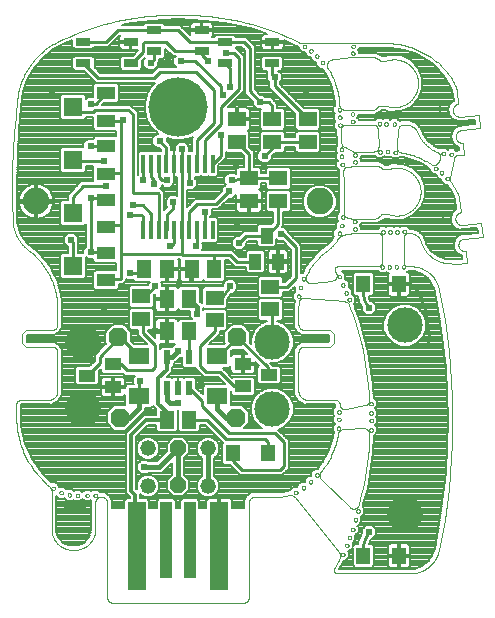
<source format=gbl>
G75*
%MOIN*%
%OFA0B0*%
%FSLAX25Y25*%
%IPPOS*%
%LPD*%
%AMOC8*
5,1,8,0,0,1.08239X$1,22.5*
%
%ADD10C,0.00197*%
%ADD11C,0.00000*%
%ADD12R,0.05000X0.02500*%
%ADD13R,0.05906X0.05118*%
%ADD14R,0.05512X0.03937*%
%ADD15R,0.07087X0.05512*%
%ADD16R,0.01181X0.06299*%
%ADD17OC8,0.06300*%
%ADD18R,0.03937X0.05512*%
%ADD19OC8,0.05200*%
%ADD20C,0.05200*%
%ADD21R,0.05906X0.29528*%
%ADD22R,0.03937X0.25591*%
%ADD23R,0.06300X0.04300*%
%ADD24R,0.06300X0.06300*%
%ADD25R,0.02165X0.04724*%
%ADD26R,0.05118X0.05906*%
%ADD27R,0.04724X0.05512*%
%ADD28C,0.08858*%
%ADD29C,0.00787*%
%ADD30C,0.02400*%
%ADD31C,0.11811*%
%ADD32C,0.00700*%
%ADD33C,0.01000*%
%ADD34C,0.01600*%
%ADD35C,0.19748*%
%ADD36C,0.01200*%
D10*
X0028953Y0029365D02*
X0029740Y0029365D01*
X0029906Y0029367D01*
X0030073Y0029373D01*
X0030239Y0029383D01*
X0030405Y0029397D01*
X0030570Y0029415D01*
X0030736Y0029437D01*
X0030900Y0029463D01*
X0031064Y0029493D01*
X0031227Y0029527D01*
X0031389Y0029565D01*
X0031550Y0029607D01*
X0031710Y0029653D01*
X0031869Y0029702D01*
X0032027Y0029756D01*
X0032183Y0029813D01*
X0032338Y0029874D01*
X0032492Y0029938D01*
X0032643Y0030007D01*
X0032794Y0030079D01*
X0032942Y0030154D01*
X0033088Y0030233D01*
X0033233Y0030316D01*
X0033375Y0030402D01*
X0033516Y0030492D01*
X0033654Y0030585D01*
X0033790Y0030681D01*
X0033923Y0030780D01*
X0034054Y0030883D01*
X0034183Y0030989D01*
X0034309Y0031098D01*
X0034432Y0031210D01*
X0034553Y0031325D01*
X0034670Y0031442D01*
X0034785Y0031563D01*
X0034897Y0031686D01*
X0035006Y0031812D01*
X0035112Y0031941D01*
X0035215Y0032072D01*
X0035314Y0032205D01*
X0035410Y0032341D01*
X0035503Y0032479D01*
X0035593Y0032620D01*
X0035679Y0032762D01*
X0035762Y0032907D01*
X0035841Y0033053D01*
X0035916Y0033201D01*
X0035988Y0033352D01*
X0036057Y0033503D01*
X0036121Y0033657D01*
X0036182Y0033812D01*
X0036239Y0033968D01*
X0036293Y0034126D01*
X0036342Y0034285D01*
X0036388Y0034445D01*
X0036430Y0034606D01*
X0036468Y0034768D01*
X0036502Y0034931D01*
X0036532Y0035095D01*
X0036558Y0035259D01*
X0036580Y0035425D01*
X0036598Y0035590D01*
X0036612Y0035756D01*
X0036622Y0035922D01*
X0036628Y0036089D01*
X0036630Y0036255D01*
X0036630Y0045113D01*
X0038598Y0047082D02*
X0038684Y0047080D01*
X0038770Y0047075D01*
X0038855Y0047065D01*
X0038940Y0047052D01*
X0039024Y0047035D01*
X0039108Y0047015D01*
X0039190Y0046991D01*
X0039271Y0046963D01*
X0039352Y0046932D01*
X0039430Y0046898D01*
X0039507Y0046860D01*
X0039583Y0046818D01*
X0039656Y0046774D01*
X0039727Y0046726D01*
X0039797Y0046675D01*
X0039864Y0046621D01*
X0039928Y0046565D01*
X0039990Y0046505D01*
X0040050Y0046443D01*
X0040106Y0046379D01*
X0040160Y0046312D01*
X0040211Y0046242D01*
X0040259Y0046171D01*
X0040303Y0046098D01*
X0040345Y0046022D01*
X0040383Y0045945D01*
X0040417Y0045867D01*
X0040448Y0045786D01*
X0040476Y0045705D01*
X0040500Y0045623D01*
X0040520Y0045539D01*
X0040537Y0045455D01*
X0040550Y0045370D01*
X0040560Y0045285D01*
X0040565Y0045199D01*
X0040567Y0045113D01*
X0040567Y0013617D01*
X0040566Y0013617D02*
X0040568Y0013531D01*
X0040573Y0013445D01*
X0040583Y0013360D01*
X0040596Y0013275D01*
X0040613Y0013191D01*
X0040633Y0013107D01*
X0040657Y0013025D01*
X0040685Y0012944D01*
X0040716Y0012863D01*
X0040750Y0012785D01*
X0040788Y0012708D01*
X0040830Y0012633D01*
X0040874Y0012559D01*
X0040922Y0012488D01*
X0040973Y0012418D01*
X0041027Y0012351D01*
X0041083Y0012287D01*
X0041143Y0012225D01*
X0041205Y0012165D01*
X0041269Y0012109D01*
X0041336Y0012055D01*
X0041406Y0012004D01*
X0041477Y0011956D01*
X0041551Y0011912D01*
X0041626Y0011870D01*
X0041703Y0011832D01*
X0041781Y0011798D01*
X0041862Y0011767D01*
X0041943Y0011739D01*
X0042025Y0011715D01*
X0042109Y0011695D01*
X0042193Y0011678D01*
X0042278Y0011665D01*
X0042363Y0011655D01*
X0042449Y0011650D01*
X0042535Y0011648D01*
X0085843Y0011648D01*
X0085929Y0011650D01*
X0086015Y0011655D01*
X0086100Y0011665D01*
X0086185Y0011678D01*
X0086269Y0011695D01*
X0086353Y0011715D01*
X0086435Y0011739D01*
X0086516Y0011767D01*
X0086597Y0011798D01*
X0086675Y0011832D01*
X0086752Y0011870D01*
X0086828Y0011912D01*
X0086901Y0011956D01*
X0086972Y0012004D01*
X0087042Y0012055D01*
X0087109Y0012109D01*
X0087173Y0012165D01*
X0087235Y0012225D01*
X0087295Y0012287D01*
X0087351Y0012351D01*
X0087405Y0012418D01*
X0087456Y0012488D01*
X0087504Y0012559D01*
X0087548Y0012632D01*
X0087590Y0012708D01*
X0087628Y0012785D01*
X0087662Y0012863D01*
X0087693Y0012944D01*
X0087721Y0013025D01*
X0087745Y0013107D01*
X0087765Y0013191D01*
X0087782Y0013275D01*
X0087795Y0013360D01*
X0087805Y0013445D01*
X0087810Y0013531D01*
X0087812Y0013617D01*
X0087811Y0013617D02*
X0087811Y0045113D01*
X0087813Y0045199D01*
X0087818Y0045285D01*
X0087828Y0045370D01*
X0087841Y0045455D01*
X0087858Y0045539D01*
X0087878Y0045623D01*
X0087902Y0045705D01*
X0087930Y0045786D01*
X0087961Y0045867D01*
X0087995Y0045945D01*
X0088033Y0046022D01*
X0088075Y0046098D01*
X0088119Y0046171D01*
X0088167Y0046242D01*
X0088218Y0046312D01*
X0088272Y0046379D01*
X0088328Y0046443D01*
X0088388Y0046505D01*
X0088450Y0046565D01*
X0088514Y0046621D01*
X0088581Y0046675D01*
X0088651Y0046726D01*
X0088722Y0046774D01*
X0088796Y0046818D01*
X0088871Y0046860D01*
X0088948Y0046898D01*
X0089026Y0046932D01*
X0089107Y0046963D01*
X0089188Y0046991D01*
X0089270Y0047015D01*
X0089354Y0047035D01*
X0089438Y0047052D01*
X0089523Y0047065D01*
X0089608Y0047075D01*
X0089694Y0047080D01*
X0089780Y0047082D01*
X0089780Y0047081D02*
X0097260Y0047081D01*
X0100803Y0047475D02*
X0101156Y0047563D01*
X0101155Y0047563D02*
X0101240Y0047582D01*
X0101324Y0047598D01*
X0101410Y0047609D01*
X0101496Y0047617D01*
X0101582Y0047621D01*
X0101668Y0047622D01*
X0101754Y0047618D01*
X0101840Y0047611D01*
X0101926Y0047600D01*
X0102011Y0047585D01*
X0102095Y0047567D01*
X0102178Y0047545D01*
X0102260Y0047519D01*
X0102342Y0047490D01*
X0102421Y0047457D01*
X0102500Y0047421D01*
X0102576Y0047381D01*
X0102651Y0047338D01*
X0102724Y0047292D01*
X0102794Y0047243D01*
X0102863Y0047191D01*
X0102929Y0047135D01*
X0102993Y0047077D01*
X0103054Y0047016D01*
X0103112Y0046953D01*
X0103168Y0046887D01*
X0103167Y0046887D02*
X0117875Y0028592D01*
X0117925Y0028528D01*
X0117971Y0028462D01*
X0118014Y0028393D01*
X0118054Y0028323D01*
X0118091Y0028251D01*
X0118124Y0028177D01*
X0118154Y0028102D01*
X0118180Y0028025D01*
X0118203Y0027947D01*
X0118223Y0027869D01*
X0118238Y0027789D01*
X0118250Y0027709D01*
X0118258Y0027629D01*
X0118263Y0027548D01*
X0118264Y0027467D01*
X0118261Y0027386D01*
X0118254Y0027305D01*
X0118244Y0027225D01*
X0118230Y0027145D01*
X0118212Y0027066D01*
X0118191Y0026988D01*
X0118166Y0026911D01*
X0118138Y0026835D01*
X0117732Y0025822D01*
X0116354Y0023066D01*
X0116354Y0023065D02*
X0116323Y0023010D01*
X0116295Y0022952D01*
X0116270Y0022894D01*
X0116249Y0022833D01*
X0116232Y0022772D01*
X0116219Y0022709D01*
X0116209Y0022646D01*
X0116204Y0022583D01*
X0116202Y0022519D01*
X0116204Y0022455D01*
X0116210Y0022391D01*
X0116221Y0022328D01*
X0116235Y0022266D01*
X0116252Y0022205D01*
X0116274Y0022145D01*
X0116299Y0022086D01*
X0116328Y0022029D01*
X0116360Y0021974D01*
X0116395Y0021921D01*
X0116434Y0021870D01*
X0116476Y0021822D01*
X0116520Y0021776D01*
X0116568Y0021733D01*
X0116617Y0021693D01*
X0116670Y0021657D01*
X0116724Y0021623D01*
X0116780Y0021593D01*
X0116839Y0021567D01*
X0116898Y0021544D01*
X0116959Y0021525D01*
X0117021Y0021509D01*
X0117084Y0021498D01*
X0117147Y0021490D01*
X0117211Y0021486D01*
X0117275Y0021487D01*
X0117338Y0021491D01*
X0117339Y0021491D02*
X0141354Y0021491D01*
X0141594Y0021491D01*
X0141833Y0021496D01*
X0142072Y0021507D01*
X0142311Y0021524D01*
X0142550Y0021547D01*
X0142788Y0021575D01*
X0143025Y0021609D01*
X0143261Y0021649D01*
X0143497Y0021695D01*
X0143731Y0021746D01*
X0143963Y0021803D01*
X0144195Y0021866D01*
X0144424Y0021934D01*
X0144652Y0022007D01*
X0144879Y0022086D01*
X0145103Y0022171D01*
X0145325Y0022261D01*
X0145545Y0022356D01*
X0145762Y0022457D01*
X0145977Y0022563D01*
X0146190Y0022674D01*
X0146399Y0022790D01*
X0146606Y0022911D01*
X0146810Y0023037D01*
X0147010Y0023168D01*
X0147208Y0023303D01*
X0147402Y0023444D01*
X0147593Y0023589D01*
X0147780Y0023739D01*
X0147963Y0023893D01*
X0148143Y0024051D01*
X0148319Y0024214D01*
X0148490Y0024381D01*
X0148658Y0024552D01*
X0148822Y0024728D01*
X0148981Y0024907D01*
X0149136Y0025090D01*
X0149286Y0025276D01*
X0149432Y0025466D01*
X0149573Y0025660D01*
X0149710Y0025857D01*
X0149842Y0026057D01*
X0149968Y0026260D01*
X0150090Y0026466D01*
X0150207Y0026676D01*
X0150319Y0026888D01*
X0150426Y0027102D01*
X0150527Y0027319D01*
X0150623Y0027539D01*
X0150714Y0027760D01*
X0150799Y0027984D01*
X0150879Y0028210D01*
X0150954Y0028438D01*
X0151023Y0028667D01*
X0151086Y0028898D01*
X0151144Y0029131D01*
X0151196Y0029365D01*
X0124425Y0044326D02*
X0124401Y0044249D01*
X0124374Y0044173D01*
X0124343Y0044099D01*
X0124308Y0044026D01*
X0124270Y0043955D01*
X0124229Y0043886D01*
X0124185Y0043819D01*
X0124138Y0043754D01*
X0124087Y0043691D01*
X0124034Y0043631D01*
X0123978Y0043573D01*
X0123919Y0043518D01*
X0123858Y0043466D01*
X0123795Y0043417D01*
X0123729Y0043370D01*
X0123661Y0043327D01*
X0123591Y0043287D01*
X0123519Y0043251D01*
X0123446Y0043218D01*
X0123371Y0043188D01*
X0123295Y0043162D01*
X0123218Y0043139D01*
X0123140Y0043120D01*
X0123061Y0043105D01*
X0122981Y0043093D01*
X0122901Y0043086D01*
X0122821Y0043082D01*
X0122741Y0043081D01*
X0122660Y0043085D01*
X0122580Y0043092D01*
X0122501Y0043103D01*
X0122421Y0043118D01*
X0122343Y0043136D01*
X0122266Y0043158D01*
X0122190Y0043184D01*
X0122115Y0043213D01*
X0122041Y0043246D01*
X0121969Y0043282D01*
X0121899Y0043321D01*
X0121831Y0043364D01*
X0121765Y0043410D01*
X0121701Y0043459D01*
X0121639Y0043510D01*
X0121580Y0043565D01*
X0112015Y0052840D01*
X0111952Y0052893D01*
X0111892Y0052949D01*
X0111835Y0053009D01*
X0111780Y0053070D01*
X0111728Y0053135D01*
X0111680Y0053201D01*
X0111635Y0053270D01*
X0111593Y0053341D01*
X0111554Y0053414D01*
X0111519Y0053488D01*
X0111488Y0053565D01*
X0111460Y0053642D01*
X0111436Y0053721D01*
X0111416Y0053801D01*
X0111399Y0053881D01*
X0111387Y0053963D01*
X0111378Y0054045D01*
X0111373Y0054127D01*
X0111372Y0054209D01*
X0111375Y0054292D01*
X0111382Y0054374D01*
X0111393Y0054455D01*
X0111407Y0054537D01*
X0111426Y0054617D01*
X0111448Y0054696D01*
X0111474Y0054774D01*
X0111504Y0054851D01*
X0111537Y0054927D01*
X0111574Y0055000D01*
X0111614Y0055072D01*
X0111658Y0055142D01*
X0111705Y0055210D01*
X0111827Y0055349D01*
X0117535Y0067948D02*
X0117623Y0068299D01*
X0117645Y0068376D01*
X0117669Y0068452D01*
X0117698Y0068527D01*
X0117730Y0068601D01*
X0117766Y0068673D01*
X0117804Y0068743D01*
X0117847Y0068811D01*
X0117892Y0068877D01*
X0117941Y0068941D01*
X0117992Y0069002D01*
X0118046Y0069061D01*
X0118104Y0069117D01*
X0118163Y0069171D01*
X0118225Y0069221D01*
X0118290Y0069269D01*
X0118357Y0069313D01*
X0118425Y0069354D01*
X0118496Y0069392D01*
X0118568Y0069426D01*
X0118642Y0069457D01*
X0118718Y0069485D01*
X0118794Y0069509D01*
X0118872Y0069529D01*
X0118950Y0069545D01*
X0119029Y0069558D01*
X0119109Y0069567D01*
X0119189Y0069572D01*
X0126395Y0069855D01*
X0126476Y0069847D01*
X0126556Y0069835D01*
X0126636Y0069819D01*
X0126715Y0069800D01*
X0126793Y0069777D01*
X0126869Y0069750D01*
X0126945Y0069719D01*
X0127018Y0069685D01*
X0127090Y0069648D01*
X0127161Y0069607D01*
X0127229Y0069563D01*
X0127295Y0069516D01*
X0127359Y0069465D01*
X0127420Y0069412D01*
X0127479Y0069356D01*
X0127535Y0069297D01*
X0127588Y0069236D01*
X0127638Y0069172D01*
X0127685Y0069106D01*
X0127729Y0069038D01*
X0127770Y0068967D01*
X0127807Y0068895D01*
X0127841Y0068821D01*
X0127871Y0068746D01*
X0127898Y0068669D01*
X0127921Y0068591D01*
X0127940Y0068512D01*
X0127956Y0068433D01*
X0127967Y0068352D01*
X0127975Y0068272D01*
X0127979Y0068190D01*
X0127980Y0068109D01*
X0127976Y0068028D01*
X0127969Y0067947D01*
X0127976Y0068028D01*
X0127980Y0068109D01*
X0127979Y0068190D01*
X0127975Y0068272D01*
X0127967Y0068352D01*
X0127956Y0068433D01*
X0127940Y0068512D01*
X0127921Y0068591D01*
X0127898Y0068669D01*
X0127871Y0068746D01*
X0127841Y0068821D01*
X0127807Y0068895D01*
X0127770Y0068967D01*
X0127729Y0069038D01*
X0127685Y0069106D01*
X0127638Y0069172D01*
X0127588Y0069236D01*
X0127535Y0069297D01*
X0127479Y0069356D01*
X0127420Y0069412D01*
X0127359Y0069465D01*
X0127295Y0069516D01*
X0127229Y0069563D01*
X0127161Y0069607D01*
X0127090Y0069648D01*
X0127018Y0069685D01*
X0126945Y0069719D01*
X0126869Y0069750D01*
X0126793Y0069777D01*
X0126715Y0069800D01*
X0126636Y0069819D01*
X0126556Y0069835D01*
X0126476Y0069847D01*
X0126395Y0069855D01*
X0126476Y0069847D01*
X0126556Y0069835D01*
X0126636Y0069819D01*
X0126715Y0069800D01*
X0126793Y0069777D01*
X0126869Y0069750D01*
X0126945Y0069719D01*
X0127018Y0069685D01*
X0127090Y0069648D01*
X0127161Y0069607D01*
X0127229Y0069563D01*
X0127295Y0069516D01*
X0127359Y0069465D01*
X0127420Y0069412D01*
X0127479Y0069356D01*
X0127535Y0069297D01*
X0127588Y0069236D01*
X0127638Y0069172D01*
X0127685Y0069106D01*
X0127729Y0069038D01*
X0127770Y0068967D01*
X0127807Y0068895D01*
X0127841Y0068821D01*
X0127871Y0068746D01*
X0127898Y0068669D01*
X0127921Y0068591D01*
X0127940Y0068512D01*
X0127956Y0068433D01*
X0127967Y0068352D01*
X0127975Y0068272D01*
X0127979Y0068190D01*
X0127980Y0068109D01*
X0127976Y0068028D01*
X0127969Y0067947D01*
X0126626Y0077521D02*
X0120056Y0076208D01*
X0120057Y0076207D02*
X0119978Y0076194D01*
X0119900Y0076184D01*
X0119821Y0076178D01*
X0119742Y0076176D01*
X0119662Y0076178D01*
X0119583Y0076184D01*
X0119505Y0076193D01*
X0119426Y0076207D01*
X0119349Y0076224D01*
X0119273Y0076245D01*
X0119197Y0076270D01*
X0119123Y0076298D01*
X0119051Y0076330D01*
X0118980Y0076366D01*
X0118911Y0076405D01*
X0118844Y0076447D01*
X0118779Y0076493D01*
X0118717Y0076542D01*
X0118657Y0076594D01*
X0118599Y0076648D01*
X0118545Y0076706D01*
X0118493Y0076766D01*
X0118444Y0076828D01*
X0118398Y0076893D01*
X0118356Y0076960D01*
X0118317Y0077029D01*
X0118281Y0077100D01*
X0118249Y0077172D01*
X0118220Y0077246D01*
X0118196Y0077321D01*
X0118174Y0077398D01*
X0118157Y0077475D01*
X0118143Y0077553D01*
X0118134Y0077632D01*
X0118128Y0077711D01*
X0118126Y0077790D01*
X0118123Y0077869D01*
X0118116Y0077947D01*
X0118105Y0078025D01*
X0118090Y0078102D01*
X0118072Y0078178D01*
X0118050Y0078253D01*
X0118024Y0078327D01*
X0117995Y0078400D01*
X0117962Y0078471D01*
X0117926Y0078541D01*
X0117886Y0078609D01*
X0117843Y0078674D01*
X0117797Y0078738D01*
X0117748Y0078799D01*
X0117695Y0078858D01*
X0117640Y0078914D01*
X0117583Y0078967D01*
X0117523Y0079017D01*
X0117460Y0079065D01*
X0117395Y0079109D01*
X0117328Y0079150D01*
X0117259Y0079187D01*
X0117189Y0079222D01*
X0117116Y0079252D01*
X0117043Y0079280D01*
X0116968Y0079303D01*
X0116892Y0079323D01*
X0116815Y0079339D01*
X0116738Y0079351D01*
X0116660Y0079359D01*
X0116581Y0079364D01*
X0116503Y0079365D01*
X0107567Y0079365D01*
X0107459Y0079360D01*
X0107351Y0079359D01*
X0107243Y0079362D01*
X0107135Y0079368D01*
X0107027Y0079378D01*
X0106920Y0079393D01*
X0106813Y0079411D01*
X0106707Y0079432D01*
X0106602Y0079458D01*
X0106498Y0079487D01*
X0106395Y0079520D01*
X0106293Y0079557D01*
X0106193Y0079597D01*
X0106094Y0079641D01*
X0105996Y0079688D01*
X0105901Y0079739D01*
X0105807Y0079793D01*
X0105716Y0079851D01*
X0105626Y0079911D01*
X0105539Y0079975D01*
X0105454Y0080042D01*
X0105371Y0080112D01*
X0105291Y0080185D01*
X0105214Y0080260D01*
X0105139Y0080339D01*
X0105067Y0080419D01*
X0104999Y0080503D01*
X0104933Y0080589D01*
X0104870Y0080677D01*
X0104811Y0080767D01*
X0104754Y0080860D01*
X0104701Y0080954D01*
X0104652Y0081050D01*
X0104606Y0081148D01*
X0104563Y0081247D01*
X0104524Y0081348D01*
X0104489Y0081451D01*
X0104457Y0081554D01*
X0104429Y0081658D01*
X0104405Y0081764D01*
X0104385Y0081870D01*
X0104368Y0081977D01*
X0104355Y0082084D01*
X0104346Y0082192D01*
X0104346Y0095113D01*
X0104348Y0095199D01*
X0104353Y0095285D01*
X0104363Y0095370D01*
X0104376Y0095455D01*
X0104393Y0095539D01*
X0104413Y0095623D01*
X0104437Y0095705D01*
X0104465Y0095786D01*
X0104496Y0095867D01*
X0104530Y0095945D01*
X0104568Y0096022D01*
X0104610Y0096098D01*
X0104654Y0096171D01*
X0104702Y0096242D01*
X0104753Y0096312D01*
X0104807Y0096379D01*
X0104863Y0096443D01*
X0104923Y0096505D01*
X0104985Y0096565D01*
X0105049Y0096621D01*
X0105116Y0096675D01*
X0105186Y0096726D01*
X0105257Y0096774D01*
X0105331Y0096818D01*
X0105406Y0096860D01*
X0105483Y0096898D01*
X0105561Y0096932D01*
X0105642Y0096963D01*
X0105723Y0096991D01*
X0105805Y0097015D01*
X0105889Y0097035D01*
X0105973Y0097052D01*
X0106058Y0097065D01*
X0106143Y0097075D01*
X0106229Y0097080D01*
X0106315Y0097082D01*
X0106315Y0097081D02*
X0114976Y0097081D01*
X0116157Y0098262D01*
X0116157Y0101412D01*
X0114976Y0102593D01*
X0106315Y0102593D01*
X0106229Y0102595D01*
X0106143Y0102600D01*
X0106058Y0102610D01*
X0105973Y0102623D01*
X0105889Y0102640D01*
X0105805Y0102660D01*
X0105723Y0102684D01*
X0105642Y0102712D01*
X0105561Y0102743D01*
X0105483Y0102777D01*
X0105406Y0102815D01*
X0105331Y0102857D01*
X0105257Y0102901D01*
X0105186Y0102949D01*
X0105116Y0103000D01*
X0105049Y0103054D01*
X0104985Y0103110D01*
X0104923Y0103170D01*
X0104863Y0103232D01*
X0104807Y0103296D01*
X0104753Y0103363D01*
X0104702Y0103433D01*
X0104654Y0103504D01*
X0104610Y0103578D01*
X0104568Y0103653D01*
X0104530Y0103730D01*
X0104496Y0103808D01*
X0104465Y0103889D01*
X0104437Y0103970D01*
X0104413Y0104052D01*
X0104393Y0104136D01*
X0104376Y0104220D01*
X0104363Y0104305D01*
X0104353Y0104390D01*
X0104348Y0104476D01*
X0104346Y0104562D01*
X0104346Y0109680D01*
X0104543Y0112042D02*
X0104554Y0112120D01*
X0104570Y0112197D01*
X0104589Y0112274D01*
X0104611Y0112349D01*
X0104638Y0112423D01*
X0104668Y0112496D01*
X0104701Y0112567D01*
X0104738Y0112637D01*
X0104778Y0112704D01*
X0104821Y0112770D01*
X0104868Y0112834D01*
X0104917Y0112895D01*
X0104969Y0112954D01*
X0105024Y0113010D01*
X0105082Y0113063D01*
X0105142Y0113114D01*
X0105205Y0113161D01*
X0105270Y0113206D01*
X0105337Y0113247D01*
X0105405Y0113285D01*
X0105476Y0113320D01*
X0105548Y0113352D01*
X0105622Y0113379D01*
X0105697Y0113404D01*
X0105773Y0113424D01*
X0105849Y0113441D01*
X0105927Y0113454D01*
X0106005Y0113464D01*
X0106084Y0113469D01*
X0106162Y0113471D01*
X0106241Y0113469D01*
X0106319Y0113463D01*
X0106320Y0113463D02*
X0119864Y0112141D01*
X0119863Y0112141D02*
X0119943Y0112131D01*
X0120021Y0112118D01*
X0120100Y0112101D01*
X0120177Y0112080D01*
X0120253Y0112056D01*
X0120328Y0112028D01*
X0120401Y0111996D01*
X0120473Y0111961D01*
X0120543Y0111923D01*
X0120611Y0111881D01*
X0120677Y0111836D01*
X0120741Y0111788D01*
X0120803Y0111737D01*
X0120862Y0111683D01*
X0120918Y0111627D01*
X0120972Y0111567D01*
X0121023Y0111506D01*
X0121071Y0111442D01*
X0121116Y0111376D01*
X0121157Y0111307D01*
X0121195Y0111237D01*
X0121230Y0111165D01*
X0121262Y0111092D01*
X0121669Y0110073D01*
X0104544Y0112042D02*
X0104501Y0111808D01*
X0104463Y0111574D01*
X0104430Y0111339D01*
X0104402Y0111103D01*
X0104380Y0110866D01*
X0104363Y0110629D01*
X0104351Y0110392D01*
X0104345Y0110155D01*
X0104343Y0109917D01*
X0104347Y0109680D01*
X0108874Y0118193D02*
X0115559Y0119131D01*
X0115559Y0119132D02*
X0115638Y0119140D01*
X0115718Y0119152D01*
X0115796Y0119168D01*
X0115874Y0119188D01*
X0115950Y0119212D01*
X0116026Y0119239D01*
X0116100Y0119269D01*
X0116172Y0119304D01*
X0116243Y0119341D01*
X0116312Y0119382D01*
X0116378Y0119426D01*
X0116443Y0119474D01*
X0116505Y0119524D01*
X0116565Y0119577D01*
X0116622Y0119634D01*
X0116677Y0119692D01*
X0116728Y0119754D01*
X0116777Y0119817D01*
X0116822Y0119883D01*
X0116864Y0119952D01*
X0116903Y0120022D01*
X0116939Y0120093D01*
X0116971Y0120167D01*
X0116999Y0120242D01*
X0117024Y0120318D01*
X0117046Y0120395D01*
X0117063Y0120473D01*
X0117077Y0120552D01*
X0117087Y0120632D01*
X0117093Y0120712D01*
X0117095Y0120792D01*
X0117093Y0120872D01*
X0117088Y0120952D01*
X0117079Y0121031D01*
X0117066Y0121110D01*
X0117049Y0121189D01*
X0117028Y0121266D01*
X0117004Y0121342D01*
X0116976Y0121418D01*
X0116945Y0121491D01*
X0116551Y0122278D01*
X0116521Y0122334D01*
X0116495Y0122391D01*
X0116472Y0122450D01*
X0116453Y0122510D01*
X0116437Y0122571D01*
X0116425Y0122633D01*
X0116417Y0122695D01*
X0116412Y0122758D01*
X0116411Y0122821D01*
X0116414Y0122884D01*
X0116421Y0122947D01*
X0116431Y0123009D01*
X0116445Y0123070D01*
X0116463Y0123131D01*
X0116484Y0123190D01*
X0116509Y0123248D01*
X0116537Y0123305D01*
X0116569Y0123359D01*
X0116603Y0123412D01*
X0116641Y0123462D01*
X0116682Y0123511D01*
X0116725Y0123556D01*
X0116772Y0123599D01*
X0116820Y0123639D01*
X0116871Y0123676D01*
X0116924Y0123710D01*
X0116979Y0123741D01*
X0117036Y0123769D01*
X0117094Y0123793D01*
X0117154Y0123813D01*
X0117215Y0123830D01*
X0117276Y0123843D01*
X0117338Y0123853D01*
X0117339Y0123853D02*
X0130724Y0123853D01*
X0130801Y0123855D01*
X0130878Y0123861D01*
X0130955Y0123870D01*
X0131031Y0123883D01*
X0131107Y0123900D01*
X0131181Y0123921D01*
X0131255Y0123945D01*
X0131327Y0123973D01*
X0131397Y0124004D01*
X0131466Y0124039D01*
X0131534Y0124077D01*
X0131599Y0124118D01*
X0131662Y0124163D01*
X0131723Y0124211D01*
X0131782Y0124261D01*
X0131838Y0124314D01*
X0131891Y0124370D01*
X0131941Y0124429D01*
X0131989Y0124490D01*
X0132034Y0124553D01*
X0132075Y0124618D01*
X0132113Y0124686D01*
X0132148Y0124755D01*
X0132179Y0124825D01*
X0132207Y0124897D01*
X0132231Y0124971D01*
X0132252Y0125045D01*
X0132269Y0125121D01*
X0132282Y0125197D01*
X0132291Y0125274D01*
X0132297Y0125351D01*
X0132299Y0125428D01*
X0132299Y0133400D01*
X0132297Y0133477D01*
X0132291Y0133554D01*
X0132282Y0133631D01*
X0132269Y0133707D01*
X0132252Y0133783D01*
X0132231Y0133857D01*
X0132207Y0133931D01*
X0132179Y0134003D01*
X0132148Y0134073D01*
X0132113Y0134142D01*
X0132075Y0134210D01*
X0132034Y0134275D01*
X0131989Y0134338D01*
X0131941Y0134399D01*
X0131891Y0134458D01*
X0131838Y0134514D01*
X0131782Y0134567D01*
X0131723Y0134617D01*
X0131662Y0134665D01*
X0131599Y0134710D01*
X0131534Y0134751D01*
X0131466Y0134789D01*
X0131397Y0134824D01*
X0131327Y0134855D01*
X0131255Y0134883D01*
X0131181Y0134907D01*
X0131107Y0134928D01*
X0131031Y0134945D01*
X0130955Y0134958D01*
X0130878Y0134967D01*
X0130801Y0134973D01*
X0130724Y0134975D01*
X0123047Y0134975D01*
X0122779Y0134926D02*
X0118800Y0134143D01*
X0117637Y0133308D02*
X0117240Y0132613D01*
X0117637Y0133307D02*
X0117679Y0133378D01*
X0117725Y0133446D01*
X0117774Y0133512D01*
X0117826Y0133575D01*
X0117881Y0133636D01*
X0117938Y0133694D01*
X0117999Y0133750D01*
X0118062Y0133802D01*
X0118127Y0133852D01*
X0118195Y0133898D01*
X0118265Y0133941D01*
X0118337Y0133980D01*
X0118410Y0134016D01*
X0118486Y0134049D01*
X0118562Y0134078D01*
X0118640Y0134103D01*
X0118719Y0134125D01*
X0118799Y0134143D01*
X0122779Y0134926D02*
X0122845Y0134943D01*
X0122912Y0134957D01*
X0122979Y0134968D01*
X0123047Y0134975D01*
X0123082Y0139680D02*
X0129228Y0139680D01*
X0131984Y0141255D02*
X0134346Y0141255D01*
X0131984Y0141255D02*
X0131922Y0141159D01*
X0131856Y0141066D01*
X0131788Y0140975D01*
X0131716Y0140886D01*
X0131642Y0140800D01*
X0131564Y0140716D01*
X0131484Y0140635D01*
X0131401Y0140557D01*
X0131316Y0140482D01*
X0131228Y0140409D01*
X0131137Y0140340D01*
X0131045Y0140274D01*
X0130950Y0140211D01*
X0130853Y0140151D01*
X0130754Y0140094D01*
X0130653Y0140041D01*
X0130550Y0139991D01*
X0130446Y0139945D01*
X0130341Y0139903D01*
X0130234Y0139863D01*
X0130125Y0139828D01*
X0130016Y0139796D01*
X0129905Y0139768D01*
X0129794Y0139744D01*
X0129682Y0139724D01*
X0129569Y0139707D01*
X0129456Y0139694D01*
X0129342Y0139685D01*
X0129228Y0139680D01*
X0139385Y0161647D02*
X0140006Y0161514D01*
X0140623Y0161366D01*
X0141237Y0161204D01*
X0141847Y0161027D01*
X0142452Y0160836D01*
X0143053Y0160631D01*
X0143649Y0160412D01*
X0144239Y0160179D01*
X0144824Y0159933D01*
X0145403Y0159672D01*
X0145976Y0159399D01*
X0146542Y0159111D01*
X0147101Y0158811D01*
X0147653Y0158498D01*
X0147654Y0158499D02*
X0148584Y0157879D01*
X0148583Y0157879D02*
X0148648Y0157837D01*
X0148715Y0157800D01*
X0148784Y0157765D01*
X0148854Y0157734D01*
X0148926Y0157706D01*
X0148999Y0157682D01*
X0149073Y0157662D01*
X0149148Y0157645D01*
X0149224Y0157631D01*
X0149300Y0157622D01*
X0149377Y0157616D01*
X0149453Y0157614D01*
X0149530Y0157616D01*
X0149607Y0157621D01*
X0149683Y0157630D01*
X0149759Y0157643D01*
X0149834Y0157660D01*
X0149908Y0157680D01*
X0149981Y0157704D01*
X0150053Y0157731D01*
X0150124Y0157762D01*
X0150192Y0157796D01*
X0150259Y0157834D01*
X0150325Y0157874D01*
X0150388Y0157918D01*
X0150449Y0157965D01*
X0150507Y0158015D01*
X0150563Y0158068D01*
X0150616Y0158123D01*
X0150667Y0158181D01*
X0150715Y0158241D01*
X0150760Y0158304D01*
X0150801Y0158368D01*
X0150840Y0158435D01*
X0151501Y0159646D01*
X0151501Y0159647D02*
X0151536Y0159716D01*
X0151568Y0159786D01*
X0151597Y0159858D01*
X0151621Y0159932D01*
X0151643Y0160006D01*
X0151660Y0160082D01*
X0151674Y0160158D01*
X0151684Y0160235D01*
X0151690Y0160312D01*
X0151693Y0160389D01*
X0151692Y0160467D01*
X0151687Y0160544D01*
X0151678Y0160621D01*
X0151665Y0160697D01*
X0151648Y0160773D01*
X0151628Y0160848D01*
X0151605Y0160921D01*
X0151577Y0160994D01*
X0151546Y0161065D01*
X0151512Y0161134D01*
X0151474Y0161202D01*
X0151433Y0161268D01*
X0151389Y0161331D01*
X0151342Y0161393D01*
X0151291Y0161452D01*
X0151238Y0161508D01*
X0151183Y0161562D01*
X0151124Y0161613D01*
X0151063Y0161661D01*
X0151000Y0161706D01*
X0150935Y0161747D01*
X0150868Y0161786D01*
X0150799Y0161821D01*
X0150728Y0161853D01*
X0150656Y0161881D01*
X0150213Y0162042D01*
X0156093Y0159695D02*
X0154861Y0153226D01*
X0155097Y0152057D02*
X0156315Y0150231D01*
X0155098Y0152057D02*
X0155057Y0152122D01*
X0155019Y0152188D01*
X0154985Y0152257D01*
X0154954Y0152326D01*
X0154926Y0152398D01*
X0154902Y0152470D01*
X0154881Y0152544D01*
X0154864Y0152618D01*
X0154851Y0152693D01*
X0154841Y0152769D01*
X0154835Y0152845D01*
X0154833Y0152922D01*
X0154834Y0152998D01*
X0154840Y0153074D01*
X0154848Y0153150D01*
X0154861Y0153226D01*
X0156093Y0159695D02*
X0156109Y0159771D01*
X0156130Y0159847D01*
X0156154Y0159921D01*
X0156181Y0159994D01*
X0156213Y0160066D01*
X0156248Y0160136D01*
X0156286Y0160204D01*
X0156328Y0160271D01*
X0156372Y0160335D01*
X0156420Y0160397D01*
X0156471Y0160456D01*
X0156525Y0160513D01*
X0156582Y0160567D01*
X0156641Y0160618D01*
X0156703Y0160666D01*
X0156767Y0160711D01*
X0156833Y0160753D01*
X0156901Y0160791D01*
X0156971Y0160826D01*
X0157043Y0160857D01*
X0157116Y0160885D01*
X0157191Y0160909D01*
X0157266Y0160930D01*
X0157342Y0160947D01*
X0157420Y0160960D01*
X0157497Y0160969D01*
X0157497Y0160968D02*
X0158480Y0161058D01*
X0159661Y0161058D01*
X0159196Y0165035D01*
X0159106Y0165027D01*
X0159016Y0165022D01*
X0158925Y0165021D01*
X0158834Y0165024D01*
X0158744Y0165031D01*
X0158654Y0165042D01*
X0158564Y0165056D01*
X0158476Y0165075D01*
X0158388Y0165097D01*
X0158301Y0165122D01*
X0158215Y0165152D01*
X0158130Y0165185D01*
X0158047Y0165221D01*
X0157966Y0165262D01*
X0157887Y0165305D01*
X0157809Y0165352D01*
X0157733Y0165402D01*
X0157660Y0165455D01*
X0157589Y0165512D01*
X0157520Y0165571D01*
X0157454Y0165633D01*
X0157391Y0165698D01*
X0157330Y0165765D01*
X0157273Y0165836D01*
X0157218Y0165908D01*
X0157167Y0165983D01*
X0157119Y0166059D01*
X0157074Y0166138D01*
X0157032Y0166219D01*
X0156994Y0166301D01*
X0156959Y0166385D01*
X0156928Y0166470D01*
X0156901Y0166556D01*
X0156878Y0166644D01*
X0156858Y0166733D01*
X0156841Y0166822D01*
X0156829Y0166912D01*
X0156821Y0167002D01*
X0156816Y0167092D01*
X0156815Y0167183D01*
X0156818Y0167274D01*
X0156825Y0167364D01*
X0156836Y0167454D01*
X0156850Y0167544D01*
X0156869Y0167632D01*
X0156891Y0167720D01*
X0156916Y0167807D01*
X0156946Y0167893D01*
X0156979Y0167978D01*
X0157015Y0168061D01*
X0157056Y0168142D01*
X0157099Y0168221D01*
X0157146Y0168299D01*
X0157196Y0168375D01*
X0157249Y0168448D01*
X0157306Y0168519D01*
X0157365Y0168588D01*
X0157427Y0168654D01*
X0157492Y0168717D01*
X0157559Y0168778D01*
X0157630Y0168835D01*
X0157702Y0168890D01*
X0157777Y0168941D01*
X0157853Y0168989D01*
X0157932Y0169034D01*
X0158013Y0169076D01*
X0158095Y0169114D01*
X0158179Y0169149D01*
X0158264Y0169180D01*
X0158350Y0169207D01*
X0158438Y0169230D01*
X0158527Y0169250D01*
X0158616Y0169267D01*
X0158706Y0169279D01*
X0158705Y0169279D02*
X0164977Y0169932D01*
X0164449Y0174422D01*
X0158178Y0173769D01*
X0158177Y0173769D02*
X0158087Y0173761D01*
X0157997Y0173756D01*
X0157906Y0173755D01*
X0157815Y0173758D01*
X0157725Y0173765D01*
X0157635Y0173776D01*
X0157545Y0173790D01*
X0157457Y0173809D01*
X0157369Y0173831D01*
X0157282Y0173856D01*
X0157196Y0173886D01*
X0157111Y0173919D01*
X0157028Y0173955D01*
X0156947Y0173996D01*
X0156868Y0174039D01*
X0156790Y0174086D01*
X0156714Y0174136D01*
X0156641Y0174189D01*
X0156570Y0174246D01*
X0156501Y0174305D01*
X0156435Y0174367D01*
X0156372Y0174432D01*
X0156311Y0174499D01*
X0156254Y0174570D01*
X0156199Y0174642D01*
X0156148Y0174717D01*
X0156100Y0174793D01*
X0156055Y0174872D01*
X0156013Y0174953D01*
X0155975Y0175035D01*
X0155940Y0175119D01*
X0155909Y0175204D01*
X0155882Y0175290D01*
X0155859Y0175378D01*
X0155839Y0175467D01*
X0155822Y0175556D01*
X0155810Y0175646D01*
X0155802Y0175736D01*
X0155797Y0175826D01*
X0155796Y0175917D01*
X0155799Y0176008D01*
X0155806Y0176098D01*
X0155817Y0176188D01*
X0155831Y0176278D01*
X0155850Y0176366D01*
X0155872Y0176454D01*
X0155897Y0176541D01*
X0155927Y0176627D01*
X0155960Y0176712D01*
X0155996Y0176795D01*
X0156037Y0176876D01*
X0156080Y0176955D01*
X0156127Y0177033D01*
X0156177Y0177109D01*
X0156230Y0177182D01*
X0156287Y0177253D01*
X0156346Y0177322D01*
X0156408Y0177388D01*
X0156473Y0177451D01*
X0156540Y0177512D01*
X0156611Y0177569D01*
X0156683Y0177624D01*
X0156758Y0177675D01*
X0156834Y0177723D01*
X0156913Y0177768D01*
X0156994Y0177810D01*
X0157076Y0177848D01*
X0157160Y0177883D01*
X0157245Y0177914D01*
X0157331Y0177941D01*
X0157419Y0177964D01*
X0157508Y0177984D01*
X0157597Y0178001D01*
X0157687Y0178013D01*
X0157123Y0182750D01*
X0144110Y0168341D02*
X0144240Y0168061D01*
X0144377Y0167785D01*
X0144520Y0167512D01*
X0144670Y0167242D01*
X0144826Y0166976D01*
X0144989Y0166714D01*
X0145158Y0166456D01*
X0145333Y0166202D01*
X0145514Y0165952D01*
X0145701Y0165706D01*
X0145893Y0165465D01*
X0146091Y0165229D01*
X0146295Y0164997D01*
X0146505Y0164770D01*
X0146719Y0164549D01*
X0146939Y0164332D01*
X0147164Y0164121D01*
X0147394Y0163916D01*
X0147629Y0163715D01*
X0147868Y0163521D01*
X0148112Y0163332D01*
X0148361Y0163149D01*
X0148614Y0162972D01*
X0148871Y0162802D01*
X0149131Y0162637D01*
X0149396Y0162478D01*
X0149665Y0162326D01*
X0149937Y0162181D01*
X0150212Y0162042D01*
X0139386Y0161648D02*
X0138460Y0161803D01*
X0138460Y0161802D02*
X0138383Y0161817D01*
X0138307Y0161836D01*
X0138232Y0161858D01*
X0138158Y0161884D01*
X0138086Y0161914D01*
X0138015Y0161947D01*
X0137945Y0161984D01*
X0137878Y0162024D01*
X0137813Y0162068D01*
X0137750Y0162114D01*
X0137690Y0162164D01*
X0137632Y0162217D01*
X0137576Y0162272D01*
X0137524Y0162330D01*
X0137474Y0162391D01*
X0137428Y0162454D01*
X0137385Y0162519D01*
X0137345Y0162587D01*
X0137308Y0162656D01*
X0137275Y0162727D01*
X0137245Y0162800D01*
X0137220Y0162874D01*
X0137198Y0162949D01*
X0137179Y0163025D01*
X0137165Y0163102D01*
X0137154Y0163180D01*
X0137147Y0163258D01*
X0137144Y0163336D01*
X0137145Y0163414D01*
X0137150Y0163492D01*
X0137150Y0163493D02*
X0137686Y0169659D01*
X0137686Y0169658D02*
X0137695Y0169736D01*
X0137707Y0169813D01*
X0137723Y0169889D01*
X0137743Y0169964D01*
X0137767Y0170038D01*
X0137794Y0170111D01*
X0137825Y0170183D01*
X0137860Y0170253D01*
X0137898Y0170321D01*
X0137939Y0170387D01*
X0137983Y0170451D01*
X0138031Y0170513D01*
X0138081Y0170572D01*
X0138135Y0170629D01*
X0138191Y0170683D01*
X0138249Y0170734D01*
X0138311Y0170782D01*
X0138374Y0170828D01*
X0138440Y0170870D01*
X0138507Y0170908D01*
X0138577Y0170943D01*
X0138648Y0170975D01*
X0138720Y0171004D01*
X0138794Y0171028D01*
X0138869Y0171049D01*
X0138945Y0171066D01*
X0139022Y0171080D01*
X0139099Y0171089D01*
X0139177Y0171095D01*
X0139255Y0171097D01*
X0140173Y0171097D01*
X0140173Y0171098D02*
X0140301Y0171095D01*
X0140428Y0171088D01*
X0140555Y0171077D01*
X0140682Y0171063D01*
X0140809Y0171044D01*
X0140935Y0171022D01*
X0141060Y0170996D01*
X0141184Y0170966D01*
X0141307Y0170933D01*
X0141429Y0170896D01*
X0141550Y0170855D01*
X0141670Y0170811D01*
X0141788Y0170763D01*
X0141905Y0170711D01*
X0142021Y0170656D01*
X0142134Y0170598D01*
X0142246Y0170536D01*
X0142356Y0170471D01*
X0142464Y0170402D01*
X0142569Y0170331D01*
X0142673Y0170256D01*
X0142774Y0170178D01*
X0142873Y0170097D01*
X0142969Y0170013D01*
X0143063Y0169927D01*
X0143154Y0169837D01*
X0143243Y0169745D01*
X0143328Y0169650D01*
X0143411Y0169553D01*
X0143491Y0169453D01*
X0143567Y0169351D01*
X0143641Y0169246D01*
X0143711Y0169140D01*
X0143779Y0169031D01*
X0143842Y0168921D01*
X0143903Y0168808D01*
X0143960Y0168694D01*
X0144014Y0168578D01*
X0144064Y0168461D01*
X0144110Y0168342D01*
X0157123Y0182750D02*
X0156949Y0183227D01*
X0156764Y0183700D01*
X0156567Y0184168D01*
X0156358Y0184631D01*
X0156138Y0185089D01*
X0155907Y0185542D01*
X0155665Y0185988D01*
X0155412Y0186429D01*
X0155149Y0186863D01*
X0154875Y0187291D01*
X0154590Y0187711D01*
X0154296Y0188125D01*
X0153991Y0188531D01*
X0153676Y0188930D01*
X0153352Y0189321D01*
X0153018Y0189704D01*
X0152675Y0190078D01*
X0152323Y0190444D01*
X0151962Y0190802D01*
X0151592Y0191150D01*
X0151214Y0191489D01*
X0150828Y0191819D01*
X0150434Y0192139D01*
X0150032Y0192450D01*
X0149622Y0192751D01*
X0133480Y0192357D02*
X0133664Y0192423D01*
X0133850Y0192484D01*
X0134037Y0192540D01*
X0134225Y0192591D01*
X0134415Y0192638D01*
X0134606Y0192681D01*
X0134797Y0192718D01*
X0134990Y0192751D01*
X0135183Y0192779D01*
X0135377Y0192803D01*
X0135572Y0192821D01*
X0135767Y0192835D01*
X0135962Y0192844D01*
X0136157Y0192849D01*
X0136352Y0192848D01*
X0136548Y0192843D01*
X0136743Y0192833D01*
X0136938Y0192818D01*
X0137132Y0192798D01*
X0137326Y0192774D01*
X0137519Y0192745D01*
X0137712Y0192711D01*
X0137903Y0192673D01*
X0138094Y0192630D01*
X0138283Y0192582D01*
X0138471Y0192529D01*
X0138658Y0192472D01*
X0138843Y0192411D01*
X0139027Y0192344D01*
X0139209Y0192274D01*
X0139390Y0192199D01*
X0139568Y0192119D01*
X0139745Y0192035D01*
X0139919Y0191947D01*
X0140091Y0191855D01*
X0140261Y0191758D01*
X0140428Y0191658D01*
X0140593Y0191553D01*
X0140756Y0191444D01*
X0140915Y0191331D01*
X0141072Y0191215D01*
X0141226Y0191094D01*
X0141377Y0190970D01*
X0141524Y0190842D01*
X0141669Y0190711D01*
X0141810Y0190576D01*
X0141948Y0190438D01*
X0142083Y0190296D01*
X0142214Y0190151D01*
X0142341Y0190003D01*
X0142465Y0189852D01*
X0142585Y0189698D01*
X0142701Y0189541D01*
X0142814Y0189381D01*
X0142922Y0189219D01*
X0143026Y0189053D01*
X0143127Y0188886D01*
X0143223Y0188716D01*
X0143315Y0188543D01*
X0143403Y0188369D01*
X0143486Y0188192D01*
X0143565Y0188013D01*
X0143640Y0187833D01*
X0143710Y0187651D01*
X0143776Y0187467D01*
X0143837Y0187281D01*
X0143893Y0187094D01*
X0143946Y0186906D01*
X0143993Y0186716D01*
X0144036Y0186526D01*
X0144074Y0186334D01*
X0144107Y0186142D01*
X0144136Y0185948D01*
X0144160Y0185754D01*
X0144179Y0185560D01*
X0144193Y0185365D01*
X0144203Y0185170D01*
X0144207Y0184975D01*
X0144207Y0184779D01*
X0144203Y0184584D01*
X0144193Y0184389D01*
X0144179Y0184194D01*
X0144160Y0184000D01*
X0144136Y0183806D01*
X0144107Y0183612D01*
X0144074Y0183420D01*
X0144036Y0183228D01*
X0143993Y0183038D01*
X0143946Y0182848D01*
X0143893Y0182660D01*
X0143837Y0182473D01*
X0143776Y0182287D01*
X0143710Y0182103D01*
X0143640Y0181921D01*
X0143565Y0181741D01*
X0143486Y0181562D01*
X0143403Y0181385D01*
X0143315Y0181211D01*
X0143223Y0181038D01*
X0143127Y0180868D01*
X0143026Y0180701D01*
X0142922Y0180535D01*
X0142814Y0180373D01*
X0142701Y0180213D01*
X0142585Y0180056D01*
X0142465Y0179902D01*
X0142341Y0179751D01*
X0142214Y0179603D01*
X0142083Y0179458D01*
X0141948Y0179316D01*
X0141810Y0179178D01*
X0141669Y0179043D01*
X0141524Y0178912D01*
X0141377Y0178784D01*
X0141226Y0178660D01*
X0141072Y0178539D01*
X0140915Y0178423D01*
X0140756Y0178310D01*
X0140593Y0178201D01*
X0140428Y0178096D01*
X0140261Y0177996D01*
X0140091Y0177899D01*
X0139919Y0177807D01*
X0139745Y0177719D01*
X0139568Y0177635D01*
X0139390Y0177555D01*
X0139209Y0177480D01*
X0139027Y0177410D01*
X0138843Y0177343D01*
X0138658Y0177282D01*
X0138471Y0177225D01*
X0138283Y0177172D01*
X0138094Y0177124D01*
X0137903Y0177081D01*
X0137712Y0177043D01*
X0137519Y0177009D01*
X0137326Y0176980D01*
X0137132Y0176956D01*
X0136938Y0176936D01*
X0136743Y0176921D01*
X0136548Y0176911D01*
X0136352Y0176906D01*
X0136157Y0176905D01*
X0135962Y0176910D01*
X0135767Y0176919D01*
X0135572Y0176933D01*
X0135377Y0176951D01*
X0135183Y0176975D01*
X0134990Y0177003D01*
X0134797Y0177036D01*
X0134606Y0177073D01*
X0134415Y0177116D01*
X0134225Y0177163D01*
X0134037Y0177214D01*
X0133850Y0177270D01*
X0133664Y0177331D01*
X0133480Y0177397D01*
X0133480Y0177396D02*
X0131118Y0177396D01*
X0128362Y0175822D02*
X0122142Y0175822D01*
X0121985Y0175829D02*
X0119480Y0176080D01*
X0119480Y0176079D02*
X0119399Y0176089D01*
X0119318Y0176103D01*
X0119238Y0176121D01*
X0119160Y0176143D01*
X0119082Y0176169D01*
X0119006Y0176198D01*
X0118931Y0176231D01*
X0118858Y0176268D01*
X0118787Y0176308D01*
X0118717Y0176351D01*
X0118650Y0176398D01*
X0118586Y0176448D01*
X0118524Y0176501D01*
X0118464Y0176557D01*
X0118408Y0176616D01*
X0118354Y0176678D01*
X0118303Y0176742D01*
X0118256Y0176808D01*
X0118211Y0176877D01*
X0118170Y0176948D01*
X0118133Y0177020D01*
X0118099Y0177095D01*
X0118069Y0177171D01*
X0118043Y0177248D01*
X0118020Y0177326D01*
X0118001Y0177406D01*
X0117986Y0177486D01*
X0117975Y0177567D01*
X0117976Y0177568D02*
X0117929Y0177987D01*
X0121985Y0175829D02*
X0122064Y0175823D01*
X0122142Y0175821D01*
X0120119Y0171097D02*
X0129217Y0171097D01*
X0129295Y0171095D01*
X0129372Y0171089D01*
X0129449Y0171080D01*
X0129525Y0171067D01*
X0129601Y0171049D01*
X0129676Y0171029D01*
X0129749Y0171004D01*
X0129822Y0170976D01*
X0129892Y0170945D01*
X0129962Y0170910D01*
X0130029Y0170871D01*
X0130095Y0170830D01*
X0130158Y0170785D01*
X0130219Y0170737D01*
X0130278Y0170686D01*
X0130334Y0170633D01*
X0130387Y0170576D01*
X0130437Y0170518D01*
X0130485Y0170456D01*
X0130529Y0170393D01*
X0130571Y0170327D01*
X0130609Y0170259D01*
X0130643Y0170190D01*
X0130674Y0170119D01*
X0130702Y0170046D01*
X0130726Y0169973D01*
X0130746Y0169898D01*
X0130763Y0169822D01*
X0130776Y0169746D01*
X0130785Y0169669D01*
X0130790Y0169591D01*
X0130791Y0169592D02*
X0131046Y0163784D01*
X0131048Y0163707D01*
X0131046Y0163630D01*
X0131040Y0163553D01*
X0131030Y0163477D01*
X0131016Y0163401D01*
X0130999Y0163326D01*
X0130978Y0163252D01*
X0130954Y0163179D01*
X0130926Y0163107D01*
X0130894Y0163036D01*
X0130859Y0162968D01*
X0130821Y0162901D01*
X0130780Y0162836D01*
X0130735Y0162773D01*
X0130688Y0162712D01*
X0130637Y0162654D01*
X0130584Y0162598D01*
X0130528Y0162545D01*
X0130469Y0162495D01*
X0130409Y0162448D01*
X0130346Y0162404D01*
X0130280Y0162363D01*
X0130213Y0162325D01*
X0130144Y0162290D01*
X0130074Y0162259D01*
X0130002Y0162231D01*
X0129929Y0162207D01*
X0129854Y0162187D01*
X0129779Y0162170D01*
X0129703Y0162157D01*
X0129627Y0162148D01*
X0129550Y0162142D01*
X0129473Y0162140D01*
X0122949Y0162140D01*
X0119759Y0163550D01*
X0119682Y0163587D01*
X0119607Y0163626D01*
X0119533Y0163669D01*
X0119462Y0163716D01*
X0119392Y0163765D01*
X0119326Y0163818D01*
X0119261Y0163874D01*
X0119199Y0163933D01*
X0119140Y0163994D01*
X0119084Y0164058D01*
X0119030Y0164125D01*
X0118980Y0164193D01*
X0118933Y0164265D01*
X0118890Y0164338D01*
X0118849Y0164413D01*
X0118812Y0164490D01*
X0118779Y0164568D01*
X0118749Y0164648D01*
X0118723Y0164729D01*
X0118701Y0164812D01*
X0118683Y0164895D01*
X0118668Y0164979D01*
X0118657Y0165063D01*
X0118650Y0165148D01*
X0118618Y0165684D01*
X0118520Y0167751D01*
X0118428Y0169304D01*
X0118429Y0169305D02*
X0118426Y0169386D01*
X0118427Y0169467D01*
X0118432Y0169548D01*
X0118441Y0169628D01*
X0118454Y0169709D01*
X0118470Y0169788D01*
X0118490Y0169867D01*
X0118514Y0169944D01*
X0118542Y0170020D01*
X0118573Y0170095D01*
X0118608Y0170168D01*
X0118647Y0170240D01*
X0118688Y0170309D01*
X0118733Y0170377D01*
X0118782Y0170442D01*
X0118833Y0170505D01*
X0118887Y0170565D01*
X0118944Y0170623D01*
X0119004Y0170678D01*
X0119066Y0170730D01*
X0119131Y0170779D01*
X0119198Y0170825D01*
X0119267Y0170867D01*
X0119338Y0170906D01*
X0119411Y0170942D01*
X0119486Y0170974D01*
X0119562Y0171003D01*
X0119639Y0171027D01*
X0119717Y0171049D01*
X0119796Y0171066D01*
X0119876Y0171080D01*
X0119957Y0171089D01*
X0120038Y0171095D01*
X0120119Y0171097D01*
X0128362Y0175822D02*
X0128476Y0175827D01*
X0128590Y0175836D01*
X0128703Y0175849D01*
X0128816Y0175866D01*
X0128928Y0175886D01*
X0129039Y0175910D01*
X0129150Y0175938D01*
X0129259Y0175970D01*
X0129368Y0176005D01*
X0129475Y0176045D01*
X0129580Y0176087D01*
X0129684Y0176133D01*
X0129787Y0176183D01*
X0129888Y0176236D01*
X0129987Y0176293D01*
X0130084Y0176353D01*
X0130179Y0176416D01*
X0130271Y0176482D01*
X0130362Y0176551D01*
X0130450Y0176624D01*
X0130535Y0176699D01*
X0130618Y0176777D01*
X0130698Y0176858D01*
X0130776Y0176942D01*
X0130850Y0177028D01*
X0130922Y0177117D01*
X0130990Y0177208D01*
X0131056Y0177301D01*
X0131118Y0177397D01*
X0132299Y0198263D02*
X0132950Y0198279D01*
X0133602Y0198281D01*
X0134253Y0198266D01*
X0134903Y0198236D01*
X0135553Y0198191D01*
X0136201Y0198131D01*
X0136848Y0198055D01*
X0137493Y0197963D01*
X0138135Y0197856D01*
X0138775Y0197735D01*
X0139411Y0197598D01*
X0140044Y0197445D01*
X0140674Y0197278D01*
X0141299Y0197096D01*
X0141920Y0196900D01*
X0142536Y0196688D01*
X0133480Y0192357D02*
X0131512Y0192357D01*
X0129150Y0193538D02*
X0122063Y0193538D01*
X0116480Y0192980D01*
X0115845Y0192861D02*
X0115194Y0192680D01*
X0115194Y0192679D02*
X0115112Y0192655D01*
X0115032Y0192626D01*
X0114953Y0192594D01*
X0114876Y0192558D01*
X0114800Y0192519D01*
X0114726Y0192477D01*
X0114654Y0192431D01*
X0114585Y0192381D01*
X0114517Y0192329D01*
X0114452Y0192274D01*
X0114390Y0192215D01*
X0114331Y0192154D01*
X0114274Y0192090D01*
X0114221Y0192024D01*
X0114170Y0191955D01*
X0114123Y0191884D01*
X0114079Y0191811D01*
X0114038Y0191736D01*
X0114001Y0191660D01*
X0113967Y0191581D01*
X0113938Y0191501D01*
X0113911Y0191420D01*
X0113889Y0191338D01*
X0113870Y0191255D01*
X0113855Y0191171D01*
X0113844Y0191086D01*
X0113837Y0191001D01*
X0113834Y0190916D01*
X0113835Y0190831D01*
X0113840Y0190746D01*
X0113848Y0190661D01*
X0113861Y0190577D01*
X0113877Y0190493D01*
X0113897Y0190410D01*
X0113921Y0190328D01*
X0113949Y0190248D01*
X0113980Y0190168D01*
X0114015Y0190090D01*
X0114053Y0190014D01*
X0114095Y0189940D01*
X0114141Y0189868D01*
X0114189Y0189798D01*
X0115845Y0192860D02*
X0115949Y0192887D01*
X0116055Y0192912D01*
X0116160Y0192933D01*
X0116267Y0192952D01*
X0116374Y0192967D01*
X0116481Y0192979D01*
X0122063Y0198262D02*
X0105596Y0198262D01*
X0105597Y0198262D02*
X0105502Y0198266D01*
X0105407Y0198274D01*
X0105313Y0198285D01*
X0105219Y0198301D01*
X0105127Y0198320D01*
X0105034Y0198343D01*
X0104943Y0198369D01*
X0104854Y0198400D01*
X0104765Y0198434D01*
X0104678Y0198471D01*
X0104592Y0198512D01*
X0104509Y0198557D01*
X0104427Y0198605D01*
X0104347Y0198656D01*
X0122063Y0198262D02*
X0132299Y0198262D01*
X0129149Y0193539D02*
X0129251Y0193540D01*
X0129353Y0193537D01*
X0129455Y0193531D01*
X0129556Y0193521D01*
X0129657Y0193507D01*
X0129757Y0193489D01*
X0129857Y0193468D01*
X0129956Y0193443D01*
X0130054Y0193415D01*
X0130151Y0193383D01*
X0130246Y0193348D01*
X0130340Y0193309D01*
X0130433Y0193267D01*
X0130524Y0193221D01*
X0130614Y0193172D01*
X0130701Y0193120D01*
X0130787Y0193065D01*
X0130870Y0193007D01*
X0130952Y0192946D01*
X0131031Y0192881D01*
X0131107Y0192814D01*
X0131182Y0192744D01*
X0131253Y0192672D01*
X0131322Y0192597D01*
X0131388Y0192520D01*
X0131452Y0192440D01*
X0131512Y0192358D01*
X0142535Y0196688D02*
X0143218Y0196406D01*
X0143895Y0196108D01*
X0144564Y0195795D01*
X0145226Y0195466D01*
X0145880Y0195122D01*
X0146526Y0194763D01*
X0147163Y0194390D01*
X0147792Y0194001D01*
X0148412Y0193598D01*
X0149022Y0193181D01*
X0149622Y0192751D01*
X0134346Y0156215D02*
X0132378Y0156215D01*
X0130016Y0157396D02*
X0122949Y0157416D01*
X0120781Y0157138D01*
X0120781Y0157139D02*
X0120700Y0157126D01*
X0120620Y0157110D01*
X0120541Y0157091D01*
X0120462Y0157068D01*
X0120385Y0157041D01*
X0120310Y0157010D01*
X0120235Y0156977D01*
X0120163Y0156939D01*
X0120092Y0156899D01*
X0120023Y0156855D01*
X0119956Y0156808D01*
X0119891Y0156759D01*
X0119829Y0156706D01*
X0119769Y0156650D01*
X0119712Y0156592D01*
X0119658Y0156531D01*
X0119606Y0156468D01*
X0119558Y0156402D01*
X0119512Y0156334D01*
X0119470Y0156265D01*
X0119431Y0156193D01*
X0119395Y0156120D01*
X0119363Y0156045D01*
X0119334Y0155968D01*
X0119309Y0155891D01*
X0119287Y0155812D01*
X0119269Y0155732D01*
X0119255Y0155652D01*
X0119244Y0155571D01*
X0119237Y0155490D01*
X0119234Y0155408D01*
X0119235Y0155327D01*
X0119239Y0155245D01*
X0119504Y0144719D02*
X0119406Y0142062D01*
X0119394Y0141866D01*
X0119394Y0141865D02*
X0119391Y0141784D01*
X0119392Y0141703D01*
X0119397Y0141623D01*
X0119406Y0141542D01*
X0119419Y0141462D01*
X0119435Y0141383D01*
X0119455Y0141304D01*
X0119479Y0141227D01*
X0119507Y0141150D01*
X0119538Y0141076D01*
X0119573Y0141002D01*
X0119611Y0140931D01*
X0119653Y0140862D01*
X0119698Y0140794D01*
X0119746Y0140729D01*
X0119797Y0140666D01*
X0119851Y0140606D01*
X0119908Y0140548D01*
X0119968Y0140493D01*
X0120030Y0140441D01*
X0120095Y0140392D01*
X0120162Y0140346D01*
X0120231Y0140304D01*
X0120301Y0140265D01*
X0120374Y0140229D01*
X0120449Y0140197D01*
X0120524Y0140168D01*
X0120602Y0140143D01*
X0120680Y0140122D01*
X0120759Y0140105D01*
X0120759Y0140104D02*
X0122779Y0139709D01*
X0122780Y0139709D02*
X0122855Y0139697D01*
X0122930Y0139687D01*
X0123006Y0139682D01*
X0123082Y0139680D01*
X0132378Y0156216D02*
X0132318Y0156298D01*
X0132254Y0156378D01*
X0132188Y0156455D01*
X0132119Y0156530D01*
X0132048Y0156602D01*
X0131973Y0156672D01*
X0131897Y0156739D01*
X0131818Y0156804D01*
X0131736Y0156865D01*
X0131653Y0156923D01*
X0131567Y0156978D01*
X0131480Y0157030D01*
X0131390Y0157079D01*
X0131299Y0157125D01*
X0131206Y0157167D01*
X0131112Y0157206D01*
X0131017Y0157241D01*
X0130920Y0157273D01*
X0130822Y0157301D01*
X0130723Y0157326D01*
X0130623Y0157347D01*
X0130523Y0157365D01*
X0130422Y0157379D01*
X0130321Y0157389D01*
X0130219Y0157395D01*
X0130117Y0157398D01*
X0130015Y0157397D01*
X0134346Y0156215D02*
X0134530Y0156281D01*
X0134716Y0156342D01*
X0134903Y0156398D01*
X0135091Y0156449D01*
X0135281Y0156496D01*
X0135472Y0156539D01*
X0135663Y0156576D01*
X0135856Y0156609D01*
X0136049Y0156637D01*
X0136243Y0156661D01*
X0136438Y0156679D01*
X0136633Y0156693D01*
X0136828Y0156702D01*
X0137023Y0156707D01*
X0137218Y0156706D01*
X0137414Y0156701D01*
X0137609Y0156691D01*
X0137804Y0156676D01*
X0137998Y0156656D01*
X0138192Y0156632D01*
X0138385Y0156603D01*
X0138578Y0156569D01*
X0138769Y0156531D01*
X0138960Y0156488D01*
X0139149Y0156440D01*
X0139337Y0156387D01*
X0139524Y0156330D01*
X0139709Y0156269D01*
X0139893Y0156202D01*
X0140075Y0156132D01*
X0140256Y0156057D01*
X0140434Y0155977D01*
X0140611Y0155893D01*
X0140785Y0155805D01*
X0140957Y0155713D01*
X0141127Y0155616D01*
X0141294Y0155516D01*
X0141459Y0155411D01*
X0141622Y0155302D01*
X0141781Y0155189D01*
X0141938Y0155073D01*
X0142092Y0154952D01*
X0142243Y0154828D01*
X0142390Y0154700D01*
X0142535Y0154569D01*
X0142676Y0154434D01*
X0142814Y0154296D01*
X0142949Y0154154D01*
X0143080Y0154009D01*
X0143207Y0153861D01*
X0143331Y0153710D01*
X0143451Y0153556D01*
X0143567Y0153399D01*
X0143680Y0153239D01*
X0143788Y0153077D01*
X0143892Y0152911D01*
X0143993Y0152744D01*
X0144089Y0152574D01*
X0144181Y0152401D01*
X0144269Y0152227D01*
X0144352Y0152050D01*
X0144431Y0151871D01*
X0144506Y0151691D01*
X0144576Y0151509D01*
X0144642Y0151325D01*
X0144703Y0151139D01*
X0144759Y0150952D01*
X0144812Y0150764D01*
X0144859Y0150574D01*
X0144902Y0150384D01*
X0144940Y0150192D01*
X0144973Y0150000D01*
X0145002Y0149806D01*
X0145026Y0149612D01*
X0145045Y0149418D01*
X0145059Y0149223D01*
X0145069Y0149028D01*
X0145073Y0148833D01*
X0145073Y0148637D01*
X0145069Y0148442D01*
X0145059Y0148247D01*
X0145045Y0148052D01*
X0145026Y0147858D01*
X0145002Y0147664D01*
X0144973Y0147470D01*
X0144940Y0147278D01*
X0144902Y0147086D01*
X0144859Y0146896D01*
X0144812Y0146706D01*
X0144759Y0146518D01*
X0144703Y0146331D01*
X0144642Y0146145D01*
X0144576Y0145961D01*
X0144506Y0145779D01*
X0144431Y0145599D01*
X0144352Y0145420D01*
X0144269Y0145243D01*
X0144181Y0145069D01*
X0144089Y0144896D01*
X0143993Y0144726D01*
X0143892Y0144559D01*
X0143788Y0144393D01*
X0143680Y0144231D01*
X0143567Y0144071D01*
X0143451Y0143914D01*
X0143331Y0143760D01*
X0143207Y0143609D01*
X0143080Y0143461D01*
X0142949Y0143316D01*
X0142814Y0143174D01*
X0142676Y0143036D01*
X0142535Y0142901D01*
X0142390Y0142770D01*
X0142243Y0142642D01*
X0142092Y0142518D01*
X0141938Y0142397D01*
X0141781Y0142281D01*
X0141622Y0142168D01*
X0141459Y0142059D01*
X0141294Y0141954D01*
X0141127Y0141854D01*
X0140957Y0141757D01*
X0140785Y0141665D01*
X0140611Y0141577D01*
X0140434Y0141493D01*
X0140256Y0141413D01*
X0140075Y0141338D01*
X0139893Y0141268D01*
X0139709Y0141201D01*
X0139524Y0141140D01*
X0139337Y0141083D01*
X0139149Y0141030D01*
X0138960Y0140982D01*
X0138769Y0140939D01*
X0138578Y0140901D01*
X0138385Y0140867D01*
X0138192Y0140838D01*
X0137998Y0140814D01*
X0137804Y0140794D01*
X0137609Y0140779D01*
X0137414Y0140769D01*
X0137218Y0140764D01*
X0137023Y0140763D01*
X0136828Y0140768D01*
X0136633Y0140777D01*
X0136438Y0140791D01*
X0136243Y0140809D01*
X0136049Y0140833D01*
X0135856Y0140861D01*
X0135663Y0140894D01*
X0135472Y0140931D01*
X0135281Y0140974D01*
X0135091Y0141021D01*
X0134903Y0141072D01*
X0134716Y0141128D01*
X0134530Y0141189D01*
X0134346Y0141255D01*
X0140961Y0134975D02*
X0141354Y0134975D01*
X0140961Y0134975D02*
X0140884Y0134973D01*
X0140807Y0134967D01*
X0140730Y0134958D01*
X0140654Y0134945D01*
X0140578Y0134928D01*
X0140504Y0134907D01*
X0140430Y0134883D01*
X0140358Y0134855D01*
X0140288Y0134824D01*
X0140219Y0134789D01*
X0140151Y0134751D01*
X0140086Y0134710D01*
X0140023Y0134665D01*
X0139962Y0134617D01*
X0139903Y0134567D01*
X0139847Y0134514D01*
X0139794Y0134458D01*
X0139744Y0134399D01*
X0139696Y0134338D01*
X0139651Y0134275D01*
X0139610Y0134210D01*
X0139572Y0134142D01*
X0139537Y0134073D01*
X0139506Y0134003D01*
X0139478Y0133931D01*
X0139454Y0133857D01*
X0139433Y0133783D01*
X0139416Y0133707D01*
X0139403Y0133631D01*
X0139394Y0133554D01*
X0139388Y0133477D01*
X0139386Y0133400D01*
X0139386Y0125428D01*
X0139388Y0125351D01*
X0139394Y0125274D01*
X0139403Y0125197D01*
X0139416Y0125121D01*
X0139433Y0125045D01*
X0139454Y0124971D01*
X0139478Y0124897D01*
X0139506Y0124825D01*
X0139537Y0124755D01*
X0139572Y0124686D01*
X0139610Y0124618D01*
X0139651Y0124553D01*
X0139696Y0124490D01*
X0139744Y0124429D01*
X0139794Y0124370D01*
X0139847Y0124314D01*
X0139903Y0124261D01*
X0139962Y0124211D01*
X0140023Y0124163D01*
X0140086Y0124118D01*
X0140151Y0124077D01*
X0140219Y0124039D01*
X0140288Y0124004D01*
X0140358Y0123973D01*
X0140430Y0123945D01*
X0140504Y0123921D01*
X0140578Y0123900D01*
X0140654Y0123883D01*
X0140730Y0123870D01*
X0140807Y0123861D01*
X0140884Y0123855D01*
X0140961Y0123853D01*
X0141354Y0123853D01*
X0145095Y0132317D02*
X0145050Y0132434D01*
X0145001Y0132549D01*
X0144949Y0132663D01*
X0144894Y0132775D01*
X0144835Y0132885D01*
X0144773Y0132994D01*
X0144707Y0133100D01*
X0144638Y0133205D01*
X0144566Y0133307D01*
X0144491Y0133407D01*
X0144413Y0133505D01*
X0144332Y0133600D01*
X0144248Y0133692D01*
X0144161Y0133782D01*
X0144072Y0133869D01*
X0143979Y0133954D01*
X0143885Y0134035D01*
X0143787Y0134114D01*
X0143688Y0134190D01*
X0143586Y0134262D01*
X0143482Y0134331D01*
X0143375Y0134397D01*
X0143267Y0134460D01*
X0143157Y0134519D01*
X0143045Y0134575D01*
X0142932Y0134628D01*
X0142817Y0134676D01*
X0142700Y0134722D01*
X0142582Y0134763D01*
X0142463Y0134801D01*
X0142343Y0134836D01*
X0142222Y0134866D01*
X0142100Y0134893D01*
X0141977Y0134916D01*
X0141853Y0134936D01*
X0141729Y0134951D01*
X0141605Y0134963D01*
X0141480Y0134971D01*
X0141355Y0134974D01*
X0157988Y0146589D02*
X0157890Y0146910D01*
X0157784Y0147228D01*
X0157671Y0147543D01*
X0157549Y0147856D01*
X0157421Y0148165D01*
X0157284Y0148471D01*
X0157141Y0148774D01*
X0156990Y0149073D01*
X0156832Y0149369D01*
X0156666Y0149660D01*
X0156494Y0149948D01*
X0156315Y0150231D01*
X0157988Y0146589D02*
X0158553Y0141872D01*
X0158463Y0141860D01*
X0158374Y0141843D01*
X0158285Y0141823D01*
X0158197Y0141800D01*
X0158111Y0141773D01*
X0158026Y0141742D01*
X0157942Y0141707D01*
X0157860Y0141669D01*
X0157779Y0141627D01*
X0157700Y0141582D01*
X0157624Y0141534D01*
X0157549Y0141483D01*
X0157477Y0141428D01*
X0157406Y0141371D01*
X0157339Y0141310D01*
X0157274Y0141247D01*
X0157212Y0141181D01*
X0157153Y0141112D01*
X0157096Y0141041D01*
X0157043Y0140968D01*
X0156993Y0140892D01*
X0156946Y0140814D01*
X0156903Y0140735D01*
X0156862Y0140654D01*
X0156826Y0140571D01*
X0156793Y0140486D01*
X0156763Y0140400D01*
X0156738Y0140313D01*
X0156716Y0140225D01*
X0156697Y0140137D01*
X0156683Y0140047D01*
X0156672Y0139957D01*
X0156665Y0139867D01*
X0156662Y0139776D01*
X0156663Y0139685D01*
X0156668Y0139595D01*
X0156676Y0139505D01*
X0156688Y0139415D01*
X0156705Y0139326D01*
X0156725Y0139237D01*
X0156748Y0139149D01*
X0156775Y0139063D01*
X0156806Y0138978D01*
X0156841Y0138894D01*
X0156879Y0138812D01*
X0156921Y0138731D01*
X0156966Y0138652D01*
X0157014Y0138576D01*
X0157065Y0138501D01*
X0157120Y0138429D01*
X0157177Y0138358D01*
X0157238Y0138291D01*
X0157301Y0138226D01*
X0157367Y0138164D01*
X0157436Y0138105D01*
X0157507Y0138048D01*
X0157580Y0137995D01*
X0157656Y0137945D01*
X0157734Y0137898D01*
X0157813Y0137855D01*
X0157894Y0137814D01*
X0157977Y0137778D01*
X0158062Y0137745D01*
X0158148Y0137715D01*
X0158235Y0137690D01*
X0158323Y0137668D01*
X0158411Y0137649D01*
X0158501Y0137635D01*
X0158591Y0137624D01*
X0158681Y0137617D01*
X0158772Y0137614D01*
X0158863Y0137615D01*
X0158953Y0137620D01*
X0159043Y0137628D01*
X0159044Y0137628D02*
X0165315Y0138281D01*
X0165843Y0133790D01*
X0159571Y0133137D01*
X0159481Y0133125D01*
X0159391Y0133109D01*
X0159302Y0133089D01*
X0159214Y0133066D01*
X0159127Y0133038D01*
X0159042Y0133008D01*
X0158957Y0132973D01*
X0158875Y0132935D01*
X0158793Y0132893D01*
X0158714Y0132848D01*
X0158637Y0132800D01*
X0158562Y0132749D01*
X0158489Y0132694D01*
X0158418Y0132636D01*
X0158351Y0132575D01*
X0158285Y0132512D01*
X0158223Y0132446D01*
X0158163Y0132377D01*
X0158106Y0132306D01*
X0158052Y0132232D01*
X0158002Y0132156D01*
X0157955Y0132078D01*
X0157911Y0131999D01*
X0157870Y0131917D01*
X0157833Y0131834D01*
X0157800Y0131749D01*
X0157770Y0131663D01*
X0157744Y0131576D01*
X0157722Y0131487D01*
X0157703Y0131398D01*
X0157689Y0131308D01*
X0157678Y0131218D01*
X0157670Y0131127D01*
X0157667Y0131036D01*
X0157668Y0130945D01*
X0157672Y0130854D01*
X0157681Y0130763D01*
X0157693Y0130673D01*
X0157709Y0130583D01*
X0157729Y0130494D01*
X0157752Y0130406D01*
X0157780Y0130319D01*
X0157810Y0130234D01*
X0157845Y0130149D01*
X0157883Y0130067D01*
X0157925Y0129985D01*
X0157970Y0129906D01*
X0158018Y0129829D01*
X0158069Y0129754D01*
X0158124Y0129681D01*
X0158182Y0129610D01*
X0158243Y0129543D01*
X0158306Y0129477D01*
X0158372Y0129415D01*
X0158441Y0129355D01*
X0158512Y0129298D01*
X0158586Y0129244D01*
X0158662Y0129194D01*
X0158740Y0129147D01*
X0158819Y0129103D01*
X0158901Y0129062D01*
X0158984Y0129025D01*
X0159069Y0128992D01*
X0159155Y0128962D01*
X0159242Y0128936D01*
X0159331Y0128914D01*
X0159420Y0128895D01*
X0159510Y0128881D01*
X0159600Y0128870D01*
X0159691Y0128862D01*
X0159782Y0128859D01*
X0159873Y0128860D01*
X0159964Y0128864D01*
X0160055Y0128873D01*
X0160547Y0125034D01*
X0156709Y0124739D01*
X0155134Y0124837D02*
X0154884Y0124835D01*
X0154635Y0124839D01*
X0154385Y0124849D01*
X0154136Y0124865D01*
X0153888Y0124888D01*
X0153640Y0124916D01*
X0153392Y0124951D01*
X0153146Y0124991D01*
X0152901Y0125038D01*
X0152657Y0125090D01*
X0152414Y0125149D01*
X0152173Y0125213D01*
X0151933Y0125283D01*
X0151696Y0125359D01*
X0151460Y0125441D01*
X0151226Y0125529D01*
X0150995Y0125622D01*
X0150765Y0125721D01*
X0150539Y0125826D01*
X0150315Y0125936D01*
X0150093Y0126051D01*
X0149875Y0126172D01*
X0149660Y0126299D01*
X0149447Y0126430D01*
X0149239Y0126567D01*
X0149033Y0126708D01*
X0148831Y0126855D01*
X0148633Y0127007D01*
X0148438Y0127163D01*
X0148248Y0127324D01*
X0148061Y0127490D01*
X0147878Y0127660D01*
X0147700Y0127835D01*
X0147526Y0128014D01*
X0147356Y0128197D01*
X0147191Y0128384D01*
X0147031Y0128575D01*
X0146875Y0128771D01*
X0146724Y0128969D01*
X0146579Y0129172D01*
X0146438Y0129378D01*
X0146302Y0129587D01*
X0146171Y0129800D01*
X0146046Y0130016D01*
X0145926Y0130235D01*
X0145811Y0130457D01*
X0145702Y0130681D01*
X0145598Y0130908D01*
X0145500Y0131138D01*
X0145407Y0131369D01*
X0145320Y0131603D01*
X0145239Y0131840D01*
X0145164Y0132078D01*
X0145095Y0132317D01*
X0155134Y0124838D02*
X0155396Y0124806D01*
X0155658Y0124781D01*
X0155920Y0124762D01*
X0156183Y0124748D01*
X0156446Y0124741D01*
X0156709Y0124739D01*
X0151197Y0115979D02*
X0151155Y0116205D01*
X0151108Y0116430D01*
X0151056Y0116654D01*
X0150998Y0116876D01*
X0150935Y0117097D01*
X0150867Y0117316D01*
X0150793Y0117534D01*
X0150714Y0117750D01*
X0150629Y0117963D01*
X0150540Y0118175D01*
X0150446Y0118384D01*
X0150346Y0118592D01*
X0150242Y0118796D01*
X0150132Y0118998D01*
X0150018Y0119198D01*
X0149899Y0119394D01*
X0149775Y0119588D01*
X0149646Y0119778D01*
X0149513Y0119965D01*
X0149376Y0120149D01*
X0149234Y0120330D01*
X0149088Y0120507D01*
X0148937Y0120681D01*
X0148782Y0120851D01*
X0148624Y0121017D01*
X0148461Y0121179D01*
X0148294Y0121337D01*
X0148124Y0121491D01*
X0147950Y0121641D01*
X0147772Y0121787D01*
X0147591Y0121928D01*
X0147406Y0122065D01*
X0147219Y0122198D01*
X0147028Y0122325D01*
X0146834Y0122449D01*
X0146637Y0122567D01*
X0146437Y0122681D01*
X0146235Y0122789D01*
X0146030Y0122893D01*
X0145822Y0122992D01*
X0145613Y0123086D01*
X0145401Y0123175D01*
X0145187Y0123258D01*
X0144971Y0123336D01*
X0144753Y0123409D01*
X0144533Y0123477D01*
X0144312Y0123540D01*
X0144090Y0123597D01*
X0143866Y0123648D01*
X0143641Y0123695D01*
X0143415Y0123735D01*
X0143188Y0123771D01*
X0142960Y0123800D01*
X0142731Y0123825D01*
X0142502Y0123843D01*
X0142273Y0123856D01*
X0142043Y0123864D01*
X0141814Y0123866D01*
X0141584Y0123862D01*
X0141354Y0123853D01*
X0114189Y0129365D02*
X0113732Y0129022D01*
X0113284Y0128667D01*
X0112844Y0128303D01*
X0112413Y0127928D01*
X0111991Y0127542D01*
X0111579Y0127147D01*
X0111176Y0126742D01*
X0110783Y0126328D01*
X0110400Y0125904D01*
X0110027Y0125471D01*
X0109665Y0125030D01*
X0109313Y0124580D01*
X0108972Y0124121D01*
X0108642Y0123655D01*
X0108324Y0123181D01*
X0108016Y0122699D01*
X0107721Y0122210D01*
X0107437Y0121714D01*
X0107165Y0121212D01*
X0106905Y0120703D01*
X0106905Y0120704D02*
X0106875Y0120624D01*
X0106849Y0120542D01*
X0106826Y0120459D01*
X0106808Y0120376D01*
X0106793Y0120291D01*
X0106783Y0120206D01*
X0106776Y0120121D01*
X0106773Y0120035D01*
X0106774Y0119950D01*
X0106780Y0119864D01*
X0106789Y0119779D01*
X0106802Y0119694D01*
X0106819Y0119610D01*
X0106840Y0119527D01*
X0106865Y0119445D01*
X0106893Y0119364D01*
X0106925Y0119285D01*
X0106961Y0119207D01*
X0107001Y0119131D01*
X0107044Y0119057D01*
X0107090Y0118985D01*
X0107140Y0118915D01*
X0107193Y0118848D01*
X0107249Y0118783D01*
X0107307Y0118721D01*
X0107369Y0118661D01*
X0107434Y0118605D01*
X0107500Y0118551D01*
X0107570Y0118501D01*
X0107641Y0118454D01*
X0107715Y0118411D01*
X0107791Y0118370D01*
X0107868Y0118334D01*
X0107947Y0118301D01*
X0108028Y0118272D01*
X0108110Y0118246D01*
X0108193Y0118224D01*
X0108276Y0118207D01*
X0108361Y0118193D01*
X0108446Y0118183D01*
X0108532Y0118177D01*
X0108617Y0118175D01*
X0108703Y0118177D01*
X0108788Y0118183D01*
X0108873Y0118193D01*
X0114189Y0129365D02*
X0114427Y0129545D01*
X0114661Y0129731D01*
X0114891Y0129922D01*
X0115115Y0130119D01*
X0115335Y0130322D01*
X0115550Y0130529D01*
X0115760Y0130742D01*
X0115964Y0130960D01*
X0116163Y0131182D01*
X0116357Y0131410D01*
X0116545Y0131642D01*
X0116728Y0131878D01*
X0116905Y0132119D01*
X0117075Y0132364D01*
X0117240Y0132613D01*
X0117929Y0177987D02*
X0117895Y0178555D01*
X0117847Y0179123D01*
X0117786Y0179689D01*
X0117712Y0180253D01*
X0117625Y0180816D01*
X0117524Y0181377D01*
X0117411Y0181935D01*
X0117284Y0182490D01*
X0117144Y0183042D01*
X0116991Y0183590D01*
X0116826Y0184135D01*
X0116648Y0184676D01*
X0116457Y0185212D01*
X0116253Y0185744D01*
X0116037Y0186271D01*
X0115809Y0186793D01*
X0115569Y0187309D01*
X0115316Y0187819D01*
X0115052Y0188324D01*
X0114776Y0188822D01*
X0114488Y0189313D01*
X0114189Y0189798D01*
X0010646Y0179758D02*
X0010047Y0173987D01*
X0009573Y0168203D01*
X0009224Y0162411D01*
X0008998Y0156613D01*
X0008898Y0150811D01*
X0008922Y0145008D01*
X0009071Y0139207D01*
X0119504Y0144720D02*
X0119521Y0147352D01*
X0119482Y0149985D01*
X0119389Y0152616D01*
X0119240Y0155245D01*
X0010646Y0179758D02*
X0010047Y0173987D01*
X0009573Y0168203D01*
X0009224Y0162411D01*
X0008998Y0156613D01*
X0008898Y0150811D01*
X0008922Y0145008D01*
X0009071Y0139207D01*
X0009085Y0138898D01*
X0009106Y0138588D01*
X0009135Y0138280D01*
X0009171Y0137972D01*
X0009214Y0137665D01*
X0009265Y0137359D01*
X0009323Y0137054D01*
X0009389Y0136751D01*
X0009462Y0136450D01*
X0009542Y0136150D01*
X0009630Y0135853D01*
X0009724Y0135557D01*
X0009826Y0135265D01*
X0009935Y0134974D01*
X0010051Y0134687D01*
X0010173Y0134402D01*
X0010303Y0134120D01*
X0010439Y0133842D01*
X0010582Y0133566D01*
X0010732Y0133295D01*
X0010888Y0133027D01*
X0011051Y0132763D01*
X0011220Y0132503D01*
X0011395Y0132247D01*
X0011576Y0131996D01*
X0011764Y0131749D01*
X0011957Y0131506D01*
X0012156Y0131269D01*
X0012361Y0131036D01*
X0012571Y0130808D01*
X0012787Y0130585D01*
X0013008Y0130368D01*
X0013235Y0130156D01*
X0013466Y0129950D01*
X0013702Y0129749D01*
X0013944Y0129554D01*
X0014189Y0129365D01*
X0024031Y0109680D02*
X0024031Y0104562D01*
X0024032Y0104562D02*
X0024030Y0104476D01*
X0024025Y0104390D01*
X0024015Y0104305D01*
X0024002Y0104220D01*
X0023985Y0104136D01*
X0023965Y0104052D01*
X0023941Y0103970D01*
X0023913Y0103889D01*
X0023882Y0103808D01*
X0023848Y0103730D01*
X0023810Y0103653D01*
X0023768Y0103578D01*
X0023724Y0103504D01*
X0023676Y0103433D01*
X0023625Y0103363D01*
X0023571Y0103296D01*
X0023515Y0103232D01*
X0023455Y0103170D01*
X0023393Y0103110D01*
X0023329Y0103054D01*
X0023262Y0103000D01*
X0023192Y0102949D01*
X0023121Y0102901D01*
X0023048Y0102857D01*
X0022972Y0102815D01*
X0022895Y0102777D01*
X0022817Y0102743D01*
X0022736Y0102712D01*
X0022655Y0102684D01*
X0022573Y0102660D01*
X0022489Y0102640D01*
X0022405Y0102623D01*
X0022320Y0102610D01*
X0022235Y0102600D01*
X0022149Y0102595D01*
X0022063Y0102593D01*
X0013402Y0102593D01*
X0012220Y0101412D01*
X0012220Y0098262D01*
X0013402Y0097081D01*
X0022063Y0097081D01*
X0022063Y0097082D02*
X0022149Y0097080D01*
X0022235Y0097075D01*
X0022320Y0097065D01*
X0022405Y0097052D01*
X0022489Y0097035D01*
X0022573Y0097015D01*
X0022655Y0096991D01*
X0022736Y0096963D01*
X0022817Y0096932D01*
X0022895Y0096898D01*
X0022972Y0096860D01*
X0023048Y0096818D01*
X0023121Y0096774D01*
X0023192Y0096726D01*
X0023262Y0096675D01*
X0023329Y0096621D01*
X0023393Y0096565D01*
X0023455Y0096505D01*
X0023515Y0096443D01*
X0023571Y0096379D01*
X0023625Y0096312D01*
X0023676Y0096242D01*
X0023724Y0096171D01*
X0023768Y0096098D01*
X0023810Y0096022D01*
X0023848Y0095945D01*
X0023882Y0095867D01*
X0023913Y0095786D01*
X0023941Y0095705D01*
X0023965Y0095623D01*
X0023985Y0095539D01*
X0024002Y0095455D01*
X0024015Y0095370D01*
X0024025Y0095285D01*
X0024030Y0095199D01*
X0024032Y0095113D01*
X0024031Y0095113D02*
X0024031Y0082192D01*
X0024032Y0082192D02*
X0024023Y0082084D01*
X0024010Y0081977D01*
X0023993Y0081870D01*
X0023973Y0081764D01*
X0023949Y0081658D01*
X0023921Y0081554D01*
X0023889Y0081451D01*
X0023854Y0081348D01*
X0023815Y0081247D01*
X0023772Y0081148D01*
X0023726Y0081050D01*
X0023677Y0080954D01*
X0023624Y0080860D01*
X0023567Y0080767D01*
X0023508Y0080677D01*
X0023445Y0080589D01*
X0023379Y0080503D01*
X0023311Y0080419D01*
X0023239Y0080339D01*
X0023164Y0080260D01*
X0023087Y0080185D01*
X0023007Y0080112D01*
X0022924Y0080042D01*
X0022839Y0079975D01*
X0022752Y0079911D01*
X0022662Y0079851D01*
X0022571Y0079793D01*
X0022477Y0079739D01*
X0022382Y0079688D01*
X0022284Y0079641D01*
X0022185Y0079597D01*
X0022085Y0079557D01*
X0021983Y0079520D01*
X0021880Y0079487D01*
X0021776Y0079458D01*
X0021671Y0079432D01*
X0021565Y0079411D01*
X0021458Y0079393D01*
X0021351Y0079378D01*
X0021243Y0079368D01*
X0021135Y0079362D01*
X0021027Y0079359D01*
X0020919Y0079360D01*
X0020811Y0079365D01*
X0011875Y0079365D01*
X0011795Y0079363D01*
X0011716Y0079357D01*
X0011637Y0079347D01*
X0011558Y0079334D01*
X0011481Y0079316D01*
X0011404Y0079295D01*
X0011328Y0079270D01*
X0011254Y0079241D01*
X0011181Y0079209D01*
X0011110Y0079173D01*
X0011041Y0079134D01*
X0010973Y0079091D01*
X0010908Y0079046D01*
X0010845Y0078997D01*
X0010785Y0078945D01*
X0010727Y0078890D01*
X0010672Y0078832D01*
X0010620Y0078772D01*
X0010571Y0078709D01*
X0010526Y0078644D01*
X0010483Y0078576D01*
X0010444Y0078507D01*
X0010408Y0078436D01*
X0010376Y0078363D01*
X0010347Y0078289D01*
X0010322Y0078213D01*
X0010301Y0078136D01*
X0010283Y0078059D01*
X0010270Y0077980D01*
X0010260Y0077901D01*
X0010254Y0077822D01*
X0010252Y0077742D01*
X0010252Y0073459D01*
X0151197Y0115979D02*
X0152193Y0110945D01*
X0153065Y0105888D01*
X0153814Y0100812D01*
X0154439Y0095718D01*
X0154939Y0090611D01*
X0155315Y0085493D01*
X0155565Y0080368D01*
X0155690Y0075238D01*
X0155690Y0070106D01*
X0155565Y0064976D01*
X0155315Y0059851D01*
X0154939Y0054733D01*
X0154439Y0049626D01*
X0153814Y0044532D01*
X0153065Y0039456D01*
X0152193Y0034399D01*
X0151197Y0029365D01*
X0127969Y0079159D02*
X0127969Y0079365D01*
X0127968Y0079159D02*
X0127966Y0079080D01*
X0127961Y0079001D01*
X0127951Y0078923D01*
X0127938Y0078845D01*
X0127921Y0078767D01*
X0127901Y0078691D01*
X0127877Y0078615D01*
X0127850Y0078541D01*
X0127819Y0078469D01*
X0127784Y0078397D01*
X0127746Y0078328D01*
X0127706Y0078260D01*
X0127661Y0078195D01*
X0127614Y0078131D01*
X0127564Y0078070D01*
X0127511Y0078011D01*
X0127455Y0077955D01*
X0127397Y0077902D01*
X0127336Y0077851D01*
X0127273Y0077803D01*
X0127208Y0077759D01*
X0127141Y0077717D01*
X0127071Y0077679D01*
X0127001Y0077644D01*
X0126928Y0077612D01*
X0126854Y0077584D01*
X0126779Y0077560D01*
X0126703Y0077539D01*
X0126625Y0077521D01*
X0126703Y0077539D01*
X0126779Y0077560D01*
X0126854Y0077584D01*
X0126928Y0077612D01*
X0127001Y0077644D01*
X0127071Y0077679D01*
X0127141Y0077717D01*
X0127208Y0077759D01*
X0127273Y0077803D01*
X0127336Y0077851D01*
X0127397Y0077902D01*
X0127455Y0077955D01*
X0127511Y0078011D01*
X0127564Y0078070D01*
X0127614Y0078131D01*
X0127661Y0078195D01*
X0127706Y0078260D01*
X0127746Y0078328D01*
X0127784Y0078397D01*
X0127819Y0078469D01*
X0127850Y0078541D01*
X0127877Y0078615D01*
X0127901Y0078691D01*
X0127921Y0078767D01*
X0127938Y0078845D01*
X0127951Y0078923D01*
X0127961Y0079001D01*
X0127966Y0079080D01*
X0127968Y0079159D01*
X0127966Y0079080D01*
X0127961Y0079001D01*
X0127951Y0078923D01*
X0127938Y0078845D01*
X0127921Y0078767D01*
X0127901Y0078691D01*
X0127877Y0078615D01*
X0127850Y0078541D01*
X0127819Y0078469D01*
X0127784Y0078397D01*
X0127746Y0078328D01*
X0127706Y0078260D01*
X0127661Y0078195D01*
X0127614Y0078131D01*
X0127564Y0078070D01*
X0127511Y0078011D01*
X0127455Y0077955D01*
X0127397Y0077902D01*
X0127336Y0077851D01*
X0127273Y0077803D01*
X0127208Y0077759D01*
X0127141Y0077717D01*
X0127071Y0077679D01*
X0127001Y0077644D01*
X0126928Y0077612D01*
X0126854Y0077584D01*
X0126779Y0077560D01*
X0126703Y0077539D01*
X0126625Y0077521D01*
X0100804Y0047475D02*
X0100514Y0047404D01*
X0100223Y0047340D01*
X0099931Y0047282D01*
X0099637Y0047232D01*
X0099342Y0047189D01*
X0099046Y0047152D01*
X0098749Y0047123D01*
X0098452Y0047100D01*
X0098154Y0047085D01*
X0097856Y0047077D01*
X0097558Y0047075D01*
X0097260Y0047081D01*
X0111826Y0055349D02*
X0112238Y0055872D01*
X0112637Y0056405D01*
X0113023Y0056948D01*
X0113396Y0057499D01*
X0113755Y0058059D01*
X0114101Y0058628D01*
X0114433Y0059205D01*
X0114751Y0059790D01*
X0115055Y0060383D01*
X0115344Y0060982D01*
X0115619Y0061589D01*
X0115879Y0062201D01*
X0116124Y0062820D01*
X0116354Y0063445D01*
X0116569Y0064075D01*
X0116769Y0064710D01*
X0116953Y0065350D01*
X0117122Y0065994D01*
X0117275Y0066642D01*
X0117413Y0067293D01*
X0117535Y0067947D01*
X0104346Y0198656D02*
X0102471Y0199549D01*
X0100575Y0200398D01*
X0098660Y0201203D01*
X0096726Y0201962D01*
X0094776Y0202676D01*
X0092809Y0203344D01*
X0090827Y0203965D01*
X0088831Y0204540D01*
X0086822Y0205068D01*
X0084801Y0205549D01*
X0082769Y0205982D01*
X0080728Y0206367D01*
X0078678Y0206705D01*
X0076621Y0206994D01*
X0074558Y0207235D01*
X0072490Y0207427D01*
X0070418Y0207571D01*
X0068343Y0207666D01*
X0066266Y0207713D01*
X0064189Y0207711D01*
X0024032Y0198656D02*
X0023505Y0198392D01*
X0022985Y0198115D01*
X0022472Y0197825D01*
X0021966Y0197523D01*
X0021468Y0197208D01*
X0020978Y0196882D01*
X0020495Y0196543D01*
X0020022Y0196193D01*
X0019556Y0195832D01*
X0019100Y0195459D01*
X0018653Y0195075D01*
X0018216Y0194680D01*
X0017788Y0194274D01*
X0017371Y0193859D01*
X0016964Y0193433D01*
X0016567Y0192997D01*
X0016181Y0192552D01*
X0015806Y0192098D01*
X0015442Y0191634D01*
X0015090Y0191162D01*
X0014749Y0190681D01*
X0014421Y0190192D01*
X0014104Y0189695D01*
X0013800Y0189190D01*
X0013508Y0188679D01*
X0013228Y0188160D01*
X0012962Y0187634D01*
X0012708Y0187103D01*
X0012468Y0186565D01*
X0012240Y0186021D01*
X0012026Y0185472D01*
X0011826Y0184918D01*
X0011639Y0184359D01*
X0011466Y0183796D01*
X0011307Y0183229D01*
X0011161Y0182658D01*
X0011030Y0182083D01*
X0010913Y0181506D01*
X0010810Y0180926D01*
X0010721Y0180343D01*
X0010646Y0179759D01*
X0010721Y0180343D01*
X0010810Y0180926D01*
X0010913Y0181506D01*
X0011030Y0182083D01*
X0011161Y0182658D01*
X0011307Y0183229D01*
X0011466Y0183796D01*
X0011639Y0184359D01*
X0011826Y0184918D01*
X0012026Y0185472D01*
X0012240Y0186021D01*
X0012468Y0186565D01*
X0012708Y0187103D01*
X0012962Y0187634D01*
X0013228Y0188160D01*
X0013508Y0188679D01*
X0013800Y0189190D01*
X0014104Y0189695D01*
X0014421Y0190192D01*
X0014749Y0190681D01*
X0015090Y0191162D01*
X0015442Y0191634D01*
X0015806Y0192098D01*
X0016181Y0192552D01*
X0016567Y0192997D01*
X0016964Y0193433D01*
X0017371Y0193859D01*
X0017788Y0194274D01*
X0018216Y0194680D01*
X0018653Y0195075D01*
X0019100Y0195459D01*
X0019556Y0195832D01*
X0020022Y0196193D01*
X0020495Y0196543D01*
X0020978Y0196882D01*
X0021468Y0197208D01*
X0021966Y0197523D01*
X0022472Y0197825D01*
X0022985Y0198115D01*
X0023505Y0198392D01*
X0024032Y0198656D01*
X0023505Y0198392D01*
X0022985Y0198115D01*
X0022472Y0197825D01*
X0021966Y0197523D01*
X0021468Y0197208D01*
X0020978Y0196882D01*
X0020495Y0196543D01*
X0020022Y0196193D01*
X0019556Y0195832D01*
X0019100Y0195459D01*
X0018653Y0195075D01*
X0018216Y0194680D01*
X0017788Y0194274D01*
X0017371Y0193859D01*
X0016964Y0193433D01*
X0016567Y0192997D01*
X0016181Y0192552D01*
X0015806Y0192098D01*
X0015442Y0191634D01*
X0015090Y0191162D01*
X0014749Y0190681D01*
X0014421Y0190192D01*
X0014104Y0189695D01*
X0013800Y0189190D01*
X0013508Y0188679D01*
X0013228Y0188160D01*
X0012962Y0187634D01*
X0012708Y0187103D01*
X0012468Y0186565D01*
X0012240Y0186021D01*
X0012026Y0185472D01*
X0011826Y0184918D01*
X0011639Y0184359D01*
X0011466Y0183796D01*
X0011307Y0183229D01*
X0011161Y0182658D01*
X0011030Y0182083D01*
X0010913Y0181506D01*
X0010810Y0180926D01*
X0010721Y0180343D01*
X0010646Y0179759D01*
X0010721Y0180343D01*
X0010810Y0180926D01*
X0010913Y0181506D01*
X0011030Y0182083D01*
X0011161Y0182658D01*
X0011307Y0183229D01*
X0011466Y0183796D01*
X0011639Y0184359D01*
X0011826Y0184918D01*
X0012026Y0185472D01*
X0012240Y0186021D01*
X0012468Y0186565D01*
X0012708Y0187103D01*
X0012962Y0187634D01*
X0013228Y0188160D01*
X0013508Y0188679D01*
X0013800Y0189190D01*
X0014104Y0189695D01*
X0014421Y0190192D01*
X0014749Y0190681D01*
X0015090Y0191162D01*
X0015442Y0191634D01*
X0015806Y0192098D01*
X0016181Y0192552D01*
X0016567Y0192997D01*
X0016964Y0193433D01*
X0017371Y0193859D01*
X0017788Y0194274D01*
X0018216Y0194680D01*
X0018653Y0195075D01*
X0019100Y0195459D01*
X0019556Y0195832D01*
X0020022Y0196193D01*
X0020495Y0196543D01*
X0020978Y0196882D01*
X0021468Y0197208D01*
X0021966Y0197523D01*
X0022472Y0197825D01*
X0022985Y0198115D01*
X0023505Y0198392D01*
X0024032Y0198656D01*
X0023505Y0198392D01*
X0022985Y0198115D01*
X0022472Y0197825D01*
X0021966Y0197523D01*
X0021468Y0197208D01*
X0020978Y0196882D01*
X0020495Y0196543D01*
X0020022Y0196193D01*
X0019556Y0195832D01*
X0019100Y0195459D01*
X0018653Y0195075D01*
X0018216Y0194680D01*
X0017788Y0194274D01*
X0017371Y0193859D01*
X0016964Y0193433D01*
X0016567Y0192997D01*
X0016181Y0192552D01*
X0015806Y0192098D01*
X0015442Y0191634D01*
X0015090Y0191162D01*
X0014749Y0190681D01*
X0014421Y0190192D01*
X0014104Y0189695D01*
X0013800Y0189190D01*
X0013508Y0188679D01*
X0013228Y0188160D01*
X0012962Y0187634D01*
X0012708Y0187103D01*
X0012468Y0186565D01*
X0012240Y0186021D01*
X0012026Y0185472D01*
X0011826Y0184918D01*
X0011639Y0184359D01*
X0011466Y0183796D01*
X0011307Y0183229D01*
X0011161Y0182658D01*
X0011030Y0182083D01*
X0010913Y0181506D01*
X0010810Y0180926D01*
X0010721Y0180343D01*
X0010646Y0179759D01*
X0010721Y0180343D01*
X0010810Y0180926D01*
X0010913Y0181506D01*
X0011030Y0182083D01*
X0011161Y0182658D01*
X0011307Y0183229D01*
X0011466Y0183796D01*
X0011639Y0184359D01*
X0011826Y0184918D01*
X0012026Y0185472D01*
X0012240Y0186021D01*
X0012468Y0186565D01*
X0012708Y0187103D01*
X0012962Y0187634D01*
X0013228Y0188160D01*
X0013508Y0188679D01*
X0013800Y0189190D01*
X0014104Y0189695D01*
X0014421Y0190192D01*
X0014749Y0190681D01*
X0015090Y0191162D01*
X0015442Y0191634D01*
X0015806Y0192098D01*
X0016181Y0192552D01*
X0016567Y0192997D01*
X0016964Y0193433D01*
X0017371Y0193859D01*
X0017788Y0194274D01*
X0018216Y0194680D01*
X0018653Y0195075D01*
X0019100Y0195459D01*
X0019556Y0195832D01*
X0020022Y0196193D01*
X0020495Y0196543D01*
X0020978Y0196882D01*
X0021468Y0197208D01*
X0021966Y0197523D01*
X0022472Y0197825D01*
X0022985Y0198115D01*
X0023505Y0198392D01*
X0024032Y0198656D01*
X0023505Y0198392D01*
X0022985Y0198115D01*
X0022472Y0197825D01*
X0021966Y0197523D01*
X0021468Y0197208D01*
X0020978Y0196882D01*
X0020495Y0196543D01*
X0020022Y0196193D01*
X0019556Y0195832D01*
X0019100Y0195459D01*
X0018653Y0195075D01*
X0018216Y0194680D01*
X0017788Y0194274D01*
X0017371Y0193859D01*
X0016964Y0193433D01*
X0016567Y0192997D01*
X0016181Y0192552D01*
X0015806Y0192098D01*
X0015442Y0191634D01*
X0015090Y0191162D01*
X0014749Y0190681D01*
X0014421Y0190192D01*
X0014104Y0189695D01*
X0013800Y0189190D01*
X0013508Y0188679D01*
X0013228Y0188160D01*
X0012962Y0187634D01*
X0012708Y0187103D01*
X0012468Y0186565D01*
X0012240Y0186021D01*
X0012026Y0185472D01*
X0011826Y0184918D01*
X0011639Y0184359D01*
X0011466Y0183796D01*
X0011307Y0183229D01*
X0011161Y0182658D01*
X0011030Y0182083D01*
X0010913Y0181506D01*
X0010810Y0180926D01*
X0010721Y0180343D01*
X0010646Y0179759D01*
X0010721Y0180343D01*
X0010810Y0180926D01*
X0010913Y0181506D01*
X0011030Y0182083D01*
X0011161Y0182658D01*
X0011307Y0183229D01*
X0011466Y0183796D01*
X0011639Y0184359D01*
X0011826Y0184918D01*
X0012026Y0185472D01*
X0012240Y0186021D01*
X0012468Y0186565D01*
X0012708Y0187103D01*
X0012962Y0187634D01*
X0013228Y0188160D01*
X0013508Y0188679D01*
X0013800Y0189190D01*
X0014104Y0189695D01*
X0014421Y0190192D01*
X0014749Y0190681D01*
X0015090Y0191162D01*
X0015442Y0191634D01*
X0015806Y0192098D01*
X0016181Y0192552D01*
X0016567Y0192997D01*
X0016964Y0193433D01*
X0017371Y0193859D01*
X0017788Y0194274D01*
X0018216Y0194680D01*
X0018653Y0195075D01*
X0019100Y0195459D01*
X0019556Y0195832D01*
X0020022Y0196193D01*
X0020495Y0196543D01*
X0020978Y0196882D01*
X0021468Y0197208D01*
X0021966Y0197523D01*
X0022472Y0197825D01*
X0022985Y0198115D01*
X0023505Y0198392D01*
X0024032Y0198656D01*
X0025907Y0199549D01*
X0027803Y0200398D01*
X0029718Y0201202D01*
X0031651Y0201962D01*
X0033602Y0202675D01*
X0035569Y0203343D01*
X0037551Y0203965D01*
X0039547Y0204540D01*
X0041556Y0205067D01*
X0043577Y0205548D01*
X0045609Y0205981D01*
X0047650Y0206367D01*
X0049700Y0206704D01*
X0051757Y0206993D01*
X0053820Y0207234D01*
X0055888Y0207427D01*
X0057960Y0207571D01*
X0060035Y0207666D01*
X0062112Y0207713D01*
X0064189Y0207711D01*
X0062112Y0207713D01*
X0060035Y0207666D01*
X0057960Y0207571D01*
X0055888Y0207427D01*
X0053820Y0207234D01*
X0051757Y0206993D01*
X0049700Y0206704D01*
X0047650Y0206367D01*
X0045609Y0205981D01*
X0043577Y0205548D01*
X0041556Y0205067D01*
X0039547Y0204540D01*
X0037551Y0203965D01*
X0035569Y0203343D01*
X0033602Y0202675D01*
X0031651Y0201962D01*
X0029718Y0201202D01*
X0027803Y0200398D01*
X0025907Y0199549D01*
X0024032Y0198656D01*
X0025907Y0199549D01*
X0027803Y0200398D01*
X0029718Y0201202D01*
X0031651Y0201962D01*
X0033602Y0202675D01*
X0035569Y0203343D01*
X0037551Y0203965D01*
X0039547Y0204540D01*
X0041556Y0205067D01*
X0043577Y0205548D01*
X0045609Y0205981D01*
X0047650Y0206367D01*
X0049700Y0206704D01*
X0051757Y0206993D01*
X0053820Y0207234D01*
X0055888Y0207427D01*
X0057960Y0207571D01*
X0060035Y0207666D01*
X0062112Y0207713D01*
X0064189Y0207711D01*
X0062112Y0207713D01*
X0060035Y0207666D01*
X0057960Y0207571D01*
X0055888Y0207427D01*
X0053820Y0207234D01*
X0051757Y0206993D01*
X0049700Y0206704D01*
X0047650Y0206367D01*
X0045609Y0205981D01*
X0043577Y0205548D01*
X0041556Y0205067D01*
X0039547Y0204540D01*
X0037551Y0203965D01*
X0035569Y0203343D01*
X0033602Y0202675D01*
X0031651Y0201962D01*
X0029718Y0201202D01*
X0027803Y0200398D01*
X0025907Y0199549D01*
X0024032Y0198656D01*
X0014189Y0129365D02*
X0014665Y0128999D01*
X0015131Y0128621D01*
X0015589Y0128232D01*
X0016037Y0127832D01*
X0016475Y0127422D01*
X0016903Y0127000D01*
X0017320Y0126569D01*
X0017727Y0126127D01*
X0018123Y0125676D01*
X0018507Y0125215D01*
X0018881Y0124744D01*
X0019242Y0124265D01*
X0019592Y0123777D01*
X0019930Y0123281D01*
X0020256Y0122777D01*
X0020569Y0122264D01*
X0020870Y0121745D01*
X0021158Y0121218D01*
X0021433Y0120684D01*
X0021695Y0120144D01*
X0021944Y0119597D01*
X0022179Y0119045D01*
X0022401Y0118487D01*
X0022609Y0117924D01*
X0022803Y0117356D01*
X0022984Y0116783D01*
X0023150Y0116206D01*
X0023302Y0115625D01*
X0023440Y0115041D01*
X0023564Y0114453D01*
X0023673Y0113863D01*
X0023768Y0113270D01*
X0023848Y0112675D01*
X0023914Y0112078D01*
X0023965Y0111480D01*
X0024002Y0110880D01*
X0024024Y0110280D01*
X0024031Y0109680D01*
X0121669Y0110073D02*
X0122473Y0107791D01*
X0123225Y0105490D01*
X0123925Y0103173D01*
X0124571Y0100841D01*
X0125165Y0098495D01*
X0125705Y0096136D01*
X0126191Y0093765D01*
X0126623Y0091384D01*
X0127001Y0088993D01*
X0127325Y0086595D01*
X0127594Y0084190D01*
X0127809Y0081779D01*
X0127969Y0079365D01*
X0009071Y0139207D02*
X0008922Y0145008D01*
X0008898Y0150811D01*
X0008998Y0156613D01*
X0009224Y0162411D01*
X0009573Y0168203D01*
X0010047Y0173987D01*
X0010646Y0179758D01*
X0121669Y0110073D02*
X0122473Y0107791D01*
X0123225Y0105490D01*
X0123925Y0103173D01*
X0124571Y0100841D01*
X0125165Y0098495D01*
X0125705Y0096136D01*
X0126191Y0093765D01*
X0126623Y0091384D01*
X0127001Y0088993D01*
X0127325Y0086595D01*
X0127594Y0084190D01*
X0127809Y0081779D01*
X0127969Y0079365D01*
X0009071Y0139207D02*
X0008922Y0145008D01*
X0008898Y0150811D01*
X0008998Y0156613D01*
X0009224Y0162411D01*
X0009573Y0168203D01*
X0010047Y0173987D01*
X0010646Y0179758D01*
X0121669Y0110073D02*
X0122473Y0107791D01*
X0123225Y0105490D01*
X0123925Y0103173D01*
X0124571Y0100841D01*
X0125165Y0098495D01*
X0125705Y0096136D01*
X0126191Y0093765D01*
X0126623Y0091384D01*
X0127001Y0088993D01*
X0127325Y0086595D01*
X0127594Y0084190D01*
X0127809Y0081779D01*
X0127969Y0079365D01*
X0009071Y0139207D02*
X0008922Y0145008D01*
X0008898Y0150811D01*
X0008998Y0156613D01*
X0009224Y0162411D01*
X0009573Y0168203D01*
X0010047Y0173987D01*
X0010646Y0179758D01*
X0010252Y0073459D02*
X0010274Y0072727D01*
X0010313Y0071995D01*
X0010370Y0071264D01*
X0010445Y0070535D01*
X0010537Y0069809D01*
X0010647Y0069084D01*
X0010774Y0068362D01*
X0010919Y0067644D01*
X0011080Y0066929D01*
X0011259Y0066218D01*
X0011455Y0065512D01*
X0011668Y0064811D01*
X0011898Y0064115D01*
X0012144Y0063425D01*
X0012407Y0062741D01*
X0012687Y0062064D01*
X0012982Y0061393D01*
X0013294Y0060730D01*
X0013622Y0060075D01*
X0013965Y0059427D01*
X0014324Y0058788D01*
X0014698Y0058158D01*
X0015087Y0057537D01*
X0015491Y0056926D01*
X0015909Y0056324D01*
X0016342Y0055733D01*
X0016789Y0055152D01*
X0017250Y0054583D01*
X0017725Y0054024D01*
X0018213Y0053477D01*
X0018713Y0052942D01*
X0019227Y0052420D01*
X0019753Y0051909D01*
X0020291Y0051412D01*
X0021389Y0050436D01*
X0022063Y0048936D02*
X0022063Y0036255D01*
X0022065Y0036089D01*
X0022071Y0035922D01*
X0022081Y0035756D01*
X0022095Y0035590D01*
X0022113Y0035425D01*
X0022135Y0035259D01*
X0022161Y0035095D01*
X0022191Y0034931D01*
X0022225Y0034768D01*
X0022263Y0034606D01*
X0022305Y0034445D01*
X0022351Y0034285D01*
X0022400Y0034126D01*
X0022454Y0033968D01*
X0022511Y0033812D01*
X0022572Y0033657D01*
X0022636Y0033503D01*
X0022705Y0033352D01*
X0022777Y0033201D01*
X0022852Y0033053D01*
X0022931Y0032907D01*
X0023014Y0032762D01*
X0023100Y0032620D01*
X0023190Y0032479D01*
X0023283Y0032341D01*
X0023379Y0032205D01*
X0023478Y0032072D01*
X0023581Y0031941D01*
X0023687Y0031812D01*
X0023796Y0031686D01*
X0023908Y0031563D01*
X0024023Y0031442D01*
X0024140Y0031325D01*
X0024261Y0031210D01*
X0024384Y0031098D01*
X0024510Y0030989D01*
X0024639Y0030883D01*
X0024770Y0030780D01*
X0024903Y0030681D01*
X0025039Y0030585D01*
X0025177Y0030492D01*
X0025318Y0030402D01*
X0025460Y0030316D01*
X0025605Y0030233D01*
X0025751Y0030154D01*
X0025899Y0030079D01*
X0026050Y0030007D01*
X0026201Y0029938D01*
X0026355Y0029874D01*
X0026510Y0029813D01*
X0026666Y0029756D01*
X0026824Y0029702D01*
X0026983Y0029653D01*
X0027143Y0029607D01*
X0027304Y0029565D01*
X0027466Y0029527D01*
X0027629Y0029493D01*
X0027793Y0029463D01*
X0027957Y0029437D01*
X0028123Y0029415D01*
X0028288Y0029397D01*
X0028454Y0029383D01*
X0028620Y0029373D01*
X0028787Y0029367D01*
X0028953Y0029365D01*
X0036629Y0045113D02*
X0036631Y0045199D01*
X0036636Y0045285D01*
X0036646Y0045370D01*
X0036659Y0045455D01*
X0036676Y0045539D01*
X0036696Y0045623D01*
X0036720Y0045705D01*
X0036748Y0045786D01*
X0036779Y0045867D01*
X0036813Y0045945D01*
X0036851Y0046022D01*
X0036893Y0046098D01*
X0036937Y0046171D01*
X0036985Y0046242D01*
X0037036Y0046312D01*
X0037090Y0046379D01*
X0037146Y0046443D01*
X0037206Y0046505D01*
X0037268Y0046565D01*
X0037332Y0046621D01*
X0037399Y0046675D01*
X0037469Y0046726D01*
X0037540Y0046774D01*
X0037614Y0046818D01*
X0037689Y0046860D01*
X0037766Y0046898D01*
X0037844Y0046932D01*
X0037925Y0046963D01*
X0038006Y0046991D01*
X0038088Y0047015D01*
X0038172Y0047035D01*
X0038256Y0047052D01*
X0038341Y0047065D01*
X0038426Y0047075D01*
X0038512Y0047080D01*
X0038598Y0047082D01*
X0022062Y0048936D02*
X0022060Y0049025D01*
X0022054Y0049114D01*
X0022044Y0049203D01*
X0022030Y0049291D01*
X0022013Y0049378D01*
X0021991Y0049465D01*
X0021966Y0049550D01*
X0021937Y0049634D01*
X0021904Y0049717D01*
X0021867Y0049799D01*
X0021827Y0049878D01*
X0021783Y0049956D01*
X0021736Y0050032D01*
X0021686Y0050105D01*
X0021633Y0050177D01*
X0021576Y0050246D01*
X0021516Y0050312D01*
X0021454Y0050375D01*
X0021388Y0050436D01*
X0124425Y0044326D02*
X0125035Y0046641D01*
X0125588Y0048971D01*
X0126086Y0051313D01*
X0126526Y0053666D01*
X0126910Y0056030D01*
X0127237Y0058402D01*
X0127506Y0060781D01*
X0127718Y0063166D01*
X0127872Y0065555D01*
X0127968Y0067948D01*
X0009071Y0139207D02*
X0008922Y0145008D01*
X0008898Y0150811D01*
X0008998Y0156613D01*
X0009224Y0162411D01*
X0009573Y0168203D01*
X0010047Y0173987D01*
X0010646Y0179758D01*
X0127968Y0067948D02*
X0127872Y0065555D01*
X0127718Y0063166D01*
X0127506Y0060781D01*
X0127237Y0058402D01*
X0126910Y0056030D01*
X0126526Y0053666D01*
X0126086Y0051313D01*
X0125588Y0048971D01*
X0125035Y0046641D01*
X0124425Y0044326D01*
X0009071Y0139207D02*
X0008922Y0145008D01*
X0008898Y0150811D01*
X0008998Y0156613D01*
X0009224Y0162411D01*
X0009573Y0168203D01*
X0010047Y0173987D01*
X0010646Y0179758D01*
X0127968Y0067948D02*
X0127872Y0065555D01*
X0127718Y0063166D01*
X0127506Y0060781D01*
X0127237Y0058402D01*
X0126910Y0056030D01*
X0126526Y0053666D01*
X0126086Y0051313D01*
X0125588Y0048971D01*
X0125035Y0046641D01*
X0124425Y0044326D01*
X0009071Y0139207D02*
X0008922Y0145008D01*
X0008898Y0150811D01*
X0008998Y0156613D01*
X0009224Y0162411D01*
X0009573Y0168203D01*
X0010047Y0173987D01*
X0010646Y0179758D01*
D11*
X0103845Y0113912D02*
X0103847Y0113961D01*
X0103853Y0114009D01*
X0103863Y0114057D01*
X0103877Y0114104D01*
X0103894Y0114150D01*
X0103915Y0114194D01*
X0103940Y0114236D01*
X0103968Y0114276D01*
X0104000Y0114314D01*
X0104034Y0114349D01*
X0104071Y0114381D01*
X0104110Y0114410D01*
X0104152Y0114436D01*
X0104196Y0114458D01*
X0104241Y0114476D01*
X0104288Y0114491D01*
X0104335Y0114502D01*
X0104384Y0114509D01*
X0104433Y0114512D01*
X0104482Y0114511D01*
X0104530Y0114506D01*
X0104579Y0114497D01*
X0104626Y0114484D01*
X0104672Y0114467D01*
X0104716Y0114447D01*
X0104759Y0114423D01*
X0104800Y0114396D01*
X0104838Y0114365D01*
X0104874Y0114332D01*
X0104906Y0114296D01*
X0104936Y0114257D01*
X0104963Y0114216D01*
X0104986Y0114172D01*
X0105005Y0114127D01*
X0105021Y0114081D01*
X0105033Y0114034D01*
X0105041Y0113985D01*
X0105045Y0113936D01*
X0105045Y0113888D01*
X0105041Y0113839D01*
X0105033Y0113790D01*
X0105021Y0113743D01*
X0105005Y0113697D01*
X0104986Y0113652D01*
X0104963Y0113608D01*
X0104936Y0113567D01*
X0104906Y0113528D01*
X0104874Y0113492D01*
X0104838Y0113459D01*
X0104800Y0113428D01*
X0104759Y0113401D01*
X0104716Y0113377D01*
X0104672Y0113357D01*
X0104626Y0113340D01*
X0104579Y0113327D01*
X0104530Y0113318D01*
X0104482Y0113313D01*
X0104433Y0113312D01*
X0104384Y0113315D01*
X0104335Y0113322D01*
X0104288Y0113333D01*
X0104241Y0113348D01*
X0104196Y0113366D01*
X0104152Y0113388D01*
X0104110Y0113414D01*
X0104071Y0113443D01*
X0104034Y0113475D01*
X0104000Y0113510D01*
X0103968Y0113548D01*
X0103940Y0113588D01*
X0103915Y0113630D01*
X0103894Y0113674D01*
X0103877Y0113720D01*
X0103863Y0113767D01*
X0103853Y0113815D01*
X0103847Y0113863D01*
X0103845Y0113912D01*
X0104435Y0116766D02*
X0104437Y0116815D01*
X0104443Y0116863D01*
X0104453Y0116911D01*
X0104467Y0116958D01*
X0104484Y0117004D01*
X0104505Y0117048D01*
X0104530Y0117090D01*
X0104558Y0117130D01*
X0104590Y0117168D01*
X0104624Y0117203D01*
X0104661Y0117235D01*
X0104700Y0117264D01*
X0104742Y0117290D01*
X0104786Y0117312D01*
X0104831Y0117330D01*
X0104878Y0117345D01*
X0104925Y0117356D01*
X0104974Y0117363D01*
X0105023Y0117366D01*
X0105072Y0117365D01*
X0105120Y0117360D01*
X0105169Y0117351D01*
X0105216Y0117338D01*
X0105262Y0117321D01*
X0105306Y0117301D01*
X0105349Y0117277D01*
X0105390Y0117250D01*
X0105428Y0117219D01*
X0105464Y0117186D01*
X0105496Y0117150D01*
X0105526Y0117111D01*
X0105553Y0117070D01*
X0105576Y0117026D01*
X0105595Y0116981D01*
X0105611Y0116935D01*
X0105623Y0116888D01*
X0105631Y0116839D01*
X0105635Y0116790D01*
X0105635Y0116742D01*
X0105631Y0116693D01*
X0105623Y0116644D01*
X0105611Y0116597D01*
X0105595Y0116551D01*
X0105576Y0116506D01*
X0105553Y0116462D01*
X0105526Y0116421D01*
X0105496Y0116382D01*
X0105464Y0116346D01*
X0105428Y0116313D01*
X0105390Y0116282D01*
X0105349Y0116255D01*
X0105306Y0116231D01*
X0105262Y0116211D01*
X0105216Y0116194D01*
X0105169Y0116181D01*
X0105120Y0116172D01*
X0105072Y0116167D01*
X0105023Y0116166D01*
X0104974Y0116169D01*
X0104925Y0116176D01*
X0104878Y0116187D01*
X0104831Y0116202D01*
X0104786Y0116220D01*
X0104742Y0116242D01*
X0104700Y0116268D01*
X0104661Y0116297D01*
X0104624Y0116329D01*
X0104590Y0116364D01*
X0104558Y0116402D01*
X0104530Y0116442D01*
X0104505Y0116484D01*
X0104484Y0116528D01*
X0104467Y0116574D01*
X0104453Y0116621D01*
X0104443Y0116669D01*
X0104437Y0116717D01*
X0104435Y0116766D01*
X0105420Y0119719D02*
X0105422Y0119768D01*
X0105428Y0119816D01*
X0105438Y0119864D01*
X0105452Y0119911D01*
X0105469Y0119957D01*
X0105490Y0120001D01*
X0105515Y0120043D01*
X0105543Y0120083D01*
X0105575Y0120121D01*
X0105609Y0120156D01*
X0105646Y0120188D01*
X0105685Y0120217D01*
X0105727Y0120243D01*
X0105771Y0120265D01*
X0105816Y0120283D01*
X0105863Y0120298D01*
X0105910Y0120309D01*
X0105959Y0120316D01*
X0106008Y0120319D01*
X0106057Y0120318D01*
X0106105Y0120313D01*
X0106154Y0120304D01*
X0106201Y0120291D01*
X0106247Y0120274D01*
X0106291Y0120254D01*
X0106334Y0120230D01*
X0106375Y0120203D01*
X0106413Y0120172D01*
X0106449Y0120139D01*
X0106481Y0120103D01*
X0106511Y0120064D01*
X0106538Y0120023D01*
X0106561Y0119979D01*
X0106580Y0119934D01*
X0106596Y0119888D01*
X0106608Y0119841D01*
X0106616Y0119792D01*
X0106620Y0119743D01*
X0106620Y0119695D01*
X0106616Y0119646D01*
X0106608Y0119597D01*
X0106596Y0119550D01*
X0106580Y0119504D01*
X0106561Y0119459D01*
X0106538Y0119415D01*
X0106511Y0119374D01*
X0106481Y0119335D01*
X0106449Y0119299D01*
X0106413Y0119266D01*
X0106375Y0119235D01*
X0106334Y0119208D01*
X0106291Y0119184D01*
X0106247Y0119164D01*
X0106201Y0119147D01*
X0106154Y0119134D01*
X0106105Y0119125D01*
X0106057Y0119120D01*
X0106008Y0119119D01*
X0105959Y0119122D01*
X0105910Y0119129D01*
X0105863Y0119140D01*
X0105816Y0119155D01*
X0105771Y0119173D01*
X0105727Y0119195D01*
X0105685Y0119221D01*
X0105646Y0119250D01*
X0105609Y0119282D01*
X0105575Y0119317D01*
X0105543Y0119355D01*
X0105515Y0119395D01*
X0105490Y0119437D01*
X0105469Y0119481D01*
X0105452Y0119527D01*
X0105438Y0119574D01*
X0105428Y0119622D01*
X0105422Y0119670D01*
X0105420Y0119719D01*
X0117329Y0120408D02*
X0117331Y0120457D01*
X0117337Y0120505D01*
X0117347Y0120553D01*
X0117361Y0120600D01*
X0117378Y0120646D01*
X0117399Y0120690D01*
X0117424Y0120732D01*
X0117452Y0120772D01*
X0117484Y0120810D01*
X0117518Y0120845D01*
X0117555Y0120877D01*
X0117594Y0120906D01*
X0117636Y0120932D01*
X0117680Y0120954D01*
X0117725Y0120972D01*
X0117772Y0120987D01*
X0117819Y0120998D01*
X0117868Y0121005D01*
X0117917Y0121008D01*
X0117966Y0121007D01*
X0118014Y0121002D01*
X0118063Y0120993D01*
X0118110Y0120980D01*
X0118156Y0120963D01*
X0118200Y0120943D01*
X0118243Y0120919D01*
X0118284Y0120892D01*
X0118322Y0120861D01*
X0118358Y0120828D01*
X0118390Y0120792D01*
X0118420Y0120753D01*
X0118447Y0120712D01*
X0118470Y0120668D01*
X0118489Y0120623D01*
X0118505Y0120577D01*
X0118517Y0120530D01*
X0118525Y0120481D01*
X0118529Y0120432D01*
X0118529Y0120384D01*
X0118525Y0120335D01*
X0118517Y0120286D01*
X0118505Y0120239D01*
X0118489Y0120193D01*
X0118470Y0120148D01*
X0118447Y0120104D01*
X0118420Y0120063D01*
X0118390Y0120024D01*
X0118358Y0119988D01*
X0118322Y0119955D01*
X0118284Y0119924D01*
X0118243Y0119897D01*
X0118200Y0119873D01*
X0118156Y0119853D01*
X0118110Y0119836D01*
X0118063Y0119823D01*
X0118014Y0119814D01*
X0117966Y0119809D01*
X0117917Y0119808D01*
X0117868Y0119811D01*
X0117819Y0119818D01*
X0117772Y0119829D01*
X0117725Y0119844D01*
X0117680Y0119862D01*
X0117636Y0119884D01*
X0117594Y0119910D01*
X0117555Y0119939D01*
X0117518Y0119971D01*
X0117484Y0120006D01*
X0117452Y0120044D01*
X0117424Y0120084D01*
X0117399Y0120126D01*
X0117378Y0120170D01*
X0117361Y0120216D01*
X0117347Y0120263D01*
X0117337Y0120311D01*
X0117331Y0120359D01*
X0117329Y0120408D01*
X0118510Y0117652D02*
X0118512Y0117701D01*
X0118518Y0117749D01*
X0118528Y0117797D01*
X0118542Y0117844D01*
X0118559Y0117890D01*
X0118580Y0117934D01*
X0118605Y0117976D01*
X0118633Y0118016D01*
X0118665Y0118054D01*
X0118699Y0118089D01*
X0118736Y0118121D01*
X0118775Y0118150D01*
X0118817Y0118176D01*
X0118861Y0118198D01*
X0118906Y0118216D01*
X0118953Y0118231D01*
X0119000Y0118242D01*
X0119049Y0118249D01*
X0119098Y0118252D01*
X0119147Y0118251D01*
X0119195Y0118246D01*
X0119244Y0118237D01*
X0119291Y0118224D01*
X0119337Y0118207D01*
X0119381Y0118187D01*
X0119424Y0118163D01*
X0119465Y0118136D01*
X0119503Y0118105D01*
X0119539Y0118072D01*
X0119571Y0118036D01*
X0119601Y0117997D01*
X0119628Y0117956D01*
X0119651Y0117912D01*
X0119670Y0117867D01*
X0119686Y0117821D01*
X0119698Y0117774D01*
X0119706Y0117725D01*
X0119710Y0117676D01*
X0119710Y0117628D01*
X0119706Y0117579D01*
X0119698Y0117530D01*
X0119686Y0117483D01*
X0119670Y0117437D01*
X0119651Y0117392D01*
X0119628Y0117348D01*
X0119601Y0117307D01*
X0119571Y0117268D01*
X0119539Y0117232D01*
X0119503Y0117199D01*
X0119465Y0117168D01*
X0119424Y0117141D01*
X0119381Y0117117D01*
X0119337Y0117097D01*
X0119291Y0117080D01*
X0119244Y0117067D01*
X0119195Y0117058D01*
X0119147Y0117053D01*
X0119098Y0117052D01*
X0119049Y0117055D01*
X0119000Y0117062D01*
X0118953Y0117073D01*
X0118906Y0117088D01*
X0118861Y0117106D01*
X0118817Y0117128D01*
X0118775Y0117154D01*
X0118736Y0117183D01*
X0118699Y0117215D01*
X0118665Y0117250D01*
X0118633Y0117288D01*
X0118605Y0117328D01*
X0118580Y0117370D01*
X0118559Y0117414D01*
X0118542Y0117460D01*
X0118528Y0117507D01*
X0118518Y0117555D01*
X0118512Y0117603D01*
X0118510Y0117652D01*
X0119691Y0114995D02*
X0119693Y0115044D01*
X0119699Y0115092D01*
X0119709Y0115140D01*
X0119723Y0115187D01*
X0119740Y0115233D01*
X0119761Y0115277D01*
X0119786Y0115319D01*
X0119814Y0115359D01*
X0119846Y0115397D01*
X0119880Y0115432D01*
X0119917Y0115464D01*
X0119956Y0115493D01*
X0119998Y0115519D01*
X0120042Y0115541D01*
X0120087Y0115559D01*
X0120134Y0115574D01*
X0120181Y0115585D01*
X0120230Y0115592D01*
X0120279Y0115595D01*
X0120328Y0115594D01*
X0120376Y0115589D01*
X0120425Y0115580D01*
X0120472Y0115567D01*
X0120518Y0115550D01*
X0120562Y0115530D01*
X0120605Y0115506D01*
X0120646Y0115479D01*
X0120684Y0115448D01*
X0120720Y0115415D01*
X0120752Y0115379D01*
X0120782Y0115340D01*
X0120809Y0115299D01*
X0120832Y0115255D01*
X0120851Y0115210D01*
X0120867Y0115164D01*
X0120879Y0115117D01*
X0120887Y0115068D01*
X0120891Y0115019D01*
X0120891Y0114971D01*
X0120887Y0114922D01*
X0120879Y0114873D01*
X0120867Y0114826D01*
X0120851Y0114780D01*
X0120832Y0114735D01*
X0120809Y0114691D01*
X0120782Y0114650D01*
X0120752Y0114611D01*
X0120720Y0114575D01*
X0120684Y0114542D01*
X0120646Y0114511D01*
X0120605Y0114484D01*
X0120562Y0114460D01*
X0120518Y0114440D01*
X0120472Y0114423D01*
X0120425Y0114410D01*
X0120376Y0114401D01*
X0120328Y0114396D01*
X0120279Y0114395D01*
X0120230Y0114398D01*
X0120181Y0114405D01*
X0120134Y0114416D01*
X0120087Y0114431D01*
X0120042Y0114449D01*
X0119998Y0114471D01*
X0119956Y0114497D01*
X0119917Y0114526D01*
X0119880Y0114558D01*
X0119846Y0114593D01*
X0119814Y0114631D01*
X0119786Y0114671D01*
X0119761Y0114713D01*
X0119740Y0114757D01*
X0119723Y0114803D01*
X0119709Y0114850D01*
X0119699Y0114898D01*
X0119693Y0114946D01*
X0119691Y0114995D01*
X0120676Y0112731D02*
X0120678Y0112780D01*
X0120684Y0112828D01*
X0120694Y0112876D01*
X0120708Y0112923D01*
X0120725Y0112969D01*
X0120746Y0113013D01*
X0120771Y0113055D01*
X0120799Y0113095D01*
X0120831Y0113133D01*
X0120865Y0113168D01*
X0120902Y0113200D01*
X0120941Y0113229D01*
X0120983Y0113255D01*
X0121027Y0113277D01*
X0121072Y0113295D01*
X0121119Y0113310D01*
X0121166Y0113321D01*
X0121215Y0113328D01*
X0121264Y0113331D01*
X0121313Y0113330D01*
X0121361Y0113325D01*
X0121410Y0113316D01*
X0121457Y0113303D01*
X0121503Y0113286D01*
X0121547Y0113266D01*
X0121590Y0113242D01*
X0121631Y0113215D01*
X0121669Y0113184D01*
X0121705Y0113151D01*
X0121737Y0113115D01*
X0121767Y0113076D01*
X0121794Y0113035D01*
X0121817Y0112991D01*
X0121836Y0112946D01*
X0121852Y0112900D01*
X0121864Y0112853D01*
X0121872Y0112804D01*
X0121876Y0112755D01*
X0121876Y0112707D01*
X0121872Y0112658D01*
X0121864Y0112609D01*
X0121852Y0112562D01*
X0121836Y0112516D01*
X0121817Y0112471D01*
X0121794Y0112427D01*
X0121767Y0112386D01*
X0121737Y0112347D01*
X0121705Y0112311D01*
X0121669Y0112278D01*
X0121631Y0112247D01*
X0121590Y0112220D01*
X0121547Y0112196D01*
X0121503Y0112176D01*
X0121457Y0112159D01*
X0121410Y0112146D01*
X0121361Y0112137D01*
X0121313Y0112132D01*
X0121264Y0112131D01*
X0121215Y0112134D01*
X0121166Y0112141D01*
X0121119Y0112152D01*
X0121072Y0112167D01*
X0121027Y0112185D01*
X0120983Y0112207D01*
X0120941Y0112233D01*
X0120902Y0112262D01*
X0120865Y0112294D01*
X0120831Y0112329D01*
X0120799Y0112367D01*
X0120771Y0112407D01*
X0120746Y0112449D01*
X0120725Y0112493D01*
X0120708Y0112539D01*
X0120694Y0112586D01*
X0120684Y0112634D01*
X0120678Y0112682D01*
X0120676Y0112731D01*
X0131699Y0123656D02*
X0131701Y0123705D01*
X0131707Y0123753D01*
X0131717Y0123801D01*
X0131731Y0123848D01*
X0131748Y0123894D01*
X0131769Y0123938D01*
X0131794Y0123980D01*
X0131822Y0124020D01*
X0131854Y0124058D01*
X0131888Y0124093D01*
X0131925Y0124125D01*
X0131964Y0124154D01*
X0132006Y0124180D01*
X0132050Y0124202D01*
X0132095Y0124220D01*
X0132142Y0124235D01*
X0132189Y0124246D01*
X0132238Y0124253D01*
X0132287Y0124256D01*
X0132336Y0124255D01*
X0132384Y0124250D01*
X0132433Y0124241D01*
X0132480Y0124228D01*
X0132526Y0124211D01*
X0132570Y0124191D01*
X0132613Y0124167D01*
X0132654Y0124140D01*
X0132692Y0124109D01*
X0132728Y0124076D01*
X0132760Y0124040D01*
X0132790Y0124001D01*
X0132817Y0123960D01*
X0132840Y0123916D01*
X0132859Y0123871D01*
X0132875Y0123825D01*
X0132887Y0123778D01*
X0132895Y0123729D01*
X0132899Y0123680D01*
X0132899Y0123632D01*
X0132895Y0123583D01*
X0132887Y0123534D01*
X0132875Y0123487D01*
X0132859Y0123441D01*
X0132840Y0123396D01*
X0132817Y0123352D01*
X0132790Y0123311D01*
X0132760Y0123272D01*
X0132728Y0123236D01*
X0132692Y0123203D01*
X0132654Y0123172D01*
X0132613Y0123145D01*
X0132570Y0123121D01*
X0132526Y0123101D01*
X0132480Y0123084D01*
X0132433Y0123071D01*
X0132384Y0123062D01*
X0132336Y0123057D01*
X0132287Y0123056D01*
X0132238Y0123059D01*
X0132189Y0123066D01*
X0132142Y0123077D01*
X0132095Y0123092D01*
X0132050Y0123110D01*
X0132006Y0123132D01*
X0131964Y0123158D01*
X0131925Y0123187D01*
X0131888Y0123219D01*
X0131854Y0123254D01*
X0131822Y0123292D01*
X0131794Y0123332D01*
X0131769Y0123374D01*
X0131748Y0123418D01*
X0131731Y0123464D01*
X0131717Y0123511D01*
X0131707Y0123559D01*
X0131701Y0123607D01*
X0131699Y0123656D01*
X0134061Y0123656D02*
X0134063Y0123705D01*
X0134069Y0123753D01*
X0134079Y0123801D01*
X0134093Y0123848D01*
X0134110Y0123894D01*
X0134131Y0123938D01*
X0134156Y0123980D01*
X0134184Y0124020D01*
X0134216Y0124058D01*
X0134250Y0124093D01*
X0134287Y0124125D01*
X0134326Y0124154D01*
X0134368Y0124180D01*
X0134412Y0124202D01*
X0134457Y0124220D01*
X0134504Y0124235D01*
X0134551Y0124246D01*
X0134600Y0124253D01*
X0134649Y0124256D01*
X0134698Y0124255D01*
X0134746Y0124250D01*
X0134795Y0124241D01*
X0134842Y0124228D01*
X0134888Y0124211D01*
X0134932Y0124191D01*
X0134975Y0124167D01*
X0135016Y0124140D01*
X0135054Y0124109D01*
X0135090Y0124076D01*
X0135122Y0124040D01*
X0135152Y0124001D01*
X0135179Y0123960D01*
X0135202Y0123916D01*
X0135221Y0123871D01*
X0135237Y0123825D01*
X0135249Y0123778D01*
X0135257Y0123729D01*
X0135261Y0123680D01*
X0135261Y0123632D01*
X0135257Y0123583D01*
X0135249Y0123534D01*
X0135237Y0123487D01*
X0135221Y0123441D01*
X0135202Y0123396D01*
X0135179Y0123352D01*
X0135152Y0123311D01*
X0135122Y0123272D01*
X0135090Y0123236D01*
X0135054Y0123203D01*
X0135016Y0123172D01*
X0134975Y0123145D01*
X0134932Y0123121D01*
X0134888Y0123101D01*
X0134842Y0123084D01*
X0134795Y0123071D01*
X0134746Y0123062D01*
X0134698Y0123057D01*
X0134649Y0123056D01*
X0134600Y0123059D01*
X0134551Y0123066D01*
X0134504Y0123077D01*
X0134457Y0123092D01*
X0134412Y0123110D01*
X0134368Y0123132D01*
X0134326Y0123158D01*
X0134287Y0123187D01*
X0134250Y0123219D01*
X0134216Y0123254D01*
X0134184Y0123292D01*
X0134156Y0123332D01*
X0134131Y0123374D01*
X0134110Y0123418D01*
X0134093Y0123464D01*
X0134079Y0123511D01*
X0134069Y0123559D01*
X0134063Y0123607D01*
X0134061Y0123656D01*
X0136424Y0123656D02*
X0136426Y0123705D01*
X0136432Y0123753D01*
X0136442Y0123801D01*
X0136456Y0123848D01*
X0136473Y0123894D01*
X0136494Y0123938D01*
X0136519Y0123980D01*
X0136547Y0124020D01*
X0136579Y0124058D01*
X0136613Y0124093D01*
X0136650Y0124125D01*
X0136689Y0124154D01*
X0136731Y0124180D01*
X0136775Y0124202D01*
X0136820Y0124220D01*
X0136867Y0124235D01*
X0136914Y0124246D01*
X0136963Y0124253D01*
X0137012Y0124256D01*
X0137061Y0124255D01*
X0137109Y0124250D01*
X0137158Y0124241D01*
X0137205Y0124228D01*
X0137251Y0124211D01*
X0137295Y0124191D01*
X0137338Y0124167D01*
X0137379Y0124140D01*
X0137417Y0124109D01*
X0137453Y0124076D01*
X0137485Y0124040D01*
X0137515Y0124001D01*
X0137542Y0123960D01*
X0137565Y0123916D01*
X0137584Y0123871D01*
X0137600Y0123825D01*
X0137612Y0123778D01*
X0137620Y0123729D01*
X0137624Y0123680D01*
X0137624Y0123632D01*
X0137620Y0123583D01*
X0137612Y0123534D01*
X0137600Y0123487D01*
X0137584Y0123441D01*
X0137565Y0123396D01*
X0137542Y0123352D01*
X0137515Y0123311D01*
X0137485Y0123272D01*
X0137453Y0123236D01*
X0137417Y0123203D01*
X0137379Y0123172D01*
X0137338Y0123145D01*
X0137295Y0123121D01*
X0137251Y0123101D01*
X0137205Y0123084D01*
X0137158Y0123071D01*
X0137109Y0123062D01*
X0137061Y0123057D01*
X0137012Y0123056D01*
X0136963Y0123059D01*
X0136914Y0123066D01*
X0136867Y0123077D01*
X0136820Y0123092D01*
X0136775Y0123110D01*
X0136731Y0123132D01*
X0136689Y0123158D01*
X0136650Y0123187D01*
X0136613Y0123219D01*
X0136579Y0123254D01*
X0136547Y0123292D01*
X0136519Y0123332D01*
X0136494Y0123374D01*
X0136473Y0123418D01*
X0136456Y0123464D01*
X0136442Y0123511D01*
X0136432Y0123559D01*
X0136426Y0123607D01*
X0136424Y0123656D01*
X0138786Y0123656D02*
X0138788Y0123705D01*
X0138794Y0123753D01*
X0138804Y0123801D01*
X0138818Y0123848D01*
X0138835Y0123894D01*
X0138856Y0123938D01*
X0138881Y0123980D01*
X0138909Y0124020D01*
X0138941Y0124058D01*
X0138975Y0124093D01*
X0139012Y0124125D01*
X0139051Y0124154D01*
X0139093Y0124180D01*
X0139137Y0124202D01*
X0139182Y0124220D01*
X0139229Y0124235D01*
X0139276Y0124246D01*
X0139325Y0124253D01*
X0139374Y0124256D01*
X0139423Y0124255D01*
X0139471Y0124250D01*
X0139520Y0124241D01*
X0139567Y0124228D01*
X0139613Y0124211D01*
X0139657Y0124191D01*
X0139700Y0124167D01*
X0139741Y0124140D01*
X0139779Y0124109D01*
X0139815Y0124076D01*
X0139847Y0124040D01*
X0139877Y0124001D01*
X0139904Y0123960D01*
X0139927Y0123916D01*
X0139946Y0123871D01*
X0139962Y0123825D01*
X0139974Y0123778D01*
X0139982Y0123729D01*
X0139986Y0123680D01*
X0139986Y0123632D01*
X0139982Y0123583D01*
X0139974Y0123534D01*
X0139962Y0123487D01*
X0139946Y0123441D01*
X0139927Y0123396D01*
X0139904Y0123352D01*
X0139877Y0123311D01*
X0139847Y0123272D01*
X0139815Y0123236D01*
X0139779Y0123203D01*
X0139741Y0123172D01*
X0139700Y0123145D01*
X0139657Y0123121D01*
X0139613Y0123101D01*
X0139567Y0123084D01*
X0139520Y0123071D01*
X0139471Y0123062D01*
X0139423Y0123057D01*
X0139374Y0123056D01*
X0139325Y0123059D01*
X0139276Y0123066D01*
X0139229Y0123077D01*
X0139182Y0123092D01*
X0139137Y0123110D01*
X0139093Y0123132D01*
X0139051Y0123158D01*
X0139012Y0123187D01*
X0138975Y0123219D01*
X0138941Y0123254D01*
X0138909Y0123292D01*
X0138881Y0123332D01*
X0138856Y0123374D01*
X0138835Y0123418D01*
X0138818Y0123464D01*
X0138804Y0123511D01*
X0138794Y0123559D01*
X0138788Y0123607D01*
X0138786Y0123656D01*
X0136620Y0135270D02*
X0136622Y0135319D01*
X0136628Y0135367D01*
X0136638Y0135415D01*
X0136652Y0135462D01*
X0136669Y0135508D01*
X0136690Y0135552D01*
X0136715Y0135594D01*
X0136743Y0135634D01*
X0136775Y0135672D01*
X0136809Y0135707D01*
X0136846Y0135739D01*
X0136885Y0135768D01*
X0136927Y0135794D01*
X0136971Y0135816D01*
X0137016Y0135834D01*
X0137063Y0135849D01*
X0137110Y0135860D01*
X0137159Y0135867D01*
X0137208Y0135870D01*
X0137257Y0135869D01*
X0137305Y0135864D01*
X0137354Y0135855D01*
X0137401Y0135842D01*
X0137447Y0135825D01*
X0137491Y0135805D01*
X0137534Y0135781D01*
X0137575Y0135754D01*
X0137613Y0135723D01*
X0137649Y0135690D01*
X0137681Y0135654D01*
X0137711Y0135615D01*
X0137738Y0135574D01*
X0137761Y0135530D01*
X0137780Y0135485D01*
X0137796Y0135439D01*
X0137808Y0135392D01*
X0137816Y0135343D01*
X0137820Y0135294D01*
X0137820Y0135246D01*
X0137816Y0135197D01*
X0137808Y0135148D01*
X0137796Y0135101D01*
X0137780Y0135055D01*
X0137761Y0135010D01*
X0137738Y0134966D01*
X0137711Y0134925D01*
X0137681Y0134886D01*
X0137649Y0134850D01*
X0137613Y0134817D01*
X0137575Y0134786D01*
X0137534Y0134759D01*
X0137491Y0134735D01*
X0137447Y0134715D01*
X0137401Y0134698D01*
X0137354Y0134685D01*
X0137305Y0134676D01*
X0137257Y0134671D01*
X0137208Y0134670D01*
X0137159Y0134673D01*
X0137110Y0134680D01*
X0137063Y0134691D01*
X0137016Y0134706D01*
X0136971Y0134724D01*
X0136927Y0134746D01*
X0136885Y0134772D01*
X0136846Y0134801D01*
X0136809Y0134833D01*
X0136775Y0134868D01*
X0136743Y0134906D01*
X0136715Y0134946D01*
X0136690Y0134988D01*
X0136669Y0135032D01*
X0136652Y0135078D01*
X0136638Y0135125D01*
X0136628Y0135173D01*
X0136622Y0135221D01*
X0136620Y0135270D01*
X0134258Y0135270D02*
X0134260Y0135319D01*
X0134266Y0135367D01*
X0134276Y0135415D01*
X0134290Y0135462D01*
X0134307Y0135508D01*
X0134328Y0135552D01*
X0134353Y0135594D01*
X0134381Y0135634D01*
X0134413Y0135672D01*
X0134447Y0135707D01*
X0134484Y0135739D01*
X0134523Y0135768D01*
X0134565Y0135794D01*
X0134609Y0135816D01*
X0134654Y0135834D01*
X0134701Y0135849D01*
X0134748Y0135860D01*
X0134797Y0135867D01*
X0134846Y0135870D01*
X0134895Y0135869D01*
X0134943Y0135864D01*
X0134992Y0135855D01*
X0135039Y0135842D01*
X0135085Y0135825D01*
X0135129Y0135805D01*
X0135172Y0135781D01*
X0135213Y0135754D01*
X0135251Y0135723D01*
X0135287Y0135690D01*
X0135319Y0135654D01*
X0135349Y0135615D01*
X0135376Y0135574D01*
X0135399Y0135530D01*
X0135418Y0135485D01*
X0135434Y0135439D01*
X0135446Y0135392D01*
X0135454Y0135343D01*
X0135458Y0135294D01*
X0135458Y0135246D01*
X0135454Y0135197D01*
X0135446Y0135148D01*
X0135434Y0135101D01*
X0135418Y0135055D01*
X0135399Y0135010D01*
X0135376Y0134966D01*
X0135349Y0134925D01*
X0135319Y0134886D01*
X0135287Y0134850D01*
X0135251Y0134817D01*
X0135213Y0134786D01*
X0135172Y0134759D01*
X0135129Y0134735D01*
X0135085Y0134715D01*
X0135039Y0134698D01*
X0134992Y0134685D01*
X0134943Y0134676D01*
X0134895Y0134671D01*
X0134846Y0134670D01*
X0134797Y0134673D01*
X0134748Y0134680D01*
X0134701Y0134691D01*
X0134654Y0134706D01*
X0134609Y0134724D01*
X0134565Y0134746D01*
X0134523Y0134772D01*
X0134484Y0134801D01*
X0134447Y0134833D01*
X0134413Y0134868D01*
X0134381Y0134906D01*
X0134353Y0134946D01*
X0134328Y0134988D01*
X0134307Y0135032D01*
X0134290Y0135078D01*
X0134276Y0135125D01*
X0134266Y0135173D01*
X0134260Y0135221D01*
X0134258Y0135270D01*
X0131896Y0135270D02*
X0131898Y0135319D01*
X0131904Y0135367D01*
X0131914Y0135415D01*
X0131928Y0135462D01*
X0131945Y0135508D01*
X0131966Y0135552D01*
X0131991Y0135594D01*
X0132019Y0135634D01*
X0132051Y0135672D01*
X0132085Y0135707D01*
X0132122Y0135739D01*
X0132161Y0135768D01*
X0132203Y0135794D01*
X0132247Y0135816D01*
X0132292Y0135834D01*
X0132339Y0135849D01*
X0132386Y0135860D01*
X0132435Y0135867D01*
X0132484Y0135870D01*
X0132533Y0135869D01*
X0132581Y0135864D01*
X0132630Y0135855D01*
X0132677Y0135842D01*
X0132723Y0135825D01*
X0132767Y0135805D01*
X0132810Y0135781D01*
X0132851Y0135754D01*
X0132889Y0135723D01*
X0132925Y0135690D01*
X0132957Y0135654D01*
X0132987Y0135615D01*
X0133014Y0135574D01*
X0133037Y0135530D01*
X0133056Y0135485D01*
X0133072Y0135439D01*
X0133084Y0135392D01*
X0133092Y0135343D01*
X0133096Y0135294D01*
X0133096Y0135246D01*
X0133092Y0135197D01*
X0133084Y0135148D01*
X0133072Y0135101D01*
X0133056Y0135055D01*
X0133037Y0135010D01*
X0133014Y0134966D01*
X0132987Y0134925D01*
X0132957Y0134886D01*
X0132925Y0134850D01*
X0132889Y0134817D01*
X0132851Y0134786D01*
X0132810Y0134759D01*
X0132767Y0134735D01*
X0132723Y0134715D01*
X0132677Y0134698D01*
X0132630Y0134685D01*
X0132581Y0134676D01*
X0132533Y0134671D01*
X0132484Y0134670D01*
X0132435Y0134673D01*
X0132386Y0134680D01*
X0132339Y0134691D01*
X0132292Y0134706D01*
X0132247Y0134724D01*
X0132203Y0134746D01*
X0132161Y0134772D01*
X0132122Y0134801D01*
X0132085Y0134833D01*
X0132051Y0134868D01*
X0132019Y0134906D01*
X0131991Y0134946D01*
X0131966Y0134988D01*
X0131945Y0135032D01*
X0131928Y0135078D01*
X0131914Y0135125D01*
X0131904Y0135173D01*
X0131898Y0135221D01*
X0131896Y0135270D01*
X0138983Y0135467D02*
X0138985Y0135516D01*
X0138991Y0135564D01*
X0139001Y0135612D01*
X0139015Y0135659D01*
X0139032Y0135705D01*
X0139053Y0135749D01*
X0139078Y0135791D01*
X0139106Y0135831D01*
X0139138Y0135869D01*
X0139172Y0135904D01*
X0139209Y0135936D01*
X0139248Y0135965D01*
X0139290Y0135991D01*
X0139334Y0136013D01*
X0139379Y0136031D01*
X0139426Y0136046D01*
X0139473Y0136057D01*
X0139522Y0136064D01*
X0139571Y0136067D01*
X0139620Y0136066D01*
X0139668Y0136061D01*
X0139717Y0136052D01*
X0139764Y0136039D01*
X0139810Y0136022D01*
X0139854Y0136002D01*
X0139897Y0135978D01*
X0139938Y0135951D01*
X0139976Y0135920D01*
X0140012Y0135887D01*
X0140044Y0135851D01*
X0140074Y0135812D01*
X0140101Y0135771D01*
X0140124Y0135727D01*
X0140143Y0135682D01*
X0140159Y0135636D01*
X0140171Y0135589D01*
X0140179Y0135540D01*
X0140183Y0135491D01*
X0140183Y0135443D01*
X0140179Y0135394D01*
X0140171Y0135345D01*
X0140159Y0135298D01*
X0140143Y0135252D01*
X0140124Y0135207D01*
X0140101Y0135163D01*
X0140074Y0135122D01*
X0140044Y0135083D01*
X0140012Y0135047D01*
X0139976Y0135014D01*
X0139938Y0134983D01*
X0139897Y0134956D01*
X0139854Y0134932D01*
X0139810Y0134912D01*
X0139764Y0134895D01*
X0139717Y0134882D01*
X0139668Y0134873D01*
X0139620Y0134868D01*
X0139571Y0134867D01*
X0139522Y0134870D01*
X0139473Y0134877D01*
X0139426Y0134888D01*
X0139379Y0134903D01*
X0139334Y0134921D01*
X0139290Y0134943D01*
X0139248Y0134969D01*
X0139209Y0134998D01*
X0139172Y0135030D01*
X0139138Y0135065D01*
X0139106Y0135103D01*
X0139078Y0135143D01*
X0139053Y0135185D01*
X0139032Y0135229D01*
X0139015Y0135275D01*
X0139001Y0135322D01*
X0138991Y0135370D01*
X0138985Y0135418D01*
X0138983Y0135467D01*
X0122546Y0136353D02*
X0122548Y0136402D01*
X0122554Y0136450D01*
X0122564Y0136498D01*
X0122578Y0136545D01*
X0122595Y0136591D01*
X0122616Y0136635D01*
X0122641Y0136677D01*
X0122669Y0136717D01*
X0122701Y0136755D01*
X0122735Y0136790D01*
X0122772Y0136822D01*
X0122811Y0136851D01*
X0122853Y0136877D01*
X0122897Y0136899D01*
X0122942Y0136917D01*
X0122989Y0136932D01*
X0123036Y0136943D01*
X0123085Y0136950D01*
X0123134Y0136953D01*
X0123183Y0136952D01*
X0123231Y0136947D01*
X0123280Y0136938D01*
X0123327Y0136925D01*
X0123373Y0136908D01*
X0123417Y0136888D01*
X0123460Y0136864D01*
X0123501Y0136837D01*
X0123539Y0136806D01*
X0123575Y0136773D01*
X0123607Y0136737D01*
X0123637Y0136698D01*
X0123664Y0136657D01*
X0123687Y0136613D01*
X0123706Y0136568D01*
X0123722Y0136522D01*
X0123734Y0136475D01*
X0123742Y0136426D01*
X0123746Y0136377D01*
X0123746Y0136329D01*
X0123742Y0136280D01*
X0123734Y0136231D01*
X0123722Y0136184D01*
X0123706Y0136138D01*
X0123687Y0136093D01*
X0123664Y0136049D01*
X0123637Y0136008D01*
X0123607Y0135969D01*
X0123575Y0135933D01*
X0123539Y0135900D01*
X0123501Y0135869D01*
X0123460Y0135842D01*
X0123417Y0135818D01*
X0123373Y0135798D01*
X0123327Y0135781D01*
X0123280Y0135768D01*
X0123231Y0135759D01*
X0123183Y0135754D01*
X0123134Y0135753D01*
X0123085Y0135756D01*
X0123036Y0135763D01*
X0122989Y0135774D01*
X0122942Y0135789D01*
X0122897Y0135807D01*
X0122853Y0135829D01*
X0122811Y0135855D01*
X0122772Y0135884D01*
X0122735Y0135916D01*
X0122701Y0135951D01*
X0122669Y0135989D01*
X0122641Y0136029D01*
X0122616Y0136071D01*
X0122595Y0136115D01*
X0122578Y0136161D01*
X0122564Y0136208D01*
X0122554Y0136256D01*
X0122548Y0136304D01*
X0122546Y0136353D01*
X0122546Y0138814D02*
X0122548Y0138863D01*
X0122554Y0138911D01*
X0122564Y0138959D01*
X0122578Y0139006D01*
X0122595Y0139052D01*
X0122616Y0139096D01*
X0122641Y0139138D01*
X0122669Y0139178D01*
X0122701Y0139216D01*
X0122735Y0139251D01*
X0122772Y0139283D01*
X0122811Y0139312D01*
X0122853Y0139338D01*
X0122897Y0139360D01*
X0122942Y0139378D01*
X0122989Y0139393D01*
X0123036Y0139404D01*
X0123085Y0139411D01*
X0123134Y0139414D01*
X0123183Y0139413D01*
X0123231Y0139408D01*
X0123280Y0139399D01*
X0123327Y0139386D01*
X0123373Y0139369D01*
X0123417Y0139349D01*
X0123460Y0139325D01*
X0123501Y0139298D01*
X0123539Y0139267D01*
X0123575Y0139234D01*
X0123607Y0139198D01*
X0123637Y0139159D01*
X0123664Y0139118D01*
X0123687Y0139074D01*
X0123706Y0139029D01*
X0123722Y0138983D01*
X0123734Y0138936D01*
X0123742Y0138887D01*
X0123746Y0138838D01*
X0123746Y0138790D01*
X0123742Y0138741D01*
X0123734Y0138692D01*
X0123722Y0138645D01*
X0123706Y0138599D01*
X0123687Y0138554D01*
X0123664Y0138510D01*
X0123637Y0138469D01*
X0123607Y0138430D01*
X0123575Y0138394D01*
X0123539Y0138361D01*
X0123501Y0138330D01*
X0123460Y0138303D01*
X0123417Y0138279D01*
X0123373Y0138259D01*
X0123327Y0138242D01*
X0123280Y0138229D01*
X0123231Y0138220D01*
X0123183Y0138215D01*
X0123134Y0138214D01*
X0123085Y0138217D01*
X0123036Y0138224D01*
X0122989Y0138235D01*
X0122942Y0138250D01*
X0122897Y0138268D01*
X0122853Y0138290D01*
X0122811Y0138316D01*
X0122772Y0138345D01*
X0122735Y0138377D01*
X0122701Y0138412D01*
X0122669Y0138450D01*
X0122641Y0138490D01*
X0122616Y0138532D01*
X0122595Y0138576D01*
X0122578Y0138622D01*
X0122564Y0138669D01*
X0122554Y0138717D01*
X0122548Y0138765D01*
X0122546Y0138814D01*
X0118510Y0140290D02*
X0118512Y0140339D01*
X0118518Y0140387D01*
X0118528Y0140435D01*
X0118542Y0140482D01*
X0118559Y0140528D01*
X0118580Y0140572D01*
X0118605Y0140614D01*
X0118633Y0140654D01*
X0118665Y0140692D01*
X0118699Y0140727D01*
X0118736Y0140759D01*
X0118775Y0140788D01*
X0118817Y0140814D01*
X0118861Y0140836D01*
X0118906Y0140854D01*
X0118953Y0140869D01*
X0119000Y0140880D01*
X0119049Y0140887D01*
X0119098Y0140890D01*
X0119147Y0140889D01*
X0119195Y0140884D01*
X0119244Y0140875D01*
X0119291Y0140862D01*
X0119337Y0140845D01*
X0119381Y0140825D01*
X0119424Y0140801D01*
X0119465Y0140774D01*
X0119503Y0140743D01*
X0119539Y0140710D01*
X0119571Y0140674D01*
X0119601Y0140635D01*
X0119628Y0140594D01*
X0119651Y0140550D01*
X0119670Y0140505D01*
X0119686Y0140459D01*
X0119698Y0140412D01*
X0119706Y0140363D01*
X0119710Y0140314D01*
X0119710Y0140266D01*
X0119706Y0140217D01*
X0119698Y0140168D01*
X0119686Y0140121D01*
X0119670Y0140075D01*
X0119651Y0140030D01*
X0119628Y0139986D01*
X0119601Y0139945D01*
X0119571Y0139906D01*
X0119539Y0139870D01*
X0119503Y0139837D01*
X0119465Y0139806D01*
X0119424Y0139779D01*
X0119381Y0139755D01*
X0119337Y0139735D01*
X0119291Y0139718D01*
X0119244Y0139705D01*
X0119195Y0139696D01*
X0119147Y0139691D01*
X0119098Y0139690D01*
X0119049Y0139693D01*
X0119000Y0139700D01*
X0118953Y0139711D01*
X0118906Y0139726D01*
X0118861Y0139744D01*
X0118817Y0139766D01*
X0118775Y0139792D01*
X0118736Y0139821D01*
X0118699Y0139853D01*
X0118665Y0139888D01*
X0118633Y0139926D01*
X0118605Y0139966D01*
X0118580Y0140008D01*
X0118559Y0140052D01*
X0118542Y0140098D01*
X0118528Y0140145D01*
X0118518Y0140193D01*
X0118512Y0140241D01*
X0118510Y0140290D01*
X0118215Y0137436D02*
X0118217Y0137485D01*
X0118223Y0137533D01*
X0118233Y0137581D01*
X0118247Y0137628D01*
X0118264Y0137674D01*
X0118285Y0137718D01*
X0118310Y0137760D01*
X0118338Y0137800D01*
X0118370Y0137838D01*
X0118404Y0137873D01*
X0118441Y0137905D01*
X0118480Y0137934D01*
X0118522Y0137960D01*
X0118566Y0137982D01*
X0118611Y0138000D01*
X0118658Y0138015D01*
X0118705Y0138026D01*
X0118754Y0138033D01*
X0118803Y0138036D01*
X0118852Y0138035D01*
X0118900Y0138030D01*
X0118949Y0138021D01*
X0118996Y0138008D01*
X0119042Y0137991D01*
X0119086Y0137971D01*
X0119129Y0137947D01*
X0119170Y0137920D01*
X0119208Y0137889D01*
X0119244Y0137856D01*
X0119276Y0137820D01*
X0119306Y0137781D01*
X0119333Y0137740D01*
X0119356Y0137696D01*
X0119375Y0137651D01*
X0119391Y0137605D01*
X0119403Y0137558D01*
X0119411Y0137509D01*
X0119415Y0137460D01*
X0119415Y0137412D01*
X0119411Y0137363D01*
X0119403Y0137314D01*
X0119391Y0137267D01*
X0119375Y0137221D01*
X0119356Y0137176D01*
X0119333Y0137132D01*
X0119306Y0137091D01*
X0119276Y0137052D01*
X0119244Y0137016D01*
X0119208Y0136983D01*
X0119170Y0136952D01*
X0119129Y0136925D01*
X0119086Y0136901D01*
X0119042Y0136881D01*
X0118996Y0136864D01*
X0118949Y0136851D01*
X0118900Y0136842D01*
X0118852Y0136837D01*
X0118803Y0136836D01*
X0118754Y0136839D01*
X0118705Y0136846D01*
X0118658Y0136857D01*
X0118611Y0136872D01*
X0118566Y0136890D01*
X0118522Y0136912D01*
X0118480Y0136938D01*
X0118441Y0136967D01*
X0118404Y0136999D01*
X0118370Y0137034D01*
X0118338Y0137072D01*
X0118310Y0137112D01*
X0118285Y0137154D01*
X0118264Y0137198D01*
X0118247Y0137244D01*
X0118233Y0137291D01*
X0118223Y0137339D01*
X0118217Y0137387D01*
X0118215Y0137436D01*
X0117428Y0134877D02*
X0117430Y0134926D01*
X0117436Y0134974D01*
X0117446Y0135022D01*
X0117460Y0135069D01*
X0117477Y0135115D01*
X0117498Y0135159D01*
X0117523Y0135201D01*
X0117551Y0135241D01*
X0117583Y0135279D01*
X0117617Y0135314D01*
X0117654Y0135346D01*
X0117693Y0135375D01*
X0117735Y0135401D01*
X0117779Y0135423D01*
X0117824Y0135441D01*
X0117871Y0135456D01*
X0117918Y0135467D01*
X0117967Y0135474D01*
X0118016Y0135477D01*
X0118065Y0135476D01*
X0118113Y0135471D01*
X0118162Y0135462D01*
X0118209Y0135449D01*
X0118255Y0135432D01*
X0118299Y0135412D01*
X0118342Y0135388D01*
X0118383Y0135361D01*
X0118421Y0135330D01*
X0118457Y0135297D01*
X0118489Y0135261D01*
X0118519Y0135222D01*
X0118546Y0135181D01*
X0118569Y0135137D01*
X0118588Y0135092D01*
X0118604Y0135046D01*
X0118616Y0134999D01*
X0118624Y0134950D01*
X0118628Y0134901D01*
X0118628Y0134853D01*
X0118624Y0134804D01*
X0118616Y0134755D01*
X0118604Y0134708D01*
X0118588Y0134662D01*
X0118569Y0134617D01*
X0118546Y0134573D01*
X0118519Y0134532D01*
X0118489Y0134493D01*
X0118457Y0134457D01*
X0118421Y0134424D01*
X0118383Y0134393D01*
X0118342Y0134366D01*
X0118299Y0134342D01*
X0118255Y0134322D01*
X0118209Y0134305D01*
X0118162Y0134292D01*
X0118113Y0134283D01*
X0118065Y0134278D01*
X0118016Y0134277D01*
X0117967Y0134280D01*
X0117918Y0134287D01*
X0117871Y0134298D01*
X0117824Y0134313D01*
X0117779Y0134331D01*
X0117735Y0134353D01*
X0117693Y0134379D01*
X0117654Y0134408D01*
X0117617Y0134440D01*
X0117583Y0134475D01*
X0117551Y0134513D01*
X0117523Y0134553D01*
X0117498Y0134595D01*
X0117477Y0134639D01*
X0117460Y0134685D01*
X0117446Y0134732D01*
X0117436Y0134780D01*
X0117430Y0134828D01*
X0117428Y0134877D01*
X0118313Y0157810D02*
X0118315Y0157859D01*
X0118321Y0157907D01*
X0118331Y0157955D01*
X0118345Y0158002D01*
X0118362Y0158048D01*
X0118383Y0158092D01*
X0118408Y0158134D01*
X0118436Y0158174D01*
X0118468Y0158212D01*
X0118502Y0158247D01*
X0118539Y0158279D01*
X0118578Y0158308D01*
X0118620Y0158334D01*
X0118664Y0158356D01*
X0118709Y0158374D01*
X0118756Y0158389D01*
X0118803Y0158400D01*
X0118852Y0158407D01*
X0118901Y0158410D01*
X0118950Y0158409D01*
X0118998Y0158404D01*
X0119047Y0158395D01*
X0119094Y0158382D01*
X0119140Y0158365D01*
X0119184Y0158345D01*
X0119227Y0158321D01*
X0119268Y0158294D01*
X0119306Y0158263D01*
X0119342Y0158230D01*
X0119374Y0158194D01*
X0119404Y0158155D01*
X0119431Y0158114D01*
X0119454Y0158070D01*
X0119473Y0158025D01*
X0119489Y0157979D01*
X0119501Y0157932D01*
X0119509Y0157883D01*
X0119513Y0157834D01*
X0119513Y0157786D01*
X0119509Y0157737D01*
X0119501Y0157688D01*
X0119489Y0157641D01*
X0119473Y0157595D01*
X0119454Y0157550D01*
X0119431Y0157506D01*
X0119404Y0157465D01*
X0119374Y0157426D01*
X0119342Y0157390D01*
X0119306Y0157357D01*
X0119268Y0157326D01*
X0119227Y0157299D01*
X0119184Y0157275D01*
X0119140Y0157255D01*
X0119094Y0157238D01*
X0119047Y0157225D01*
X0118998Y0157216D01*
X0118950Y0157211D01*
X0118901Y0157210D01*
X0118852Y0157213D01*
X0118803Y0157220D01*
X0118756Y0157231D01*
X0118709Y0157246D01*
X0118664Y0157264D01*
X0118620Y0157286D01*
X0118578Y0157312D01*
X0118539Y0157341D01*
X0118502Y0157373D01*
X0118468Y0157408D01*
X0118436Y0157446D01*
X0118408Y0157486D01*
X0118383Y0157528D01*
X0118362Y0157572D01*
X0118345Y0157618D01*
X0118331Y0157665D01*
X0118321Y0157713D01*
X0118315Y0157761D01*
X0118313Y0157810D01*
X0118117Y0160566D02*
X0118119Y0160615D01*
X0118125Y0160663D01*
X0118135Y0160711D01*
X0118149Y0160758D01*
X0118166Y0160804D01*
X0118187Y0160848D01*
X0118212Y0160890D01*
X0118240Y0160930D01*
X0118272Y0160968D01*
X0118306Y0161003D01*
X0118343Y0161035D01*
X0118382Y0161064D01*
X0118424Y0161090D01*
X0118468Y0161112D01*
X0118513Y0161130D01*
X0118560Y0161145D01*
X0118607Y0161156D01*
X0118656Y0161163D01*
X0118705Y0161166D01*
X0118754Y0161165D01*
X0118802Y0161160D01*
X0118851Y0161151D01*
X0118898Y0161138D01*
X0118944Y0161121D01*
X0118988Y0161101D01*
X0119031Y0161077D01*
X0119072Y0161050D01*
X0119110Y0161019D01*
X0119146Y0160986D01*
X0119178Y0160950D01*
X0119208Y0160911D01*
X0119235Y0160870D01*
X0119258Y0160826D01*
X0119277Y0160781D01*
X0119293Y0160735D01*
X0119305Y0160688D01*
X0119313Y0160639D01*
X0119317Y0160590D01*
X0119317Y0160542D01*
X0119313Y0160493D01*
X0119305Y0160444D01*
X0119293Y0160397D01*
X0119277Y0160351D01*
X0119258Y0160306D01*
X0119235Y0160262D01*
X0119208Y0160221D01*
X0119178Y0160182D01*
X0119146Y0160146D01*
X0119110Y0160113D01*
X0119072Y0160082D01*
X0119031Y0160055D01*
X0118988Y0160031D01*
X0118944Y0160011D01*
X0118898Y0159994D01*
X0118851Y0159981D01*
X0118802Y0159972D01*
X0118754Y0159967D01*
X0118705Y0159966D01*
X0118656Y0159969D01*
X0118607Y0159976D01*
X0118560Y0159987D01*
X0118513Y0160002D01*
X0118468Y0160020D01*
X0118424Y0160042D01*
X0118382Y0160068D01*
X0118343Y0160097D01*
X0118306Y0160129D01*
X0118272Y0160164D01*
X0118240Y0160202D01*
X0118212Y0160242D01*
X0118187Y0160284D01*
X0118166Y0160328D01*
X0118149Y0160374D01*
X0118135Y0160421D01*
X0118125Y0160469D01*
X0118119Y0160517D01*
X0118117Y0160566D01*
X0118117Y0162928D02*
X0118119Y0162977D01*
X0118125Y0163025D01*
X0118135Y0163073D01*
X0118149Y0163120D01*
X0118166Y0163166D01*
X0118187Y0163210D01*
X0118212Y0163252D01*
X0118240Y0163292D01*
X0118272Y0163330D01*
X0118306Y0163365D01*
X0118343Y0163397D01*
X0118382Y0163426D01*
X0118424Y0163452D01*
X0118468Y0163474D01*
X0118513Y0163492D01*
X0118560Y0163507D01*
X0118607Y0163518D01*
X0118656Y0163525D01*
X0118705Y0163528D01*
X0118754Y0163527D01*
X0118802Y0163522D01*
X0118851Y0163513D01*
X0118898Y0163500D01*
X0118944Y0163483D01*
X0118988Y0163463D01*
X0119031Y0163439D01*
X0119072Y0163412D01*
X0119110Y0163381D01*
X0119146Y0163348D01*
X0119178Y0163312D01*
X0119208Y0163273D01*
X0119235Y0163232D01*
X0119258Y0163188D01*
X0119277Y0163143D01*
X0119293Y0163097D01*
X0119305Y0163050D01*
X0119313Y0163001D01*
X0119317Y0162952D01*
X0119317Y0162904D01*
X0119313Y0162855D01*
X0119305Y0162806D01*
X0119293Y0162759D01*
X0119277Y0162713D01*
X0119258Y0162668D01*
X0119235Y0162624D01*
X0119208Y0162583D01*
X0119178Y0162544D01*
X0119146Y0162508D01*
X0119110Y0162475D01*
X0119072Y0162444D01*
X0119031Y0162417D01*
X0118988Y0162393D01*
X0118944Y0162373D01*
X0118898Y0162356D01*
X0118851Y0162343D01*
X0118802Y0162334D01*
X0118754Y0162329D01*
X0118705Y0162328D01*
X0118656Y0162331D01*
X0118607Y0162338D01*
X0118560Y0162349D01*
X0118513Y0162364D01*
X0118468Y0162382D01*
X0118424Y0162404D01*
X0118382Y0162430D01*
X0118343Y0162459D01*
X0118306Y0162491D01*
X0118272Y0162526D01*
X0118240Y0162564D01*
X0118212Y0162604D01*
X0118187Y0162646D01*
X0118166Y0162690D01*
X0118149Y0162736D01*
X0118135Y0162783D01*
X0118125Y0162831D01*
X0118119Y0162879D01*
X0118117Y0162928D01*
X0122644Y0160959D02*
X0122646Y0161008D01*
X0122652Y0161056D01*
X0122662Y0161104D01*
X0122676Y0161151D01*
X0122693Y0161197D01*
X0122714Y0161241D01*
X0122739Y0161283D01*
X0122767Y0161323D01*
X0122799Y0161361D01*
X0122833Y0161396D01*
X0122870Y0161428D01*
X0122909Y0161457D01*
X0122951Y0161483D01*
X0122995Y0161505D01*
X0123040Y0161523D01*
X0123087Y0161538D01*
X0123134Y0161549D01*
X0123183Y0161556D01*
X0123232Y0161559D01*
X0123281Y0161558D01*
X0123329Y0161553D01*
X0123378Y0161544D01*
X0123425Y0161531D01*
X0123471Y0161514D01*
X0123515Y0161494D01*
X0123558Y0161470D01*
X0123599Y0161443D01*
X0123637Y0161412D01*
X0123673Y0161379D01*
X0123705Y0161343D01*
X0123735Y0161304D01*
X0123762Y0161263D01*
X0123785Y0161219D01*
X0123804Y0161174D01*
X0123820Y0161128D01*
X0123832Y0161081D01*
X0123840Y0161032D01*
X0123844Y0160983D01*
X0123844Y0160935D01*
X0123840Y0160886D01*
X0123832Y0160837D01*
X0123820Y0160790D01*
X0123804Y0160744D01*
X0123785Y0160699D01*
X0123762Y0160655D01*
X0123735Y0160614D01*
X0123705Y0160575D01*
X0123673Y0160539D01*
X0123637Y0160506D01*
X0123599Y0160475D01*
X0123558Y0160448D01*
X0123515Y0160424D01*
X0123471Y0160404D01*
X0123425Y0160387D01*
X0123378Y0160374D01*
X0123329Y0160365D01*
X0123281Y0160360D01*
X0123232Y0160359D01*
X0123183Y0160362D01*
X0123134Y0160369D01*
X0123087Y0160380D01*
X0123040Y0160395D01*
X0122995Y0160413D01*
X0122951Y0160435D01*
X0122909Y0160461D01*
X0122870Y0160490D01*
X0122833Y0160522D01*
X0122799Y0160557D01*
X0122767Y0160595D01*
X0122739Y0160635D01*
X0122714Y0160677D01*
X0122693Y0160721D01*
X0122676Y0160767D01*
X0122662Y0160814D01*
X0122652Y0160862D01*
X0122646Y0160910D01*
X0122644Y0160959D01*
X0122644Y0158696D02*
X0122646Y0158745D01*
X0122652Y0158793D01*
X0122662Y0158841D01*
X0122676Y0158888D01*
X0122693Y0158934D01*
X0122714Y0158978D01*
X0122739Y0159020D01*
X0122767Y0159060D01*
X0122799Y0159098D01*
X0122833Y0159133D01*
X0122870Y0159165D01*
X0122909Y0159194D01*
X0122951Y0159220D01*
X0122995Y0159242D01*
X0123040Y0159260D01*
X0123087Y0159275D01*
X0123134Y0159286D01*
X0123183Y0159293D01*
X0123232Y0159296D01*
X0123281Y0159295D01*
X0123329Y0159290D01*
X0123378Y0159281D01*
X0123425Y0159268D01*
X0123471Y0159251D01*
X0123515Y0159231D01*
X0123558Y0159207D01*
X0123599Y0159180D01*
X0123637Y0159149D01*
X0123673Y0159116D01*
X0123705Y0159080D01*
X0123735Y0159041D01*
X0123762Y0159000D01*
X0123785Y0158956D01*
X0123804Y0158911D01*
X0123820Y0158865D01*
X0123832Y0158818D01*
X0123840Y0158769D01*
X0123844Y0158720D01*
X0123844Y0158672D01*
X0123840Y0158623D01*
X0123832Y0158574D01*
X0123820Y0158527D01*
X0123804Y0158481D01*
X0123785Y0158436D01*
X0123762Y0158392D01*
X0123735Y0158351D01*
X0123705Y0158312D01*
X0123673Y0158276D01*
X0123637Y0158243D01*
X0123599Y0158212D01*
X0123558Y0158185D01*
X0123515Y0158161D01*
X0123471Y0158141D01*
X0123425Y0158124D01*
X0123378Y0158111D01*
X0123329Y0158102D01*
X0123281Y0158097D01*
X0123232Y0158096D01*
X0123183Y0158099D01*
X0123134Y0158106D01*
X0123087Y0158117D01*
X0123040Y0158132D01*
X0122995Y0158150D01*
X0122951Y0158172D01*
X0122909Y0158198D01*
X0122870Y0158227D01*
X0122833Y0158259D01*
X0122799Y0158294D01*
X0122767Y0158332D01*
X0122739Y0158372D01*
X0122714Y0158414D01*
X0122693Y0158458D01*
X0122676Y0158504D01*
X0122662Y0158551D01*
X0122652Y0158599D01*
X0122646Y0158647D01*
X0122644Y0158696D01*
X0130912Y0161944D02*
X0130914Y0161993D01*
X0130920Y0162041D01*
X0130930Y0162089D01*
X0130944Y0162136D01*
X0130961Y0162182D01*
X0130982Y0162226D01*
X0131007Y0162268D01*
X0131035Y0162308D01*
X0131067Y0162346D01*
X0131101Y0162381D01*
X0131138Y0162413D01*
X0131177Y0162442D01*
X0131219Y0162468D01*
X0131263Y0162490D01*
X0131308Y0162508D01*
X0131355Y0162523D01*
X0131402Y0162534D01*
X0131451Y0162541D01*
X0131500Y0162544D01*
X0131549Y0162543D01*
X0131597Y0162538D01*
X0131646Y0162529D01*
X0131693Y0162516D01*
X0131739Y0162499D01*
X0131783Y0162479D01*
X0131826Y0162455D01*
X0131867Y0162428D01*
X0131905Y0162397D01*
X0131941Y0162364D01*
X0131973Y0162328D01*
X0132003Y0162289D01*
X0132030Y0162248D01*
X0132053Y0162204D01*
X0132072Y0162159D01*
X0132088Y0162113D01*
X0132100Y0162066D01*
X0132108Y0162017D01*
X0132112Y0161968D01*
X0132112Y0161920D01*
X0132108Y0161871D01*
X0132100Y0161822D01*
X0132088Y0161775D01*
X0132072Y0161729D01*
X0132053Y0161684D01*
X0132030Y0161640D01*
X0132003Y0161599D01*
X0131973Y0161560D01*
X0131941Y0161524D01*
X0131905Y0161491D01*
X0131867Y0161460D01*
X0131826Y0161433D01*
X0131783Y0161409D01*
X0131739Y0161389D01*
X0131693Y0161372D01*
X0131646Y0161359D01*
X0131597Y0161350D01*
X0131549Y0161345D01*
X0131500Y0161344D01*
X0131451Y0161347D01*
X0131402Y0161354D01*
X0131355Y0161365D01*
X0131308Y0161380D01*
X0131263Y0161398D01*
X0131219Y0161420D01*
X0131177Y0161446D01*
X0131138Y0161475D01*
X0131101Y0161507D01*
X0131067Y0161542D01*
X0131035Y0161580D01*
X0131007Y0161620D01*
X0130982Y0161662D01*
X0130961Y0161706D01*
X0130944Y0161752D01*
X0130930Y0161799D01*
X0130920Y0161847D01*
X0130914Y0161895D01*
X0130912Y0161944D01*
X0133471Y0162140D02*
X0133473Y0162189D01*
X0133479Y0162237D01*
X0133489Y0162285D01*
X0133503Y0162332D01*
X0133520Y0162378D01*
X0133541Y0162422D01*
X0133566Y0162464D01*
X0133594Y0162504D01*
X0133626Y0162542D01*
X0133660Y0162577D01*
X0133697Y0162609D01*
X0133736Y0162638D01*
X0133778Y0162664D01*
X0133822Y0162686D01*
X0133867Y0162704D01*
X0133914Y0162719D01*
X0133961Y0162730D01*
X0134010Y0162737D01*
X0134059Y0162740D01*
X0134108Y0162739D01*
X0134156Y0162734D01*
X0134205Y0162725D01*
X0134252Y0162712D01*
X0134298Y0162695D01*
X0134342Y0162675D01*
X0134385Y0162651D01*
X0134426Y0162624D01*
X0134464Y0162593D01*
X0134500Y0162560D01*
X0134532Y0162524D01*
X0134562Y0162485D01*
X0134589Y0162444D01*
X0134612Y0162400D01*
X0134631Y0162355D01*
X0134647Y0162309D01*
X0134659Y0162262D01*
X0134667Y0162213D01*
X0134671Y0162164D01*
X0134671Y0162116D01*
X0134667Y0162067D01*
X0134659Y0162018D01*
X0134647Y0161971D01*
X0134631Y0161925D01*
X0134612Y0161880D01*
X0134589Y0161836D01*
X0134562Y0161795D01*
X0134532Y0161756D01*
X0134500Y0161720D01*
X0134464Y0161687D01*
X0134426Y0161656D01*
X0134385Y0161629D01*
X0134342Y0161605D01*
X0134298Y0161585D01*
X0134252Y0161568D01*
X0134205Y0161555D01*
X0134156Y0161546D01*
X0134108Y0161541D01*
X0134059Y0161540D01*
X0134010Y0161543D01*
X0133961Y0161550D01*
X0133914Y0161561D01*
X0133867Y0161576D01*
X0133822Y0161594D01*
X0133778Y0161616D01*
X0133736Y0161642D01*
X0133697Y0161671D01*
X0133660Y0161703D01*
X0133626Y0161738D01*
X0133594Y0161776D01*
X0133566Y0161816D01*
X0133541Y0161858D01*
X0133520Y0161902D01*
X0133503Y0161948D01*
X0133489Y0161995D01*
X0133479Y0162043D01*
X0133473Y0162091D01*
X0133471Y0162140D01*
X0136030Y0161845D02*
X0136032Y0161894D01*
X0136038Y0161942D01*
X0136048Y0161990D01*
X0136062Y0162037D01*
X0136079Y0162083D01*
X0136100Y0162127D01*
X0136125Y0162169D01*
X0136153Y0162209D01*
X0136185Y0162247D01*
X0136219Y0162282D01*
X0136256Y0162314D01*
X0136295Y0162343D01*
X0136337Y0162369D01*
X0136381Y0162391D01*
X0136426Y0162409D01*
X0136473Y0162424D01*
X0136520Y0162435D01*
X0136569Y0162442D01*
X0136618Y0162445D01*
X0136667Y0162444D01*
X0136715Y0162439D01*
X0136764Y0162430D01*
X0136811Y0162417D01*
X0136857Y0162400D01*
X0136901Y0162380D01*
X0136944Y0162356D01*
X0136985Y0162329D01*
X0137023Y0162298D01*
X0137059Y0162265D01*
X0137091Y0162229D01*
X0137121Y0162190D01*
X0137148Y0162149D01*
X0137171Y0162105D01*
X0137190Y0162060D01*
X0137206Y0162014D01*
X0137218Y0161967D01*
X0137226Y0161918D01*
X0137230Y0161869D01*
X0137230Y0161821D01*
X0137226Y0161772D01*
X0137218Y0161723D01*
X0137206Y0161676D01*
X0137190Y0161630D01*
X0137171Y0161585D01*
X0137148Y0161541D01*
X0137121Y0161500D01*
X0137091Y0161461D01*
X0137059Y0161425D01*
X0137023Y0161392D01*
X0136985Y0161361D01*
X0136944Y0161334D01*
X0136901Y0161310D01*
X0136857Y0161290D01*
X0136811Y0161273D01*
X0136764Y0161260D01*
X0136715Y0161251D01*
X0136667Y0161246D01*
X0136618Y0161245D01*
X0136569Y0161248D01*
X0136520Y0161255D01*
X0136473Y0161266D01*
X0136426Y0161281D01*
X0136381Y0161299D01*
X0136337Y0161321D01*
X0136295Y0161347D01*
X0136256Y0161376D01*
X0136219Y0161408D01*
X0136185Y0161443D01*
X0136153Y0161481D01*
X0136125Y0161521D01*
X0136100Y0161563D01*
X0136079Y0161607D01*
X0136062Y0161653D01*
X0136048Y0161700D01*
X0136038Y0161748D01*
X0136032Y0161796D01*
X0136030Y0161845D01*
X0135735Y0171294D02*
X0135737Y0171343D01*
X0135743Y0171391D01*
X0135753Y0171439D01*
X0135767Y0171486D01*
X0135784Y0171532D01*
X0135805Y0171576D01*
X0135830Y0171618D01*
X0135858Y0171658D01*
X0135890Y0171696D01*
X0135924Y0171731D01*
X0135961Y0171763D01*
X0136000Y0171792D01*
X0136042Y0171818D01*
X0136086Y0171840D01*
X0136131Y0171858D01*
X0136178Y0171873D01*
X0136225Y0171884D01*
X0136274Y0171891D01*
X0136323Y0171894D01*
X0136372Y0171893D01*
X0136420Y0171888D01*
X0136469Y0171879D01*
X0136516Y0171866D01*
X0136562Y0171849D01*
X0136606Y0171829D01*
X0136649Y0171805D01*
X0136690Y0171778D01*
X0136728Y0171747D01*
X0136764Y0171714D01*
X0136796Y0171678D01*
X0136826Y0171639D01*
X0136853Y0171598D01*
X0136876Y0171554D01*
X0136895Y0171509D01*
X0136911Y0171463D01*
X0136923Y0171416D01*
X0136931Y0171367D01*
X0136935Y0171318D01*
X0136935Y0171270D01*
X0136931Y0171221D01*
X0136923Y0171172D01*
X0136911Y0171125D01*
X0136895Y0171079D01*
X0136876Y0171034D01*
X0136853Y0170990D01*
X0136826Y0170949D01*
X0136796Y0170910D01*
X0136764Y0170874D01*
X0136728Y0170841D01*
X0136690Y0170810D01*
X0136649Y0170783D01*
X0136606Y0170759D01*
X0136562Y0170739D01*
X0136516Y0170722D01*
X0136469Y0170709D01*
X0136420Y0170700D01*
X0136372Y0170695D01*
X0136323Y0170694D01*
X0136274Y0170697D01*
X0136225Y0170704D01*
X0136178Y0170715D01*
X0136131Y0170730D01*
X0136086Y0170748D01*
X0136042Y0170770D01*
X0136000Y0170796D01*
X0135961Y0170825D01*
X0135924Y0170857D01*
X0135890Y0170892D01*
X0135858Y0170930D01*
X0135830Y0170970D01*
X0135805Y0171012D01*
X0135784Y0171056D01*
X0135767Y0171102D01*
X0135753Y0171149D01*
X0135743Y0171197D01*
X0135737Y0171245D01*
X0135735Y0171294D01*
X0132979Y0171294D02*
X0132981Y0171343D01*
X0132987Y0171391D01*
X0132997Y0171439D01*
X0133011Y0171486D01*
X0133028Y0171532D01*
X0133049Y0171576D01*
X0133074Y0171618D01*
X0133102Y0171658D01*
X0133134Y0171696D01*
X0133168Y0171731D01*
X0133205Y0171763D01*
X0133244Y0171792D01*
X0133286Y0171818D01*
X0133330Y0171840D01*
X0133375Y0171858D01*
X0133422Y0171873D01*
X0133469Y0171884D01*
X0133518Y0171891D01*
X0133567Y0171894D01*
X0133616Y0171893D01*
X0133664Y0171888D01*
X0133713Y0171879D01*
X0133760Y0171866D01*
X0133806Y0171849D01*
X0133850Y0171829D01*
X0133893Y0171805D01*
X0133934Y0171778D01*
X0133972Y0171747D01*
X0134008Y0171714D01*
X0134040Y0171678D01*
X0134070Y0171639D01*
X0134097Y0171598D01*
X0134120Y0171554D01*
X0134139Y0171509D01*
X0134155Y0171463D01*
X0134167Y0171416D01*
X0134175Y0171367D01*
X0134179Y0171318D01*
X0134179Y0171270D01*
X0134175Y0171221D01*
X0134167Y0171172D01*
X0134155Y0171125D01*
X0134139Y0171079D01*
X0134120Y0171034D01*
X0134097Y0170990D01*
X0134070Y0170949D01*
X0134040Y0170910D01*
X0134008Y0170874D01*
X0133972Y0170841D01*
X0133934Y0170810D01*
X0133893Y0170783D01*
X0133850Y0170759D01*
X0133806Y0170739D01*
X0133760Y0170722D01*
X0133713Y0170709D01*
X0133664Y0170700D01*
X0133616Y0170695D01*
X0133567Y0170694D01*
X0133518Y0170697D01*
X0133469Y0170704D01*
X0133422Y0170715D01*
X0133375Y0170730D01*
X0133330Y0170748D01*
X0133286Y0170770D01*
X0133244Y0170796D01*
X0133205Y0170825D01*
X0133168Y0170857D01*
X0133134Y0170892D01*
X0133102Y0170930D01*
X0133074Y0170970D01*
X0133049Y0171012D01*
X0133028Y0171056D01*
X0133011Y0171102D01*
X0132997Y0171149D01*
X0132987Y0171197D01*
X0132981Y0171245D01*
X0132979Y0171294D01*
X0130715Y0171392D02*
X0130717Y0171441D01*
X0130723Y0171489D01*
X0130733Y0171537D01*
X0130747Y0171584D01*
X0130764Y0171630D01*
X0130785Y0171674D01*
X0130810Y0171716D01*
X0130838Y0171756D01*
X0130870Y0171794D01*
X0130904Y0171829D01*
X0130941Y0171861D01*
X0130980Y0171890D01*
X0131022Y0171916D01*
X0131066Y0171938D01*
X0131111Y0171956D01*
X0131158Y0171971D01*
X0131205Y0171982D01*
X0131254Y0171989D01*
X0131303Y0171992D01*
X0131352Y0171991D01*
X0131400Y0171986D01*
X0131449Y0171977D01*
X0131496Y0171964D01*
X0131542Y0171947D01*
X0131586Y0171927D01*
X0131629Y0171903D01*
X0131670Y0171876D01*
X0131708Y0171845D01*
X0131744Y0171812D01*
X0131776Y0171776D01*
X0131806Y0171737D01*
X0131833Y0171696D01*
X0131856Y0171652D01*
X0131875Y0171607D01*
X0131891Y0171561D01*
X0131903Y0171514D01*
X0131911Y0171465D01*
X0131915Y0171416D01*
X0131915Y0171368D01*
X0131911Y0171319D01*
X0131903Y0171270D01*
X0131891Y0171223D01*
X0131875Y0171177D01*
X0131856Y0171132D01*
X0131833Y0171088D01*
X0131806Y0171047D01*
X0131776Y0171008D01*
X0131744Y0170972D01*
X0131708Y0170939D01*
X0131670Y0170908D01*
X0131629Y0170881D01*
X0131586Y0170857D01*
X0131542Y0170837D01*
X0131496Y0170820D01*
X0131449Y0170807D01*
X0131400Y0170798D01*
X0131352Y0170793D01*
X0131303Y0170792D01*
X0131254Y0170795D01*
X0131205Y0170802D01*
X0131158Y0170813D01*
X0131111Y0170828D01*
X0131066Y0170846D01*
X0131022Y0170868D01*
X0130980Y0170894D01*
X0130941Y0170923D01*
X0130904Y0170955D01*
X0130870Y0170990D01*
X0130838Y0171028D01*
X0130810Y0171068D01*
X0130785Y0171110D01*
X0130764Y0171154D01*
X0130747Y0171200D01*
X0130733Y0171247D01*
X0130723Y0171295D01*
X0130717Y0171343D01*
X0130715Y0171392D01*
X0121857Y0172081D02*
X0121859Y0172130D01*
X0121865Y0172178D01*
X0121875Y0172226D01*
X0121889Y0172273D01*
X0121906Y0172319D01*
X0121927Y0172363D01*
X0121952Y0172405D01*
X0121980Y0172445D01*
X0122012Y0172483D01*
X0122046Y0172518D01*
X0122083Y0172550D01*
X0122122Y0172579D01*
X0122164Y0172605D01*
X0122208Y0172627D01*
X0122253Y0172645D01*
X0122300Y0172660D01*
X0122347Y0172671D01*
X0122396Y0172678D01*
X0122445Y0172681D01*
X0122494Y0172680D01*
X0122542Y0172675D01*
X0122591Y0172666D01*
X0122638Y0172653D01*
X0122684Y0172636D01*
X0122728Y0172616D01*
X0122771Y0172592D01*
X0122812Y0172565D01*
X0122850Y0172534D01*
X0122886Y0172501D01*
X0122918Y0172465D01*
X0122948Y0172426D01*
X0122975Y0172385D01*
X0122998Y0172341D01*
X0123017Y0172296D01*
X0123033Y0172250D01*
X0123045Y0172203D01*
X0123053Y0172154D01*
X0123057Y0172105D01*
X0123057Y0172057D01*
X0123053Y0172008D01*
X0123045Y0171959D01*
X0123033Y0171912D01*
X0123017Y0171866D01*
X0122998Y0171821D01*
X0122975Y0171777D01*
X0122948Y0171736D01*
X0122918Y0171697D01*
X0122886Y0171661D01*
X0122850Y0171628D01*
X0122812Y0171597D01*
X0122771Y0171570D01*
X0122728Y0171546D01*
X0122684Y0171526D01*
X0122638Y0171509D01*
X0122591Y0171496D01*
X0122542Y0171487D01*
X0122494Y0171482D01*
X0122445Y0171481D01*
X0122396Y0171484D01*
X0122347Y0171491D01*
X0122300Y0171502D01*
X0122253Y0171517D01*
X0122208Y0171535D01*
X0122164Y0171557D01*
X0122122Y0171583D01*
X0122083Y0171612D01*
X0122046Y0171644D01*
X0122012Y0171679D01*
X0121980Y0171717D01*
X0121952Y0171757D01*
X0121927Y0171799D01*
X0121906Y0171843D01*
X0121889Y0171889D01*
X0121875Y0171936D01*
X0121865Y0171984D01*
X0121859Y0172032D01*
X0121857Y0172081D01*
X0121758Y0174640D02*
X0121760Y0174689D01*
X0121766Y0174737D01*
X0121776Y0174785D01*
X0121790Y0174832D01*
X0121807Y0174878D01*
X0121828Y0174922D01*
X0121853Y0174964D01*
X0121881Y0175004D01*
X0121913Y0175042D01*
X0121947Y0175077D01*
X0121984Y0175109D01*
X0122023Y0175138D01*
X0122065Y0175164D01*
X0122109Y0175186D01*
X0122154Y0175204D01*
X0122201Y0175219D01*
X0122248Y0175230D01*
X0122297Y0175237D01*
X0122346Y0175240D01*
X0122395Y0175239D01*
X0122443Y0175234D01*
X0122492Y0175225D01*
X0122539Y0175212D01*
X0122585Y0175195D01*
X0122629Y0175175D01*
X0122672Y0175151D01*
X0122713Y0175124D01*
X0122751Y0175093D01*
X0122787Y0175060D01*
X0122819Y0175024D01*
X0122849Y0174985D01*
X0122876Y0174944D01*
X0122899Y0174900D01*
X0122918Y0174855D01*
X0122934Y0174809D01*
X0122946Y0174762D01*
X0122954Y0174713D01*
X0122958Y0174664D01*
X0122958Y0174616D01*
X0122954Y0174567D01*
X0122946Y0174518D01*
X0122934Y0174471D01*
X0122918Y0174425D01*
X0122899Y0174380D01*
X0122876Y0174336D01*
X0122849Y0174295D01*
X0122819Y0174256D01*
X0122787Y0174220D01*
X0122751Y0174187D01*
X0122713Y0174156D01*
X0122672Y0174129D01*
X0122629Y0174105D01*
X0122585Y0174085D01*
X0122539Y0174068D01*
X0122492Y0174055D01*
X0122443Y0174046D01*
X0122395Y0174041D01*
X0122346Y0174040D01*
X0122297Y0174043D01*
X0122248Y0174050D01*
X0122201Y0174061D01*
X0122154Y0174076D01*
X0122109Y0174094D01*
X0122065Y0174116D01*
X0122023Y0174142D01*
X0121984Y0174171D01*
X0121947Y0174203D01*
X0121913Y0174238D01*
X0121881Y0174276D01*
X0121853Y0174316D01*
X0121828Y0174358D01*
X0121807Y0174402D01*
X0121790Y0174448D01*
X0121776Y0174495D01*
X0121766Y0174543D01*
X0121760Y0174591D01*
X0121758Y0174640D01*
X0117526Y0173558D02*
X0117528Y0173607D01*
X0117534Y0173655D01*
X0117544Y0173703D01*
X0117558Y0173750D01*
X0117575Y0173796D01*
X0117596Y0173840D01*
X0117621Y0173882D01*
X0117649Y0173922D01*
X0117681Y0173960D01*
X0117715Y0173995D01*
X0117752Y0174027D01*
X0117791Y0174056D01*
X0117833Y0174082D01*
X0117877Y0174104D01*
X0117922Y0174122D01*
X0117969Y0174137D01*
X0118016Y0174148D01*
X0118065Y0174155D01*
X0118114Y0174158D01*
X0118163Y0174157D01*
X0118211Y0174152D01*
X0118260Y0174143D01*
X0118307Y0174130D01*
X0118353Y0174113D01*
X0118397Y0174093D01*
X0118440Y0174069D01*
X0118481Y0174042D01*
X0118519Y0174011D01*
X0118555Y0173978D01*
X0118587Y0173942D01*
X0118617Y0173903D01*
X0118644Y0173862D01*
X0118667Y0173818D01*
X0118686Y0173773D01*
X0118702Y0173727D01*
X0118714Y0173680D01*
X0118722Y0173631D01*
X0118726Y0173582D01*
X0118726Y0173534D01*
X0118722Y0173485D01*
X0118714Y0173436D01*
X0118702Y0173389D01*
X0118686Y0173343D01*
X0118667Y0173298D01*
X0118644Y0173254D01*
X0118617Y0173213D01*
X0118587Y0173174D01*
X0118555Y0173138D01*
X0118519Y0173105D01*
X0118481Y0173074D01*
X0118440Y0173047D01*
X0118397Y0173023D01*
X0118353Y0173003D01*
X0118307Y0172986D01*
X0118260Y0172973D01*
X0118211Y0172964D01*
X0118163Y0172959D01*
X0118114Y0172958D01*
X0118065Y0172961D01*
X0118016Y0172968D01*
X0117969Y0172979D01*
X0117922Y0172994D01*
X0117877Y0173012D01*
X0117833Y0173034D01*
X0117791Y0173060D01*
X0117752Y0173089D01*
X0117715Y0173121D01*
X0117681Y0173156D01*
X0117649Y0173194D01*
X0117621Y0173234D01*
X0117596Y0173276D01*
X0117575Y0173320D01*
X0117558Y0173366D01*
X0117544Y0173413D01*
X0117534Y0173461D01*
X0117528Y0173509D01*
X0117526Y0173558D01*
X0117428Y0176018D02*
X0117430Y0176067D01*
X0117436Y0176115D01*
X0117446Y0176163D01*
X0117460Y0176210D01*
X0117477Y0176256D01*
X0117498Y0176300D01*
X0117523Y0176342D01*
X0117551Y0176382D01*
X0117583Y0176420D01*
X0117617Y0176455D01*
X0117654Y0176487D01*
X0117693Y0176516D01*
X0117735Y0176542D01*
X0117779Y0176564D01*
X0117824Y0176582D01*
X0117871Y0176597D01*
X0117918Y0176608D01*
X0117967Y0176615D01*
X0118016Y0176618D01*
X0118065Y0176617D01*
X0118113Y0176612D01*
X0118162Y0176603D01*
X0118209Y0176590D01*
X0118255Y0176573D01*
X0118299Y0176553D01*
X0118342Y0176529D01*
X0118383Y0176502D01*
X0118421Y0176471D01*
X0118457Y0176438D01*
X0118489Y0176402D01*
X0118519Y0176363D01*
X0118546Y0176322D01*
X0118569Y0176278D01*
X0118588Y0176233D01*
X0118604Y0176187D01*
X0118616Y0176140D01*
X0118624Y0176091D01*
X0118628Y0176042D01*
X0118628Y0175994D01*
X0118624Y0175945D01*
X0118616Y0175896D01*
X0118604Y0175849D01*
X0118588Y0175803D01*
X0118569Y0175758D01*
X0118546Y0175714D01*
X0118519Y0175673D01*
X0118489Y0175634D01*
X0118457Y0175598D01*
X0118421Y0175565D01*
X0118383Y0175534D01*
X0118342Y0175507D01*
X0118299Y0175483D01*
X0118255Y0175463D01*
X0118209Y0175446D01*
X0118162Y0175433D01*
X0118113Y0175424D01*
X0118065Y0175419D01*
X0118016Y0175418D01*
X0117967Y0175421D01*
X0117918Y0175428D01*
X0117871Y0175439D01*
X0117824Y0175454D01*
X0117779Y0175472D01*
X0117735Y0175494D01*
X0117693Y0175520D01*
X0117654Y0175549D01*
X0117617Y0175581D01*
X0117583Y0175616D01*
X0117551Y0175654D01*
X0117523Y0175694D01*
X0117498Y0175736D01*
X0117477Y0175780D01*
X0117460Y0175826D01*
X0117446Y0175873D01*
X0117436Y0175921D01*
X0117430Y0175969D01*
X0117428Y0176018D01*
X0117624Y0170900D02*
X0117626Y0170949D01*
X0117632Y0170997D01*
X0117642Y0171045D01*
X0117656Y0171092D01*
X0117673Y0171138D01*
X0117694Y0171182D01*
X0117719Y0171224D01*
X0117747Y0171264D01*
X0117779Y0171302D01*
X0117813Y0171337D01*
X0117850Y0171369D01*
X0117889Y0171398D01*
X0117931Y0171424D01*
X0117975Y0171446D01*
X0118020Y0171464D01*
X0118067Y0171479D01*
X0118114Y0171490D01*
X0118163Y0171497D01*
X0118212Y0171500D01*
X0118261Y0171499D01*
X0118309Y0171494D01*
X0118358Y0171485D01*
X0118405Y0171472D01*
X0118451Y0171455D01*
X0118495Y0171435D01*
X0118538Y0171411D01*
X0118579Y0171384D01*
X0118617Y0171353D01*
X0118653Y0171320D01*
X0118685Y0171284D01*
X0118715Y0171245D01*
X0118742Y0171204D01*
X0118765Y0171160D01*
X0118784Y0171115D01*
X0118800Y0171069D01*
X0118812Y0171022D01*
X0118820Y0170973D01*
X0118824Y0170924D01*
X0118824Y0170876D01*
X0118820Y0170827D01*
X0118812Y0170778D01*
X0118800Y0170731D01*
X0118784Y0170685D01*
X0118765Y0170640D01*
X0118742Y0170596D01*
X0118715Y0170555D01*
X0118685Y0170516D01*
X0118653Y0170480D01*
X0118617Y0170447D01*
X0118579Y0170416D01*
X0118538Y0170389D01*
X0118495Y0170365D01*
X0118451Y0170345D01*
X0118405Y0170328D01*
X0118358Y0170315D01*
X0118309Y0170306D01*
X0118261Y0170301D01*
X0118212Y0170300D01*
X0118163Y0170303D01*
X0118114Y0170310D01*
X0118067Y0170321D01*
X0118020Y0170336D01*
X0117975Y0170354D01*
X0117931Y0170376D01*
X0117889Y0170402D01*
X0117850Y0170431D01*
X0117813Y0170463D01*
X0117779Y0170498D01*
X0117747Y0170536D01*
X0117719Y0170576D01*
X0117694Y0170618D01*
X0117673Y0170662D01*
X0117656Y0170708D01*
X0117642Y0170755D01*
X0117632Y0170803D01*
X0117626Y0170851D01*
X0117624Y0170900D01*
X0111719Y0191766D02*
X0111721Y0191815D01*
X0111727Y0191863D01*
X0111737Y0191911D01*
X0111751Y0191958D01*
X0111768Y0192004D01*
X0111789Y0192048D01*
X0111814Y0192090D01*
X0111842Y0192130D01*
X0111874Y0192168D01*
X0111908Y0192203D01*
X0111945Y0192235D01*
X0111984Y0192264D01*
X0112026Y0192290D01*
X0112070Y0192312D01*
X0112115Y0192330D01*
X0112162Y0192345D01*
X0112209Y0192356D01*
X0112258Y0192363D01*
X0112307Y0192366D01*
X0112356Y0192365D01*
X0112404Y0192360D01*
X0112453Y0192351D01*
X0112500Y0192338D01*
X0112546Y0192321D01*
X0112590Y0192301D01*
X0112633Y0192277D01*
X0112674Y0192250D01*
X0112712Y0192219D01*
X0112748Y0192186D01*
X0112780Y0192150D01*
X0112810Y0192111D01*
X0112837Y0192070D01*
X0112860Y0192026D01*
X0112879Y0191981D01*
X0112895Y0191935D01*
X0112907Y0191888D01*
X0112915Y0191839D01*
X0112919Y0191790D01*
X0112919Y0191742D01*
X0112915Y0191693D01*
X0112907Y0191644D01*
X0112895Y0191597D01*
X0112879Y0191551D01*
X0112860Y0191506D01*
X0112837Y0191462D01*
X0112810Y0191421D01*
X0112780Y0191382D01*
X0112748Y0191346D01*
X0112712Y0191313D01*
X0112674Y0191282D01*
X0112633Y0191255D01*
X0112590Y0191231D01*
X0112546Y0191211D01*
X0112500Y0191194D01*
X0112453Y0191181D01*
X0112404Y0191172D01*
X0112356Y0191167D01*
X0112307Y0191166D01*
X0112258Y0191169D01*
X0112209Y0191176D01*
X0112162Y0191187D01*
X0112115Y0191202D01*
X0112070Y0191220D01*
X0112026Y0191242D01*
X0111984Y0191268D01*
X0111945Y0191297D01*
X0111908Y0191329D01*
X0111874Y0191364D01*
X0111842Y0191402D01*
X0111814Y0191442D01*
X0111789Y0191484D01*
X0111768Y0191528D01*
X0111751Y0191574D01*
X0111737Y0191621D01*
X0111727Y0191669D01*
X0111721Y0191717D01*
X0111719Y0191766D01*
X0109849Y0193932D02*
X0109851Y0193981D01*
X0109857Y0194029D01*
X0109867Y0194077D01*
X0109881Y0194124D01*
X0109898Y0194170D01*
X0109919Y0194214D01*
X0109944Y0194256D01*
X0109972Y0194296D01*
X0110004Y0194334D01*
X0110038Y0194369D01*
X0110075Y0194401D01*
X0110114Y0194430D01*
X0110156Y0194456D01*
X0110200Y0194478D01*
X0110245Y0194496D01*
X0110292Y0194511D01*
X0110339Y0194522D01*
X0110388Y0194529D01*
X0110437Y0194532D01*
X0110486Y0194531D01*
X0110534Y0194526D01*
X0110583Y0194517D01*
X0110630Y0194504D01*
X0110676Y0194487D01*
X0110720Y0194467D01*
X0110763Y0194443D01*
X0110804Y0194416D01*
X0110842Y0194385D01*
X0110878Y0194352D01*
X0110910Y0194316D01*
X0110940Y0194277D01*
X0110967Y0194236D01*
X0110990Y0194192D01*
X0111009Y0194147D01*
X0111025Y0194101D01*
X0111037Y0194054D01*
X0111045Y0194005D01*
X0111049Y0193956D01*
X0111049Y0193908D01*
X0111045Y0193859D01*
X0111037Y0193810D01*
X0111025Y0193763D01*
X0111009Y0193717D01*
X0110990Y0193672D01*
X0110967Y0193628D01*
X0110940Y0193587D01*
X0110910Y0193548D01*
X0110878Y0193512D01*
X0110842Y0193479D01*
X0110804Y0193448D01*
X0110763Y0193421D01*
X0110720Y0193397D01*
X0110676Y0193377D01*
X0110630Y0193360D01*
X0110583Y0193347D01*
X0110534Y0193338D01*
X0110486Y0193333D01*
X0110437Y0193332D01*
X0110388Y0193335D01*
X0110339Y0193342D01*
X0110292Y0193353D01*
X0110245Y0193368D01*
X0110200Y0193386D01*
X0110156Y0193408D01*
X0110114Y0193434D01*
X0110075Y0193463D01*
X0110038Y0193495D01*
X0110004Y0193530D01*
X0109972Y0193568D01*
X0109944Y0193608D01*
X0109919Y0193650D01*
X0109898Y0193694D01*
X0109881Y0193740D01*
X0109867Y0193787D01*
X0109857Y0193835D01*
X0109851Y0193883D01*
X0109849Y0193932D01*
X0107880Y0195703D02*
X0107882Y0195752D01*
X0107888Y0195800D01*
X0107898Y0195848D01*
X0107912Y0195895D01*
X0107929Y0195941D01*
X0107950Y0195985D01*
X0107975Y0196027D01*
X0108003Y0196067D01*
X0108035Y0196105D01*
X0108069Y0196140D01*
X0108106Y0196172D01*
X0108145Y0196201D01*
X0108187Y0196227D01*
X0108231Y0196249D01*
X0108276Y0196267D01*
X0108323Y0196282D01*
X0108370Y0196293D01*
X0108419Y0196300D01*
X0108468Y0196303D01*
X0108517Y0196302D01*
X0108565Y0196297D01*
X0108614Y0196288D01*
X0108661Y0196275D01*
X0108707Y0196258D01*
X0108751Y0196238D01*
X0108794Y0196214D01*
X0108835Y0196187D01*
X0108873Y0196156D01*
X0108909Y0196123D01*
X0108941Y0196087D01*
X0108971Y0196048D01*
X0108998Y0196007D01*
X0109021Y0195963D01*
X0109040Y0195918D01*
X0109056Y0195872D01*
X0109068Y0195825D01*
X0109076Y0195776D01*
X0109080Y0195727D01*
X0109080Y0195679D01*
X0109076Y0195630D01*
X0109068Y0195581D01*
X0109056Y0195534D01*
X0109040Y0195488D01*
X0109021Y0195443D01*
X0108998Y0195399D01*
X0108971Y0195358D01*
X0108941Y0195319D01*
X0108909Y0195283D01*
X0108873Y0195250D01*
X0108835Y0195219D01*
X0108794Y0195192D01*
X0108751Y0195168D01*
X0108707Y0195148D01*
X0108661Y0195131D01*
X0108614Y0195118D01*
X0108565Y0195109D01*
X0108517Y0195104D01*
X0108468Y0195103D01*
X0108419Y0195106D01*
X0108370Y0195113D01*
X0108323Y0195124D01*
X0108276Y0195139D01*
X0108231Y0195157D01*
X0108187Y0195179D01*
X0108145Y0195205D01*
X0108106Y0195234D01*
X0108069Y0195266D01*
X0108035Y0195301D01*
X0108003Y0195339D01*
X0107975Y0195379D01*
X0107950Y0195421D01*
X0107929Y0195465D01*
X0107912Y0195511D01*
X0107898Y0195558D01*
X0107888Y0195606D01*
X0107882Y0195654D01*
X0107880Y0195703D01*
X0105813Y0197180D02*
X0105815Y0197229D01*
X0105821Y0197277D01*
X0105831Y0197325D01*
X0105845Y0197372D01*
X0105862Y0197418D01*
X0105883Y0197462D01*
X0105908Y0197504D01*
X0105936Y0197544D01*
X0105968Y0197582D01*
X0106002Y0197617D01*
X0106039Y0197649D01*
X0106078Y0197678D01*
X0106120Y0197704D01*
X0106164Y0197726D01*
X0106209Y0197744D01*
X0106256Y0197759D01*
X0106303Y0197770D01*
X0106352Y0197777D01*
X0106401Y0197780D01*
X0106450Y0197779D01*
X0106498Y0197774D01*
X0106547Y0197765D01*
X0106594Y0197752D01*
X0106640Y0197735D01*
X0106684Y0197715D01*
X0106727Y0197691D01*
X0106768Y0197664D01*
X0106806Y0197633D01*
X0106842Y0197600D01*
X0106874Y0197564D01*
X0106904Y0197525D01*
X0106931Y0197484D01*
X0106954Y0197440D01*
X0106973Y0197395D01*
X0106989Y0197349D01*
X0107001Y0197302D01*
X0107009Y0197253D01*
X0107013Y0197204D01*
X0107013Y0197156D01*
X0107009Y0197107D01*
X0107001Y0197058D01*
X0106989Y0197011D01*
X0106973Y0196965D01*
X0106954Y0196920D01*
X0106931Y0196876D01*
X0106904Y0196835D01*
X0106874Y0196796D01*
X0106842Y0196760D01*
X0106806Y0196727D01*
X0106768Y0196696D01*
X0106727Y0196669D01*
X0106684Y0196645D01*
X0106640Y0196625D01*
X0106594Y0196608D01*
X0106547Y0196595D01*
X0106498Y0196586D01*
X0106450Y0196581D01*
X0106401Y0196580D01*
X0106352Y0196583D01*
X0106303Y0196590D01*
X0106256Y0196601D01*
X0106209Y0196616D01*
X0106164Y0196634D01*
X0106120Y0196656D01*
X0106078Y0196682D01*
X0106039Y0196711D01*
X0106002Y0196743D01*
X0105968Y0196778D01*
X0105936Y0196816D01*
X0105908Y0196856D01*
X0105883Y0196898D01*
X0105862Y0196942D01*
X0105845Y0196988D01*
X0105831Y0197035D01*
X0105821Y0197083D01*
X0105815Y0197131D01*
X0105813Y0197180D01*
X0121955Y0197180D02*
X0121957Y0197229D01*
X0121963Y0197277D01*
X0121973Y0197325D01*
X0121987Y0197372D01*
X0122004Y0197418D01*
X0122025Y0197462D01*
X0122050Y0197504D01*
X0122078Y0197544D01*
X0122110Y0197582D01*
X0122144Y0197617D01*
X0122181Y0197649D01*
X0122220Y0197678D01*
X0122262Y0197704D01*
X0122306Y0197726D01*
X0122351Y0197744D01*
X0122398Y0197759D01*
X0122445Y0197770D01*
X0122494Y0197777D01*
X0122543Y0197780D01*
X0122592Y0197779D01*
X0122640Y0197774D01*
X0122689Y0197765D01*
X0122736Y0197752D01*
X0122782Y0197735D01*
X0122826Y0197715D01*
X0122869Y0197691D01*
X0122910Y0197664D01*
X0122948Y0197633D01*
X0122984Y0197600D01*
X0123016Y0197564D01*
X0123046Y0197525D01*
X0123073Y0197484D01*
X0123096Y0197440D01*
X0123115Y0197395D01*
X0123131Y0197349D01*
X0123143Y0197302D01*
X0123151Y0197253D01*
X0123155Y0197204D01*
X0123155Y0197156D01*
X0123151Y0197107D01*
X0123143Y0197058D01*
X0123131Y0197011D01*
X0123115Y0196965D01*
X0123096Y0196920D01*
X0123073Y0196876D01*
X0123046Y0196835D01*
X0123016Y0196796D01*
X0122984Y0196760D01*
X0122948Y0196727D01*
X0122910Y0196696D01*
X0122869Y0196669D01*
X0122826Y0196645D01*
X0122782Y0196625D01*
X0122736Y0196608D01*
X0122689Y0196595D01*
X0122640Y0196586D01*
X0122592Y0196581D01*
X0122543Y0196580D01*
X0122494Y0196583D01*
X0122445Y0196590D01*
X0122398Y0196601D01*
X0122351Y0196616D01*
X0122306Y0196634D01*
X0122262Y0196656D01*
X0122220Y0196682D01*
X0122181Y0196711D01*
X0122144Y0196743D01*
X0122110Y0196778D01*
X0122078Y0196816D01*
X0122050Y0196856D01*
X0122025Y0196898D01*
X0122004Y0196942D01*
X0121987Y0196988D01*
X0121973Y0197035D01*
X0121963Y0197083D01*
X0121957Y0197131D01*
X0121955Y0197180D01*
X0121857Y0194916D02*
X0121859Y0194965D01*
X0121865Y0195013D01*
X0121875Y0195061D01*
X0121889Y0195108D01*
X0121906Y0195154D01*
X0121927Y0195198D01*
X0121952Y0195240D01*
X0121980Y0195280D01*
X0122012Y0195318D01*
X0122046Y0195353D01*
X0122083Y0195385D01*
X0122122Y0195414D01*
X0122164Y0195440D01*
X0122208Y0195462D01*
X0122253Y0195480D01*
X0122300Y0195495D01*
X0122347Y0195506D01*
X0122396Y0195513D01*
X0122445Y0195516D01*
X0122494Y0195515D01*
X0122542Y0195510D01*
X0122591Y0195501D01*
X0122638Y0195488D01*
X0122684Y0195471D01*
X0122728Y0195451D01*
X0122771Y0195427D01*
X0122812Y0195400D01*
X0122850Y0195369D01*
X0122886Y0195336D01*
X0122918Y0195300D01*
X0122948Y0195261D01*
X0122975Y0195220D01*
X0122998Y0195176D01*
X0123017Y0195131D01*
X0123033Y0195085D01*
X0123045Y0195038D01*
X0123053Y0194989D01*
X0123057Y0194940D01*
X0123057Y0194892D01*
X0123053Y0194843D01*
X0123045Y0194794D01*
X0123033Y0194747D01*
X0123017Y0194701D01*
X0122998Y0194656D01*
X0122975Y0194612D01*
X0122948Y0194571D01*
X0122918Y0194532D01*
X0122886Y0194496D01*
X0122850Y0194463D01*
X0122812Y0194432D01*
X0122771Y0194405D01*
X0122728Y0194381D01*
X0122684Y0194361D01*
X0122638Y0194344D01*
X0122591Y0194331D01*
X0122542Y0194322D01*
X0122494Y0194317D01*
X0122445Y0194316D01*
X0122396Y0194319D01*
X0122347Y0194326D01*
X0122300Y0194337D01*
X0122253Y0194352D01*
X0122208Y0194370D01*
X0122164Y0194392D01*
X0122122Y0194418D01*
X0122083Y0194447D01*
X0122046Y0194479D01*
X0122012Y0194514D01*
X0121980Y0194552D01*
X0121952Y0194592D01*
X0121927Y0194634D01*
X0121906Y0194678D01*
X0121889Y0194724D01*
X0121875Y0194771D01*
X0121865Y0194819D01*
X0121859Y0194867D01*
X0121857Y0194916D01*
X0151975Y0161451D02*
X0151977Y0161500D01*
X0151983Y0161548D01*
X0151993Y0161596D01*
X0152007Y0161643D01*
X0152024Y0161689D01*
X0152045Y0161733D01*
X0152070Y0161775D01*
X0152098Y0161815D01*
X0152130Y0161853D01*
X0152164Y0161888D01*
X0152201Y0161920D01*
X0152240Y0161949D01*
X0152282Y0161975D01*
X0152326Y0161997D01*
X0152371Y0162015D01*
X0152418Y0162030D01*
X0152465Y0162041D01*
X0152514Y0162048D01*
X0152563Y0162051D01*
X0152612Y0162050D01*
X0152660Y0162045D01*
X0152709Y0162036D01*
X0152756Y0162023D01*
X0152802Y0162006D01*
X0152846Y0161986D01*
X0152889Y0161962D01*
X0152930Y0161935D01*
X0152968Y0161904D01*
X0153004Y0161871D01*
X0153036Y0161835D01*
X0153066Y0161796D01*
X0153093Y0161755D01*
X0153116Y0161711D01*
X0153135Y0161666D01*
X0153151Y0161620D01*
X0153163Y0161573D01*
X0153171Y0161524D01*
X0153175Y0161475D01*
X0153175Y0161427D01*
X0153171Y0161378D01*
X0153163Y0161329D01*
X0153151Y0161282D01*
X0153135Y0161236D01*
X0153116Y0161191D01*
X0153093Y0161147D01*
X0153066Y0161106D01*
X0153036Y0161067D01*
X0153004Y0161031D01*
X0152968Y0160998D01*
X0152930Y0160967D01*
X0152889Y0160940D01*
X0152846Y0160916D01*
X0152802Y0160896D01*
X0152756Y0160879D01*
X0152709Y0160866D01*
X0152660Y0160857D01*
X0152612Y0160852D01*
X0152563Y0160851D01*
X0152514Y0160854D01*
X0152465Y0160861D01*
X0152418Y0160872D01*
X0152371Y0160887D01*
X0152326Y0160905D01*
X0152282Y0160927D01*
X0152240Y0160953D01*
X0152201Y0160982D01*
X0152164Y0161014D01*
X0152130Y0161049D01*
X0152098Y0161087D01*
X0152070Y0161127D01*
X0152045Y0161169D01*
X0152024Y0161213D01*
X0152007Y0161259D01*
X0151993Y0161306D01*
X0151983Y0161354D01*
X0151977Y0161402D01*
X0151975Y0161451D01*
X0154632Y0161156D02*
X0154634Y0161205D01*
X0154640Y0161253D01*
X0154650Y0161301D01*
X0154664Y0161348D01*
X0154681Y0161394D01*
X0154702Y0161438D01*
X0154727Y0161480D01*
X0154755Y0161520D01*
X0154787Y0161558D01*
X0154821Y0161593D01*
X0154858Y0161625D01*
X0154897Y0161654D01*
X0154939Y0161680D01*
X0154983Y0161702D01*
X0155028Y0161720D01*
X0155075Y0161735D01*
X0155122Y0161746D01*
X0155171Y0161753D01*
X0155220Y0161756D01*
X0155269Y0161755D01*
X0155317Y0161750D01*
X0155366Y0161741D01*
X0155413Y0161728D01*
X0155459Y0161711D01*
X0155503Y0161691D01*
X0155546Y0161667D01*
X0155587Y0161640D01*
X0155625Y0161609D01*
X0155661Y0161576D01*
X0155693Y0161540D01*
X0155723Y0161501D01*
X0155750Y0161460D01*
X0155773Y0161416D01*
X0155792Y0161371D01*
X0155808Y0161325D01*
X0155820Y0161278D01*
X0155828Y0161229D01*
X0155832Y0161180D01*
X0155832Y0161132D01*
X0155828Y0161083D01*
X0155820Y0161034D01*
X0155808Y0160987D01*
X0155792Y0160941D01*
X0155773Y0160896D01*
X0155750Y0160852D01*
X0155723Y0160811D01*
X0155693Y0160772D01*
X0155661Y0160736D01*
X0155625Y0160703D01*
X0155587Y0160672D01*
X0155546Y0160645D01*
X0155503Y0160621D01*
X0155459Y0160601D01*
X0155413Y0160584D01*
X0155366Y0160571D01*
X0155317Y0160562D01*
X0155269Y0160557D01*
X0155220Y0160556D01*
X0155171Y0160559D01*
X0155122Y0160566D01*
X0155075Y0160577D01*
X0155028Y0160592D01*
X0154983Y0160610D01*
X0154939Y0160632D01*
X0154897Y0160658D01*
X0154858Y0160687D01*
X0154821Y0160719D01*
X0154787Y0160754D01*
X0154755Y0160792D01*
X0154727Y0160832D01*
X0154702Y0160874D01*
X0154681Y0160918D01*
X0154664Y0160964D01*
X0154650Y0161011D01*
X0154640Y0161059D01*
X0154634Y0161107D01*
X0154632Y0161156D01*
X0149514Y0156530D02*
X0149516Y0156579D01*
X0149522Y0156627D01*
X0149532Y0156675D01*
X0149546Y0156722D01*
X0149563Y0156768D01*
X0149584Y0156812D01*
X0149609Y0156854D01*
X0149637Y0156894D01*
X0149669Y0156932D01*
X0149703Y0156967D01*
X0149740Y0156999D01*
X0149779Y0157028D01*
X0149821Y0157054D01*
X0149865Y0157076D01*
X0149910Y0157094D01*
X0149957Y0157109D01*
X0150004Y0157120D01*
X0150053Y0157127D01*
X0150102Y0157130D01*
X0150151Y0157129D01*
X0150199Y0157124D01*
X0150248Y0157115D01*
X0150295Y0157102D01*
X0150341Y0157085D01*
X0150385Y0157065D01*
X0150428Y0157041D01*
X0150469Y0157014D01*
X0150507Y0156983D01*
X0150543Y0156950D01*
X0150575Y0156914D01*
X0150605Y0156875D01*
X0150632Y0156834D01*
X0150655Y0156790D01*
X0150674Y0156745D01*
X0150690Y0156699D01*
X0150702Y0156652D01*
X0150710Y0156603D01*
X0150714Y0156554D01*
X0150714Y0156506D01*
X0150710Y0156457D01*
X0150702Y0156408D01*
X0150690Y0156361D01*
X0150674Y0156315D01*
X0150655Y0156270D01*
X0150632Y0156226D01*
X0150605Y0156185D01*
X0150575Y0156146D01*
X0150543Y0156110D01*
X0150507Y0156077D01*
X0150469Y0156046D01*
X0150428Y0156019D01*
X0150385Y0155995D01*
X0150341Y0155975D01*
X0150295Y0155958D01*
X0150248Y0155945D01*
X0150199Y0155936D01*
X0150151Y0155931D01*
X0150102Y0155930D01*
X0150053Y0155933D01*
X0150004Y0155940D01*
X0149957Y0155951D01*
X0149910Y0155966D01*
X0149865Y0155984D01*
X0149821Y0156006D01*
X0149779Y0156032D01*
X0149740Y0156061D01*
X0149703Y0156093D01*
X0149669Y0156128D01*
X0149637Y0156166D01*
X0149609Y0156206D01*
X0149584Y0156248D01*
X0149563Y0156292D01*
X0149546Y0156338D01*
X0149532Y0156385D01*
X0149522Y0156433D01*
X0149516Y0156481D01*
X0149514Y0156530D01*
X0151483Y0155054D02*
X0151485Y0155103D01*
X0151491Y0155151D01*
X0151501Y0155199D01*
X0151515Y0155246D01*
X0151532Y0155292D01*
X0151553Y0155336D01*
X0151578Y0155378D01*
X0151606Y0155418D01*
X0151638Y0155456D01*
X0151672Y0155491D01*
X0151709Y0155523D01*
X0151748Y0155552D01*
X0151790Y0155578D01*
X0151834Y0155600D01*
X0151879Y0155618D01*
X0151926Y0155633D01*
X0151973Y0155644D01*
X0152022Y0155651D01*
X0152071Y0155654D01*
X0152120Y0155653D01*
X0152168Y0155648D01*
X0152217Y0155639D01*
X0152264Y0155626D01*
X0152310Y0155609D01*
X0152354Y0155589D01*
X0152397Y0155565D01*
X0152438Y0155538D01*
X0152476Y0155507D01*
X0152512Y0155474D01*
X0152544Y0155438D01*
X0152574Y0155399D01*
X0152601Y0155358D01*
X0152624Y0155314D01*
X0152643Y0155269D01*
X0152659Y0155223D01*
X0152671Y0155176D01*
X0152679Y0155127D01*
X0152683Y0155078D01*
X0152683Y0155030D01*
X0152679Y0154981D01*
X0152671Y0154932D01*
X0152659Y0154885D01*
X0152643Y0154839D01*
X0152624Y0154794D01*
X0152601Y0154750D01*
X0152574Y0154709D01*
X0152544Y0154670D01*
X0152512Y0154634D01*
X0152476Y0154601D01*
X0152438Y0154570D01*
X0152397Y0154543D01*
X0152354Y0154519D01*
X0152310Y0154499D01*
X0152264Y0154482D01*
X0152217Y0154469D01*
X0152168Y0154460D01*
X0152120Y0154455D01*
X0152071Y0154454D01*
X0152022Y0154457D01*
X0151973Y0154464D01*
X0151926Y0154475D01*
X0151879Y0154490D01*
X0151834Y0154508D01*
X0151790Y0154530D01*
X0151748Y0154556D01*
X0151709Y0154585D01*
X0151672Y0154617D01*
X0151638Y0154652D01*
X0151606Y0154690D01*
X0151578Y0154730D01*
X0151553Y0154772D01*
X0151532Y0154816D01*
X0151515Y0154862D01*
X0151501Y0154909D01*
X0151491Y0154957D01*
X0151485Y0155005D01*
X0151483Y0155054D01*
X0153353Y0153085D02*
X0153355Y0153134D01*
X0153361Y0153182D01*
X0153371Y0153230D01*
X0153385Y0153277D01*
X0153402Y0153323D01*
X0153423Y0153367D01*
X0153448Y0153409D01*
X0153476Y0153449D01*
X0153508Y0153487D01*
X0153542Y0153522D01*
X0153579Y0153554D01*
X0153618Y0153583D01*
X0153660Y0153609D01*
X0153704Y0153631D01*
X0153749Y0153649D01*
X0153796Y0153664D01*
X0153843Y0153675D01*
X0153892Y0153682D01*
X0153941Y0153685D01*
X0153990Y0153684D01*
X0154038Y0153679D01*
X0154087Y0153670D01*
X0154134Y0153657D01*
X0154180Y0153640D01*
X0154224Y0153620D01*
X0154267Y0153596D01*
X0154308Y0153569D01*
X0154346Y0153538D01*
X0154382Y0153505D01*
X0154414Y0153469D01*
X0154444Y0153430D01*
X0154471Y0153389D01*
X0154494Y0153345D01*
X0154513Y0153300D01*
X0154529Y0153254D01*
X0154541Y0153207D01*
X0154549Y0153158D01*
X0154553Y0153109D01*
X0154553Y0153061D01*
X0154549Y0153012D01*
X0154541Y0152963D01*
X0154529Y0152916D01*
X0154513Y0152870D01*
X0154494Y0152825D01*
X0154471Y0152781D01*
X0154444Y0152740D01*
X0154414Y0152701D01*
X0154382Y0152665D01*
X0154346Y0152632D01*
X0154308Y0152601D01*
X0154267Y0152574D01*
X0154224Y0152550D01*
X0154180Y0152530D01*
X0154134Y0152513D01*
X0154087Y0152500D01*
X0154038Y0152491D01*
X0153990Y0152486D01*
X0153941Y0152485D01*
X0153892Y0152488D01*
X0153843Y0152495D01*
X0153796Y0152506D01*
X0153749Y0152521D01*
X0153704Y0152539D01*
X0153660Y0152561D01*
X0153618Y0152587D01*
X0153579Y0152616D01*
X0153542Y0152648D01*
X0153508Y0152683D01*
X0153476Y0152721D01*
X0153448Y0152761D01*
X0153423Y0152803D01*
X0153402Y0152847D01*
X0153385Y0152893D01*
X0153371Y0152940D01*
X0153361Y0152988D01*
X0153355Y0153036D01*
X0153353Y0153085D01*
X0127959Y0078085D02*
X0127961Y0078134D01*
X0127967Y0078182D01*
X0127977Y0078230D01*
X0127991Y0078277D01*
X0128008Y0078323D01*
X0128029Y0078367D01*
X0128054Y0078409D01*
X0128082Y0078449D01*
X0128114Y0078487D01*
X0128148Y0078522D01*
X0128185Y0078554D01*
X0128224Y0078583D01*
X0128266Y0078609D01*
X0128310Y0078631D01*
X0128355Y0078649D01*
X0128402Y0078664D01*
X0128449Y0078675D01*
X0128498Y0078682D01*
X0128547Y0078685D01*
X0128596Y0078684D01*
X0128644Y0078679D01*
X0128693Y0078670D01*
X0128740Y0078657D01*
X0128786Y0078640D01*
X0128830Y0078620D01*
X0128873Y0078596D01*
X0128914Y0078569D01*
X0128952Y0078538D01*
X0128988Y0078505D01*
X0129020Y0078469D01*
X0129050Y0078430D01*
X0129077Y0078389D01*
X0129100Y0078345D01*
X0129119Y0078300D01*
X0129135Y0078254D01*
X0129147Y0078207D01*
X0129155Y0078158D01*
X0129159Y0078109D01*
X0129159Y0078061D01*
X0129155Y0078012D01*
X0129147Y0077963D01*
X0129135Y0077916D01*
X0129119Y0077870D01*
X0129100Y0077825D01*
X0129077Y0077781D01*
X0129050Y0077740D01*
X0129020Y0077701D01*
X0128988Y0077665D01*
X0128952Y0077632D01*
X0128914Y0077601D01*
X0128873Y0077574D01*
X0128830Y0077550D01*
X0128786Y0077530D01*
X0128740Y0077513D01*
X0128693Y0077500D01*
X0128644Y0077491D01*
X0128596Y0077486D01*
X0128547Y0077485D01*
X0128498Y0077488D01*
X0128449Y0077495D01*
X0128402Y0077506D01*
X0128355Y0077521D01*
X0128310Y0077539D01*
X0128266Y0077561D01*
X0128224Y0077587D01*
X0128185Y0077616D01*
X0128148Y0077648D01*
X0128114Y0077683D01*
X0128082Y0077721D01*
X0128054Y0077761D01*
X0128029Y0077803D01*
X0128008Y0077847D01*
X0127991Y0077893D01*
X0127977Y0077940D01*
X0127967Y0077988D01*
X0127961Y0078036D01*
X0127959Y0078085D01*
X0127959Y0075034D02*
X0127961Y0075083D01*
X0127967Y0075131D01*
X0127977Y0075179D01*
X0127991Y0075226D01*
X0128008Y0075272D01*
X0128029Y0075316D01*
X0128054Y0075358D01*
X0128082Y0075398D01*
X0128114Y0075436D01*
X0128148Y0075471D01*
X0128185Y0075503D01*
X0128224Y0075532D01*
X0128266Y0075558D01*
X0128310Y0075580D01*
X0128355Y0075598D01*
X0128402Y0075613D01*
X0128449Y0075624D01*
X0128498Y0075631D01*
X0128547Y0075634D01*
X0128596Y0075633D01*
X0128644Y0075628D01*
X0128693Y0075619D01*
X0128740Y0075606D01*
X0128786Y0075589D01*
X0128830Y0075569D01*
X0128873Y0075545D01*
X0128914Y0075518D01*
X0128952Y0075487D01*
X0128988Y0075454D01*
X0129020Y0075418D01*
X0129050Y0075379D01*
X0129077Y0075338D01*
X0129100Y0075294D01*
X0129119Y0075249D01*
X0129135Y0075203D01*
X0129147Y0075156D01*
X0129155Y0075107D01*
X0129159Y0075058D01*
X0129159Y0075010D01*
X0129155Y0074961D01*
X0129147Y0074912D01*
X0129135Y0074865D01*
X0129119Y0074819D01*
X0129100Y0074774D01*
X0129077Y0074730D01*
X0129050Y0074689D01*
X0129020Y0074650D01*
X0128988Y0074614D01*
X0128952Y0074581D01*
X0128914Y0074550D01*
X0128873Y0074523D01*
X0128830Y0074499D01*
X0128786Y0074479D01*
X0128740Y0074462D01*
X0128693Y0074449D01*
X0128644Y0074440D01*
X0128596Y0074435D01*
X0128547Y0074434D01*
X0128498Y0074437D01*
X0128449Y0074444D01*
X0128402Y0074455D01*
X0128355Y0074470D01*
X0128310Y0074488D01*
X0128266Y0074510D01*
X0128224Y0074536D01*
X0128185Y0074565D01*
X0128148Y0074597D01*
X0128114Y0074632D01*
X0128082Y0074670D01*
X0128054Y0074710D01*
X0128029Y0074752D01*
X0128008Y0074796D01*
X0127991Y0074842D01*
X0127977Y0074889D01*
X0127967Y0074937D01*
X0127961Y0074985D01*
X0127959Y0075034D01*
X0127959Y0072475D02*
X0127961Y0072524D01*
X0127967Y0072572D01*
X0127977Y0072620D01*
X0127991Y0072667D01*
X0128008Y0072713D01*
X0128029Y0072757D01*
X0128054Y0072799D01*
X0128082Y0072839D01*
X0128114Y0072877D01*
X0128148Y0072912D01*
X0128185Y0072944D01*
X0128224Y0072973D01*
X0128266Y0072999D01*
X0128310Y0073021D01*
X0128355Y0073039D01*
X0128402Y0073054D01*
X0128449Y0073065D01*
X0128498Y0073072D01*
X0128547Y0073075D01*
X0128596Y0073074D01*
X0128644Y0073069D01*
X0128693Y0073060D01*
X0128740Y0073047D01*
X0128786Y0073030D01*
X0128830Y0073010D01*
X0128873Y0072986D01*
X0128914Y0072959D01*
X0128952Y0072928D01*
X0128988Y0072895D01*
X0129020Y0072859D01*
X0129050Y0072820D01*
X0129077Y0072779D01*
X0129100Y0072735D01*
X0129119Y0072690D01*
X0129135Y0072644D01*
X0129147Y0072597D01*
X0129155Y0072548D01*
X0129159Y0072499D01*
X0129159Y0072451D01*
X0129155Y0072402D01*
X0129147Y0072353D01*
X0129135Y0072306D01*
X0129119Y0072260D01*
X0129100Y0072215D01*
X0129077Y0072171D01*
X0129050Y0072130D01*
X0129020Y0072091D01*
X0128988Y0072055D01*
X0128952Y0072022D01*
X0128914Y0071991D01*
X0128873Y0071964D01*
X0128830Y0071940D01*
X0128786Y0071920D01*
X0128740Y0071903D01*
X0128693Y0071890D01*
X0128644Y0071881D01*
X0128596Y0071876D01*
X0128547Y0071875D01*
X0128498Y0071878D01*
X0128449Y0071885D01*
X0128402Y0071896D01*
X0128355Y0071911D01*
X0128310Y0071929D01*
X0128266Y0071951D01*
X0128224Y0071977D01*
X0128185Y0072006D01*
X0128148Y0072038D01*
X0128114Y0072073D01*
X0128082Y0072111D01*
X0128054Y0072151D01*
X0128029Y0072193D01*
X0128008Y0072237D01*
X0127991Y0072283D01*
X0127977Y0072330D01*
X0127967Y0072378D01*
X0127961Y0072426D01*
X0127959Y0072475D01*
X0127959Y0069325D02*
X0127961Y0069374D01*
X0127967Y0069422D01*
X0127977Y0069470D01*
X0127991Y0069517D01*
X0128008Y0069563D01*
X0128029Y0069607D01*
X0128054Y0069649D01*
X0128082Y0069689D01*
X0128114Y0069727D01*
X0128148Y0069762D01*
X0128185Y0069794D01*
X0128224Y0069823D01*
X0128266Y0069849D01*
X0128310Y0069871D01*
X0128355Y0069889D01*
X0128402Y0069904D01*
X0128449Y0069915D01*
X0128498Y0069922D01*
X0128547Y0069925D01*
X0128596Y0069924D01*
X0128644Y0069919D01*
X0128693Y0069910D01*
X0128740Y0069897D01*
X0128786Y0069880D01*
X0128830Y0069860D01*
X0128873Y0069836D01*
X0128914Y0069809D01*
X0128952Y0069778D01*
X0128988Y0069745D01*
X0129020Y0069709D01*
X0129050Y0069670D01*
X0129077Y0069629D01*
X0129100Y0069585D01*
X0129119Y0069540D01*
X0129135Y0069494D01*
X0129147Y0069447D01*
X0129155Y0069398D01*
X0129159Y0069349D01*
X0129159Y0069301D01*
X0129155Y0069252D01*
X0129147Y0069203D01*
X0129135Y0069156D01*
X0129119Y0069110D01*
X0129100Y0069065D01*
X0129077Y0069021D01*
X0129050Y0068980D01*
X0129020Y0068941D01*
X0128988Y0068905D01*
X0128952Y0068872D01*
X0128914Y0068841D01*
X0128873Y0068814D01*
X0128830Y0068790D01*
X0128786Y0068770D01*
X0128740Y0068753D01*
X0128693Y0068740D01*
X0128644Y0068731D01*
X0128596Y0068726D01*
X0128547Y0068725D01*
X0128498Y0068728D01*
X0128449Y0068735D01*
X0128402Y0068746D01*
X0128355Y0068761D01*
X0128310Y0068779D01*
X0128266Y0068801D01*
X0128224Y0068827D01*
X0128185Y0068856D01*
X0128148Y0068888D01*
X0128114Y0068923D01*
X0128082Y0068961D01*
X0128054Y0069001D01*
X0128029Y0069043D01*
X0128008Y0069087D01*
X0127991Y0069133D01*
X0127977Y0069180D01*
X0127967Y0069228D01*
X0127961Y0069276D01*
X0127959Y0069325D01*
X0117132Y0069916D02*
X0117134Y0069965D01*
X0117140Y0070013D01*
X0117150Y0070061D01*
X0117164Y0070108D01*
X0117181Y0070154D01*
X0117202Y0070198D01*
X0117227Y0070240D01*
X0117255Y0070280D01*
X0117287Y0070318D01*
X0117321Y0070353D01*
X0117358Y0070385D01*
X0117397Y0070414D01*
X0117439Y0070440D01*
X0117483Y0070462D01*
X0117528Y0070480D01*
X0117575Y0070495D01*
X0117622Y0070506D01*
X0117671Y0070513D01*
X0117720Y0070516D01*
X0117769Y0070515D01*
X0117817Y0070510D01*
X0117866Y0070501D01*
X0117913Y0070488D01*
X0117959Y0070471D01*
X0118003Y0070451D01*
X0118046Y0070427D01*
X0118087Y0070400D01*
X0118125Y0070369D01*
X0118161Y0070336D01*
X0118193Y0070300D01*
X0118223Y0070261D01*
X0118250Y0070220D01*
X0118273Y0070176D01*
X0118292Y0070131D01*
X0118308Y0070085D01*
X0118320Y0070038D01*
X0118328Y0069989D01*
X0118332Y0069940D01*
X0118332Y0069892D01*
X0118328Y0069843D01*
X0118320Y0069794D01*
X0118308Y0069747D01*
X0118292Y0069701D01*
X0118273Y0069656D01*
X0118250Y0069612D01*
X0118223Y0069571D01*
X0118193Y0069532D01*
X0118161Y0069496D01*
X0118125Y0069463D01*
X0118087Y0069432D01*
X0118046Y0069405D01*
X0118003Y0069381D01*
X0117959Y0069361D01*
X0117913Y0069344D01*
X0117866Y0069331D01*
X0117817Y0069322D01*
X0117769Y0069317D01*
X0117720Y0069316D01*
X0117671Y0069319D01*
X0117622Y0069326D01*
X0117575Y0069337D01*
X0117528Y0069352D01*
X0117483Y0069370D01*
X0117439Y0069392D01*
X0117397Y0069418D01*
X0117358Y0069447D01*
X0117321Y0069479D01*
X0117287Y0069514D01*
X0117255Y0069552D01*
X0117227Y0069592D01*
X0117202Y0069634D01*
X0117181Y0069678D01*
X0117164Y0069724D01*
X0117150Y0069771D01*
X0117140Y0069819D01*
X0117134Y0069867D01*
X0117132Y0069916D01*
X0117231Y0072869D02*
X0117233Y0072918D01*
X0117239Y0072966D01*
X0117249Y0073014D01*
X0117263Y0073061D01*
X0117280Y0073107D01*
X0117301Y0073151D01*
X0117326Y0073193D01*
X0117354Y0073233D01*
X0117386Y0073271D01*
X0117420Y0073306D01*
X0117457Y0073338D01*
X0117496Y0073367D01*
X0117538Y0073393D01*
X0117582Y0073415D01*
X0117627Y0073433D01*
X0117674Y0073448D01*
X0117721Y0073459D01*
X0117770Y0073466D01*
X0117819Y0073469D01*
X0117868Y0073468D01*
X0117916Y0073463D01*
X0117965Y0073454D01*
X0118012Y0073441D01*
X0118058Y0073424D01*
X0118102Y0073404D01*
X0118145Y0073380D01*
X0118186Y0073353D01*
X0118224Y0073322D01*
X0118260Y0073289D01*
X0118292Y0073253D01*
X0118322Y0073214D01*
X0118349Y0073173D01*
X0118372Y0073129D01*
X0118391Y0073084D01*
X0118407Y0073038D01*
X0118419Y0072991D01*
X0118427Y0072942D01*
X0118431Y0072893D01*
X0118431Y0072845D01*
X0118427Y0072796D01*
X0118419Y0072747D01*
X0118407Y0072700D01*
X0118391Y0072654D01*
X0118372Y0072609D01*
X0118349Y0072565D01*
X0118322Y0072524D01*
X0118292Y0072485D01*
X0118260Y0072449D01*
X0118224Y0072416D01*
X0118186Y0072385D01*
X0118145Y0072358D01*
X0118102Y0072334D01*
X0118058Y0072314D01*
X0118012Y0072297D01*
X0117965Y0072284D01*
X0117916Y0072275D01*
X0117868Y0072270D01*
X0117819Y0072269D01*
X0117770Y0072272D01*
X0117721Y0072279D01*
X0117674Y0072290D01*
X0117627Y0072305D01*
X0117582Y0072323D01*
X0117538Y0072345D01*
X0117496Y0072371D01*
X0117457Y0072400D01*
X0117420Y0072432D01*
X0117386Y0072467D01*
X0117354Y0072505D01*
X0117326Y0072545D01*
X0117301Y0072587D01*
X0117280Y0072631D01*
X0117263Y0072677D01*
X0117249Y0072724D01*
X0117239Y0072772D01*
X0117233Y0072820D01*
X0117231Y0072869D01*
X0117231Y0075329D02*
X0117233Y0075378D01*
X0117239Y0075426D01*
X0117249Y0075474D01*
X0117263Y0075521D01*
X0117280Y0075567D01*
X0117301Y0075611D01*
X0117326Y0075653D01*
X0117354Y0075693D01*
X0117386Y0075731D01*
X0117420Y0075766D01*
X0117457Y0075798D01*
X0117496Y0075827D01*
X0117538Y0075853D01*
X0117582Y0075875D01*
X0117627Y0075893D01*
X0117674Y0075908D01*
X0117721Y0075919D01*
X0117770Y0075926D01*
X0117819Y0075929D01*
X0117868Y0075928D01*
X0117916Y0075923D01*
X0117965Y0075914D01*
X0118012Y0075901D01*
X0118058Y0075884D01*
X0118102Y0075864D01*
X0118145Y0075840D01*
X0118186Y0075813D01*
X0118224Y0075782D01*
X0118260Y0075749D01*
X0118292Y0075713D01*
X0118322Y0075674D01*
X0118349Y0075633D01*
X0118372Y0075589D01*
X0118391Y0075544D01*
X0118407Y0075498D01*
X0118419Y0075451D01*
X0118427Y0075402D01*
X0118431Y0075353D01*
X0118431Y0075305D01*
X0118427Y0075256D01*
X0118419Y0075207D01*
X0118407Y0075160D01*
X0118391Y0075114D01*
X0118372Y0075069D01*
X0118349Y0075025D01*
X0118322Y0074984D01*
X0118292Y0074945D01*
X0118260Y0074909D01*
X0118224Y0074876D01*
X0118186Y0074845D01*
X0118145Y0074818D01*
X0118102Y0074794D01*
X0118058Y0074774D01*
X0118012Y0074757D01*
X0117965Y0074744D01*
X0117916Y0074735D01*
X0117868Y0074730D01*
X0117819Y0074729D01*
X0117770Y0074732D01*
X0117721Y0074739D01*
X0117674Y0074750D01*
X0117627Y0074765D01*
X0117582Y0074783D01*
X0117538Y0074805D01*
X0117496Y0074831D01*
X0117457Y0074860D01*
X0117420Y0074892D01*
X0117386Y0074927D01*
X0117354Y0074965D01*
X0117326Y0075005D01*
X0117301Y0075047D01*
X0117280Y0075091D01*
X0117263Y0075137D01*
X0117249Y0075184D01*
X0117239Y0075232D01*
X0117233Y0075280D01*
X0117231Y0075329D01*
X0109947Y0054365D02*
X0109949Y0054414D01*
X0109955Y0054462D01*
X0109965Y0054510D01*
X0109979Y0054557D01*
X0109996Y0054603D01*
X0110017Y0054647D01*
X0110042Y0054689D01*
X0110070Y0054729D01*
X0110102Y0054767D01*
X0110136Y0054802D01*
X0110173Y0054834D01*
X0110212Y0054863D01*
X0110254Y0054889D01*
X0110298Y0054911D01*
X0110343Y0054929D01*
X0110390Y0054944D01*
X0110437Y0054955D01*
X0110486Y0054962D01*
X0110535Y0054965D01*
X0110584Y0054964D01*
X0110632Y0054959D01*
X0110681Y0054950D01*
X0110728Y0054937D01*
X0110774Y0054920D01*
X0110818Y0054900D01*
X0110861Y0054876D01*
X0110902Y0054849D01*
X0110940Y0054818D01*
X0110976Y0054785D01*
X0111008Y0054749D01*
X0111038Y0054710D01*
X0111065Y0054669D01*
X0111088Y0054625D01*
X0111107Y0054580D01*
X0111123Y0054534D01*
X0111135Y0054487D01*
X0111143Y0054438D01*
X0111147Y0054389D01*
X0111147Y0054341D01*
X0111143Y0054292D01*
X0111135Y0054243D01*
X0111123Y0054196D01*
X0111107Y0054150D01*
X0111088Y0054105D01*
X0111065Y0054061D01*
X0111038Y0054020D01*
X0111008Y0053981D01*
X0110976Y0053945D01*
X0110940Y0053912D01*
X0110902Y0053881D01*
X0110861Y0053854D01*
X0110818Y0053830D01*
X0110774Y0053810D01*
X0110728Y0053793D01*
X0110681Y0053780D01*
X0110632Y0053771D01*
X0110584Y0053766D01*
X0110535Y0053765D01*
X0110486Y0053768D01*
X0110437Y0053775D01*
X0110390Y0053786D01*
X0110343Y0053801D01*
X0110298Y0053819D01*
X0110254Y0053841D01*
X0110212Y0053867D01*
X0110173Y0053896D01*
X0110136Y0053928D01*
X0110102Y0053963D01*
X0110070Y0054001D01*
X0110042Y0054041D01*
X0110017Y0054083D01*
X0109996Y0054127D01*
X0109979Y0054173D01*
X0109965Y0054220D01*
X0109955Y0054268D01*
X0109949Y0054316D01*
X0109947Y0054365D01*
X0107782Y0052003D02*
X0107784Y0052052D01*
X0107790Y0052100D01*
X0107800Y0052148D01*
X0107814Y0052195D01*
X0107831Y0052241D01*
X0107852Y0052285D01*
X0107877Y0052327D01*
X0107905Y0052367D01*
X0107937Y0052405D01*
X0107971Y0052440D01*
X0108008Y0052472D01*
X0108047Y0052501D01*
X0108089Y0052527D01*
X0108133Y0052549D01*
X0108178Y0052567D01*
X0108225Y0052582D01*
X0108272Y0052593D01*
X0108321Y0052600D01*
X0108370Y0052603D01*
X0108419Y0052602D01*
X0108467Y0052597D01*
X0108516Y0052588D01*
X0108563Y0052575D01*
X0108609Y0052558D01*
X0108653Y0052538D01*
X0108696Y0052514D01*
X0108737Y0052487D01*
X0108775Y0052456D01*
X0108811Y0052423D01*
X0108843Y0052387D01*
X0108873Y0052348D01*
X0108900Y0052307D01*
X0108923Y0052263D01*
X0108942Y0052218D01*
X0108958Y0052172D01*
X0108970Y0052125D01*
X0108978Y0052076D01*
X0108982Y0052027D01*
X0108982Y0051979D01*
X0108978Y0051930D01*
X0108970Y0051881D01*
X0108958Y0051834D01*
X0108942Y0051788D01*
X0108923Y0051743D01*
X0108900Y0051699D01*
X0108873Y0051658D01*
X0108843Y0051619D01*
X0108811Y0051583D01*
X0108775Y0051550D01*
X0108737Y0051519D01*
X0108696Y0051492D01*
X0108653Y0051468D01*
X0108609Y0051448D01*
X0108563Y0051431D01*
X0108516Y0051418D01*
X0108467Y0051409D01*
X0108419Y0051404D01*
X0108370Y0051403D01*
X0108321Y0051406D01*
X0108272Y0051413D01*
X0108225Y0051424D01*
X0108178Y0051439D01*
X0108133Y0051457D01*
X0108089Y0051479D01*
X0108047Y0051505D01*
X0108008Y0051534D01*
X0107971Y0051566D01*
X0107937Y0051601D01*
X0107905Y0051639D01*
X0107877Y0051679D01*
X0107852Y0051721D01*
X0107831Y0051765D01*
X0107814Y0051811D01*
X0107800Y0051858D01*
X0107790Y0051906D01*
X0107784Y0051954D01*
X0107782Y0052003D01*
X0105420Y0050034D02*
X0105422Y0050083D01*
X0105428Y0050131D01*
X0105438Y0050179D01*
X0105452Y0050226D01*
X0105469Y0050272D01*
X0105490Y0050316D01*
X0105515Y0050358D01*
X0105543Y0050398D01*
X0105575Y0050436D01*
X0105609Y0050471D01*
X0105646Y0050503D01*
X0105685Y0050532D01*
X0105727Y0050558D01*
X0105771Y0050580D01*
X0105816Y0050598D01*
X0105863Y0050613D01*
X0105910Y0050624D01*
X0105959Y0050631D01*
X0106008Y0050634D01*
X0106057Y0050633D01*
X0106105Y0050628D01*
X0106154Y0050619D01*
X0106201Y0050606D01*
X0106247Y0050589D01*
X0106291Y0050569D01*
X0106334Y0050545D01*
X0106375Y0050518D01*
X0106413Y0050487D01*
X0106449Y0050454D01*
X0106481Y0050418D01*
X0106511Y0050379D01*
X0106538Y0050338D01*
X0106561Y0050294D01*
X0106580Y0050249D01*
X0106596Y0050203D01*
X0106608Y0050156D01*
X0106616Y0050107D01*
X0106620Y0050058D01*
X0106620Y0050010D01*
X0106616Y0049961D01*
X0106608Y0049912D01*
X0106596Y0049865D01*
X0106580Y0049819D01*
X0106561Y0049774D01*
X0106538Y0049730D01*
X0106511Y0049689D01*
X0106481Y0049650D01*
X0106449Y0049614D01*
X0106413Y0049581D01*
X0106375Y0049550D01*
X0106334Y0049523D01*
X0106291Y0049499D01*
X0106247Y0049479D01*
X0106201Y0049462D01*
X0106154Y0049449D01*
X0106105Y0049440D01*
X0106057Y0049435D01*
X0106008Y0049434D01*
X0105959Y0049437D01*
X0105910Y0049444D01*
X0105863Y0049455D01*
X0105816Y0049470D01*
X0105771Y0049488D01*
X0105727Y0049510D01*
X0105685Y0049536D01*
X0105646Y0049565D01*
X0105609Y0049597D01*
X0105575Y0049632D01*
X0105543Y0049670D01*
X0105515Y0049710D01*
X0105490Y0049752D01*
X0105469Y0049796D01*
X0105452Y0049842D01*
X0105438Y0049889D01*
X0105428Y0049937D01*
X0105422Y0049985D01*
X0105420Y0050034D01*
X0102861Y0048459D02*
X0102863Y0048508D01*
X0102869Y0048556D01*
X0102879Y0048604D01*
X0102893Y0048651D01*
X0102910Y0048697D01*
X0102931Y0048741D01*
X0102956Y0048783D01*
X0102984Y0048823D01*
X0103016Y0048861D01*
X0103050Y0048896D01*
X0103087Y0048928D01*
X0103126Y0048957D01*
X0103168Y0048983D01*
X0103212Y0049005D01*
X0103257Y0049023D01*
X0103304Y0049038D01*
X0103351Y0049049D01*
X0103400Y0049056D01*
X0103449Y0049059D01*
X0103498Y0049058D01*
X0103546Y0049053D01*
X0103595Y0049044D01*
X0103642Y0049031D01*
X0103688Y0049014D01*
X0103732Y0048994D01*
X0103775Y0048970D01*
X0103816Y0048943D01*
X0103854Y0048912D01*
X0103890Y0048879D01*
X0103922Y0048843D01*
X0103952Y0048804D01*
X0103979Y0048763D01*
X0104002Y0048719D01*
X0104021Y0048674D01*
X0104037Y0048628D01*
X0104049Y0048581D01*
X0104057Y0048532D01*
X0104061Y0048483D01*
X0104061Y0048435D01*
X0104057Y0048386D01*
X0104049Y0048337D01*
X0104037Y0048290D01*
X0104021Y0048244D01*
X0104002Y0048199D01*
X0103979Y0048155D01*
X0103952Y0048114D01*
X0103922Y0048075D01*
X0103890Y0048039D01*
X0103854Y0048006D01*
X0103816Y0047975D01*
X0103775Y0047948D01*
X0103732Y0047924D01*
X0103688Y0047904D01*
X0103642Y0047887D01*
X0103595Y0047874D01*
X0103546Y0047865D01*
X0103498Y0047860D01*
X0103449Y0047859D01*
X0103400Y0047862D01*
X0103351Y0047869D01*
X0103304Y0047880D01*
X0103257Y0047895D01*
X0103212Y0047913D01*
X0103168Y0047935D01*
X0103126Y0047961D01*
X0103087Y0047990D01*
X0103050Y0048022D01*
X0103016Y0048057D01*
X0102984Y0048095D01*
X0102956Y0048135D01*
X0102931Y0048177D01*
X0102910Y0048221D01*
X0102893Y0048267D01*
X0102879Y0048314D01*
X0102869Y0048362D01*
X0102863Y0048410D01*
X0102861Y0048459D01*
X0118510Y0027790D02*
X0118512Y0027839D01*
X0118518Y0027887D01*
X0118528Y0027935D01*
X0118542Y0027982D01*
X0118559Y0028028D01*
X0118580Y0028072D01*
X0118605Y0028114D01*
X0118633Y0028154D01*
X0118665Y0028192D01*
X0118699Y0028227D01*
X0118736Y0028259D01*
X0118775Y0028288D01*
X0118817Y0028314D01*
X0118861Y0028336D01*
X0118906Y0028354D01*
X0118953Y0028369D01*
X0119000Y0028380D01*
X0119049Y0028387D01*
X0119098Y0028390D01*
X0119147Y0028389D01*
X0119195Y0028384D01*
X0119244Y0028375D01*
X0119291Y0028362D01*
X0119337Y0028345D01*
X0119381Y0028325D01*
X0119424Y0028301D01*
X0119465Y0028274D01*
X0119503Y0028243D01*
X0119539Y0028210D01*
X0119571Y0028174D01*
X0119601Y0028135D01*
X0119628Y0028094D01*
X0119651Y0028050D01*
X0119670Y0028005D01*
X0119686Y0027959D01*
X0119698Y0027912D01*
X0119706Y0027863D01*
X0119710Y0027814D01*
X0119710Y0027766D01*
X0119706Y0027717D01*
X0119698Y0027668D01*
X0119686Y0027621D01*
X0119670Y0027575D01*
X0119651Y0027530D01*
X0119628Y0027486D01*
X0119601Y0027445D01*
X0119571Y0027406D01*
X0119539Y0027370D01*
X0119503Y0027337D01*
X0119465Y0027306D01*
X0119424Y0027279D01*
X0119381Y0027255D01*
X0119337Y0027235D01*
X0119291Y0027218D01*
X0119244Y0027205D01*
X0119195Y0027196D01*
X0119147Y0027191D01*
X0119098Y0027190D01*
X0119049Y0027193D01*
X0119000Y0027200D01*
X0118953Y0027211D01*
X0118906Y0027226D01*
X0118861Y0027244D01*
X0118817Y0027266D01*
X0118775Y0027292D01*
X0118736Y0027321D01*
X0118699Y0027353D01*
X0118665Y0027388D01*
X0118633Y0027426D01*
X0118605Y0027466D01*
X0118580Y0027508D01*
X0118559Y0027552D01*
X0118542Y0027598D01*
X0118528Y0027645D01*
X0118518Y0027693D01*
X0118512Y0027741D01*
X0118510Y0027790D01*
X0119888Y0030841D02*
X0119890Y0030890D01*
X0119896Y0030938D01*
X0119906Y0030986D01*
X0119920Y0031033D01*
X0119937Y0031079D01*
X0119958Y0031123D01*
X0119983Y0031165D01*
X0120011Y0031205D01*
X0120043Y0031243D01*
X0120077Y0031278D01*
X0120114Y0031310D01*
X0120153Y0031339D01*
X0120195Y0031365D01*
X0120239Y0031387D01*
X0120284Y0031405D01*
X0120331Y0031420D01*
X0120378Y0031431D01*
X0120427Y0031438D01*
X0120476Y0031441D01*
X0120525Y0031440D01*
X0120573Y0031435D01*
X0120622Y0031426D01*
X0120669Y0031413D01*
X0120715Y0031396D01*
X0120759Y0031376D01*
X0120802Y0031352D01*
X0120843Y0031325D01*
X0120881Y0031294D01*
X0120917Y0031261D01*
X0120949Y0031225D01*
X0120979Y0031186D01*
X0121006Y0031145D01*
X0121029Y0031101D01*
X0121048Y0031056D01*
X0121064Y0031010D01*
X0121076Y0030963D01*
X0121084Y0030914D01*
X0121088Y0030865D01*
X0121088Y0030817D01*
X0121084Y0030768D01*
X0121076Y0030719D01*
X0121064Y0030672D01*
X0121048Y0030626D01*
X0121029Y0030581D01*
X0121006Y0030537D01*
X0120979Y0030496D01*
X0120949Y0030457D01*
X0120917Y0030421D01*
X0120881Y0030388D01*
X0120843Y0030357D01*
X0120802Y0030330D01*
X0120759Y0030306D01*
X0120715Y0030286D01*
X0120669Y0030269D01*
X0120622Y0030256D01*
X0120573Y0030247D01*
X0120525Y0030242D01*
X0120476Y0030241D01*
X0120427Y0030244D01*
X0120378Y0030251D01*
X0120331Y0030262D01*
X0120284Y0030277D01*
X0120239Y0030295D01*
X0120195Y0030317D01*
X0120153Y0030343D01*
X0120114Y0030372D01*
X0120077Y0030404D01*
X0120043Y0030439D01*
X0120011Y0030477D01*
X0119983Y0030517D01*
X0119958Y0030559D01*
X0119937Y0030603D01*
X0119920Y0030649D01*
X0119906Y0030696D01*
X0119896Y0030744D01*
X0119890Y0030792D01*
X0119888Y0030841D01*
X0120774Y0033499D02*
X0120776Y0033548D01*
X0120782Y0033596D01*
X0120792Y0033644D01*
X0120806Y0033691D01*
X0120823Y0033737D01*
X0120844Y0033781D01*
X0120869Y0033823D01*
X0120897Y0033863D01*
X0120929Y0033901D01*
X0120963Y0033936D01*
X0121000Y0033968D01*
X0121039Y0033997D01*
X0121081Y0034023D01*
X0121125Y0034045D01*
X0121170Y0034063D01*
X0121217Y0034078D01*
X0121264Y0034089D01*
X0121313Y0034096D01*
X0121362Y0034099D01*
X0121411Y0034098D01*
X0121459Y0034093D01*
X0121508Y0034084D01*
X0121555Y0034071D01*
X0121601Y0034054D01*
X0121645Y0034034D01*
X0121688Y0034010D01*
X0121729Y0033983D01*
X0121767Y0033952D01*
X0121803Y0033919D01*
X0121835Y0033883D01*
X0121865Y0033844D01*
X0121892Y0033803D01*
X0121915Y0033759D01*
X0121934Y0033714D01*
X0121950Y0033668D01*
X0121962Y0033621D01*
X0121970Y0033572D01*
X0121974Y0033523D01*
X0121974Y0033475D01*
X0121970Y0033426D01*
X0121962Y0033377D01*
X0121950Y0033330D01*
X0121934Y0033284D01*
X0121915Y0033239D01*
X0121892Y0033195D01*
X0121865Y0033154D01*
X0121835Y0033115D01*
X0121803Y0033079D01*
X0121767Y0033046D01*
X0121729Y0033015D01*
X0121688Y0032988D01*
X0121645Y0032964D01*
X0121601Y0032944D01*
X0121555Y0032927D01*
X0121508Y0032914D01*
X0121459Y0032905D01*
X0121411Y0032900D01*
X0121362Y0032899D01*
X0121313Y0032902D01*
X0121264Y0032909D01*
X0121217Y0032920D01*
X0121170Y0032935D01*
X0121125Y0032953D01*
X0121081Y0032975D01*
X0121039Y0033001D01*
X0121000Y0033030D01*
X0120963Y0033062D01*
X0120929Y0033097D01*
X0120897Y0033135D01*
X0120869Y0033175D01*
X0120844Y0033217D01*
X0120823Y0033261D01*
X0120806Y0033307D01*
X0120792Y0033354D01*
X0120782Y0033402D01*
X0120776Y0033450D01*
X0120774Y0033499D01*
X0121857Y0036156D02*
X0121859Y0036205D01*
X0121865Y0036253D01*
X0121875Y0036301D01*
X0121889Y0036348D01*
X0121906Y0036394D01*
X0121927Y0036438D01*
X0121952Y0036480D01*
X0121980Y0036520D01*
X0122012Y0036558D01*
X0122046Y0036593D01*
X0122083Y0036625D01*
X0122122Y0036654D01*
X0122164Y0036680D01*
X0122208Y0036702D01*
X0122253Y0036720D01*
X0122300Y0036735D01*
X0122347Y0036746D01*
X0122396Y0036753D01*
X0122445Y0036756D01*
X0122494Y0036755D01*
X0122542Y0036750D01*
X0122591Y0036741D01*
X0122638Y0036728D01*
X0122684Y0036711D01*
X0122728Y0036691D01*
X0122771Y0036667D01*
X0122812Y0036640D01*
X0122850Y0036609D01*
X0122886Y0036576D01*
X0122918Y0036540D01*
X0122948Y0036501D01*
X0122975Y0036460D01*
X0122998Y0036416D01*
X0123017Y0036371D01*
X0123033Y0036325D01*
X0123045Y0036278D01*
X0123053Y0036229D01*
X0123057Y0036180D01*
X0123057Y0036132D01*
X0123053Y0036083D01*
X0123045Y0036034D01*
X0123033Y0035987D01*
X0123017Y0035941D01*
X0122998Y0035896D01*
X0122975Y0035852D01*
X0122948Y0035811D01*
X0122918Y0035772D01*
X0122886Y0035736D01*
X0122850Y0035703D01*
X0122812Y0035672D01*
X0122771Y0035645D01*
X0122728Y0035621D01*
X0122684Y0035601D01*
X0122638Y0035584D01*
X0122591Y0035571D01*
X0122542Y0035562D01*
X0122494Y0035557D01*
X0122445Y0035556D01*
X0122396Y0035559D01*
X0122347Y0035566D01*
X0122300Y0035577D01*
X0122253Y0035592D01*
X0122208Y0035610D01*
X0122164Y0035632D01*
X0122122Y0035658D01*
X0122083Y0035687D01*
X0122046Y0035719D01*
X0122012Y0035754D01*
X0121980Y0035792D01*
X0121952Y0035832D01*
X0121927Y0035874D01*
X0121906Y0035918D01*
X0121889Y0035964D01*
X0121875Y0036011D01*
X0121865Y0036059D01*
X0121859Y0036107D01*
X0121857Y0036156D01*
X0122743Y0039404D02*
X0122745Y0039453D01*
X0122751Y0039501D01*
X0122761Y0039549D01*
X0122775Y0039596D01*
X0122792Y0039642D01*
X0122813Y0039686D01*
X0122838Y0039728D01*
X0122866Y0039768D01*
X0122898Y0039806D01*
X0122932Y0039841D01*
X0122969Y0039873D01*
X0123008Y0039902D01*
X0123050Y0039928D01*
X0123094Y0039950D01*
X0123139Y0039968D01*
X0123186Y0039983D01*
X0123233Y0039994D01*
X0123282Y0040001D01*
X0123331Y0040004D01*
X0123380Y0040003D01*
X0123428Y0039998D01*
X0123477Y0039989D01*
X0123524Y0039976D01*
X0123570Y0039959D01*
X0123614Y0039939D01*
X0123657Y0039915D01*
X0123698Y0039888D01*
X0123736Y0039857D01*
X0123772Y0039824D01*
X0123804Y0039788D01*
X0123834Y0039749D01*
X0123861Y0039708D01*
X0123884Y0039664D01*
X0123903Y0039619D01*
X0123919Y0039573D01*
X0123931Y0039526D01*
X0123939Y0039477D01*
X0123943Y0039428D01*
X0123943Y0039380D01*
X0123939Y0039331D01*
X0123931Y0039282D01*
X0123919Y0039235D01*
X0123903Y0039189D01*
X0123884Y0039144D01*
X0123861Y0039100D01*
X0123834Y0039059D01*
X0123804Y0039020D01*
X0123772Y0038984D01*
X0123736Y0038951D01*
X0123698Y0038920D01*
X0123657Y0038893D01*
X0123614Y0038869D01*
X0123570Y0038849D01*
X0123524Y0038832D01*
X0123477Y0038819D01*
X0123428Y0038810D01*
X0123380Y0038805D01*
X0123331Y0038804D01*
X0123282Y0038807D01*
X0123233Y0038814D01*
X0123186Y0038825D01*
X0123139Y0038840D01*
X0123094Y0038858D01*
X0123050Y0038880D01*
X0123008Y0038906D01*
X0122969Y0038935D01*
X0122932Y0038967D01*
X0122898Y0039002D01*
X0122866Y0039040D01*
X0122838Y0039080D01*
X0122813Y0039122D01*
X0122792Y0039166D01*
X0122775Y0039212D01*
X0122761Y0039259D01*
X0122751Y0039307D01*
X0122745Y0039355D01*
X0122743Y0039404D01*
X0123628Y0042259D02*
X0123630Y0042308D01*
X0123636Y0042356D01*
X0123646Y0042404D01*
X0123660Y0042451D01*
X0123677Y0042497D01*
X0123698Y0042541D01*
X0123723Y0042583D01*
X0123751Y0042623D01*
X0123783Y0042661D01*
X0123817Y0042696D01*
X0123854Y0042728D01*
X0123893Y0042757D01*
X0123935Y0042783D01*
X0123979Y0042805D01*
X0124024Y0042823D01*
X0124071Y0042838D01*
X0124118Y0042849D01*
X0124167Y0042856D01*
X0124216Y0042859D01*
X0124265Y0042858D01*
X0124313Y0042853D01*
X0124362Y0042844D01*
X0124409Y0042831D01*
X0124455Y0042814D01*
X0124499Y0042794D01*
X0124542Y0042770D01*
X0124583Y0042743D01*
X0124621Y0042712D01*
X0124657Y0042679D01*
X0124689Y0042643D01*
X0124719Y0042604D01*
X0124746Y0042563D01*
X0124769Y0042519D01*
X0124788Y0042474D01*
X0124804Y0042428D01*
X0124816Y0042381D01*
X0124824Y0042332D01*
X0124828Y0042283D01*
X0124828Y0042235D01*
X0124824Y0042186D01*
X0124816Y0042137D01*
X0124804Y0042090D01*
X0124788Y0042044D01*
X0124769Y0041999D01*
X0124746Y0041955D01*
X0124719Y0041914D01*
X0124689Y0041875D01*
X0124657Y0041839D01*
X0124621Y0041806D01*
X0124583Y0041775D01*
X0124542Y0041748D01*
X0124499Y0041724D01*
X0124455Y0041704D01*
X0124409Y0041687D01*
X0124362Y0041674D01*
X0124313Y0041665D01*
X0124265Y0041660D01*
X0124216Y0041659D01*
X0124167Y0041662D01*
X0124118Y0041669D01*
X0124071Y0041680D01*
X0124024Y0041695D01*
X0123979Y0041713D01*
X0123935Y0041735D01*
X0123893Y0041761D01*
X0123854Y0041790D01*
X0123817Y0041822D01*
X0123783Y0041857D01*
X0123751Y0041895D01*
X0123723Y0041935D01*
X0123698Y0041977D01*
X0123677Y0042021D01*
X0123660Y0042067D01*
X0123646Y0042114D01*
X0123636Y0042162D01*
X0123630Y0042210D01*
X0123628Y0042259D01*
X0036030Y0047475D02*
X0036032Y0047524D01*
X0036038Y0047572D01*
X0036048Y0047620D01*
X0036062Y0047667D01*
X0036079Y0047713D01*
X0036100Y0047757D01*
X0036125Y0047799D01*
X0036153Y0047839D01*
X0036185Y0047877D01*
X0036219Y0047912D01*
X0036256Y0047944D01*
X0036295Y0047973D01*
X0036337Y0047999D01*
X0036381Y0048021D01*
X0036426Y0048039D01*
X0036473Y0048054D01*
X0036520Y0048065D01*
X0036569Y0048072D01*
X0036618Y0048075D01*
X0036667Y0048074D01*
X0036715Y0048069D01*
X0036764Y0048060D01*
X0036811Y0048047D01*
X0036857Y0048030D01*
X0036901Y0048010D01*
X0036944Y0047986D01*
X0036985Y0047959D01*
X0037023Y0047928D01*
X0037059Y0047895D01*
X0037091Y0047859D01*
X0037121Y0047820D01*
X0037148Y0047779D01*
X0037171Y0047735D01*
X0037190Y0047690D01*
X0037206Y0047644D01*
X0037218Y0047597D01*
X0037226Y0047548D01*
X0037230Y0047499D01*
X0037230Y0047451D01*
X0037226Y0047402D01*
X0037218Y0047353D01*
X0037206Y0047306D01*
X0037190Y0047260D01*
X0037171Y0047215D01*
X0037148Y0047171D01*
X0037121Y0047130D01*
X0037091Y0047091D01*
X0037059Y0047055D01*
X0037023Y0047022D01*
X0036985Y0046991D01*
X0036944Y0046964D01*
X0036901Y0046940D01*
X0036857Y0046920D01*
X0036811Y0046903D01*
X0036764Y0046890D01*
X0036715Y0046881D01*
X0036667Y0046876D01*
X0036618Y0046875D01*
X0036569Y0046878D01*
X0036520Y0046885D01*
X0036473Y0046896D01*
X0036426Y0046911D01*
X0036381Y0046929D01*
X0036337Y0046951D01*
X0036295Y0046977D01*
X0036256Y0047006D01*
X0036219Y0047038D01*
X0036185Y0047073D01*
X0036153Y0047111D01*
X0036125Y0047151D01*
X0036100Y0047193D01*
X0036079Y0047237D01*
X0036062Y0047283D01*
X0036048Y0047330D01*
X0036038Y0047378D01*
X0036032Y0047426D01*
X0036030Y0047475D01*
X0033274Y0047475D02*
X0033276Y0047524D01*
X0033282Y0047572D01*
X0033292Y0047620D01*
X0033306Y0047667D01*
X0033323Y0047713D01*
X0033344Y0047757D01*
X0033369Y0047799D01*
X0033397Y0047839D01*
X0033429Y0047877D01*
X0033463Y0047912D01*
X0033500Y0047944D01*
X0033539Y0047973D01*
X0033581Y0047999D01*
X0033625Y0048021D01*
X0033670Y0048039D01*
X0033717Y0048054D01*
X0033764Y0048065D01*
X0033813Y0048072D01*
X0033862Y0048075D01*
X0033911Y0048074D01*
X0033959Y0048069D01*
X0034008Y0048060D01*
X0034055Y0048047D01*
X0034101Y0048030D01*
X0034145Y0048010D01*
X0034188Y0047986D01*
X0034229Y0047959D01*
X0034267Y0047928D01*
X0034303Y0047895D01*
X0034335Y0047859D01*
X0034365Y0047820D01*
X0034392Y0047779D01*
X0034415Y0047735D01*
X0034434Y0047690D01*
X0034450Y0047644D01*
X0034462Y0047597D01*
X0034470Y0047548D01*
X0034474Y0047499D01*
X0034474Y0047451D01*
X0034470Y0047402D01*
X0034462Y0047353D01*
X0034450Y0047306D01*
X0034434Y0047260D01*
X0034415Y0047215D01*
X0034392Y0047171D01*
X0034365Y0047130D01*
X0034335Y0047091D01*
X0034303Y0047055D01*
X0034267Y0047022D01*
X0034229Y0046991D01*
X0034188Y0046964D01*
X0034145Y0046940D01*
X0034101Y0046920D01*
X0034055Y0046903D01*
X0034008Y0046890D01*
X0033959Y0046881D01*
X0033911Y0046876D01*
X0033862Y0046875D01*
X0033813Y0046878D01*
X0033764Y0046885D01*
X0033717Y0046896D01*
X0033670Y0046911D01*
X0033625Y0046929D01*
X0033581Y0046951D01*
X0033539Y0046977D01*
X0033500Y0047006D01*
X0033463Y0047038D01*
X0033429Y0047073D01*
X0033397Y0047111D01*
X0033369Y0047151D01*
X0033344Y0047193D01*
X0033323Y0047237D01*
X0033306Y0047283D01*
X0033292Y0047330D01*
X0033282Y0047378D01*
X0033276Y0047426D01*
X0033274Y0047475D01*
X0030124Y0047475D02*
X0030126Y0047524D01*
X0030132Y0047572D01*
X0030142Y0047620D01*
X0030156Y0047667D01*
X0030173Y0047713D01*
X0030194Y0047757D01*
X0030219Y0047799D01*
X0030247Y0047839D01*
X0030279Y0047877D01*
X0030313Y0047912D01*
X0030350Y0047944D01*
X0030389Y0047973D01*
X0030431Y0047999D01*
X0030475Y0048021D01*
X0030520Y0048039D01*
X0030567Y0048054D01*
X0030614Y0048065D01*
X0030663Y0048072D01*
X0030712Y0048075D01*
X0030761Y0048074D01*
X0030809Y0048069D01*
X0030858Y0048060D01*
X0030905Y0048047D01*
X0030951Y0048030D01*
X0030995Y0048010D01*
X0031038Y0047986D01*
X0031079Y0047959D01*
X0031117Y0047928D01*
X0031153Y0047895D01*
X0031185Y0047859D01*
X0031215Y0047820D01*
X0031242Y0047779D01*
X0031265Y0047735D01*
X0031284Y0047690D01*
X0031300Y0047644D01*
X0031312Y0047597D01*
X0031320Y0047548D01*
X0031324Y0047499D01*
X0031324Y0047451D01*
X0031320Y0047402D01*
X0031312Y0047353D01*
X0031300Y0047306D01*
X0031284Y0047260D01*
X0031265Y0047215D01*
X0031242Y0047171D01*
X0031215Y0047130D01*
X0031185Y0047091D01*
X0031153Y0047055D01*
X0031117Y0047022D01*
X0031079Y0046991D01*
X0031038Y0046964D01*
X0030995Y0046940D01*
X0030951Y0046920D01*
X0030905Y0046903D01*
X0030858Y0046890D01*
X0030809Y0046881D01*
X0030761Y0046876D01*
X0030712Y0046875D01*
X0030663Y0046878D01*
X0030614Y0046885D01*
X0030567Y0046896D01*
X0030520Y0046911D01*
X0030475Y0046929D01*
X0030431Y0046951D01*
X0030389Y0046977D01*
X0030350Y0047006D01*
X0030313Y0047038D01*
X0030279Y0047073D01*
X0030247Y0047111D01*
X0030219Y0047151D01*
X0030194Y0047193D01*
X0030173Y0047237D01*
X0030156Y0047283D01*
X0030142Y0047330D01*
X0030132Y0047378D01*
X0030126Y0047426D01*
X0030124Y0047475D01*
X0027369Y0047672D02*
X0027371Y0047721D01*
X0027377Y0047769D01*
X0027387Y0047817D01*
X0027401Y0047864D01*
X0027418Y0047910D01*
X0027439Y0047954D01*
X0027464Y0047996D01*
X0027492Y0048036D01*
X0027524Y0048074D01*
X0027558Y0048109D01*
X0027595Y0048141D01*
X0027634Y0048170D01*
X0027676Y0048196D01*
X0027720Y0048218D01*
X0027765Y0048236D01*
X0027812Y0048251D01*
X0027859Y0048262D01*
X0027908Y0048269D01*
X0027957Y0048272D01*
X0028006Y0048271D01*
X0028054Y0048266D01*
X0028103Y0048257D01*
X0028150Y0048244D01*
X0028196Y0048227D01*
X0028240Y0048207D01*
X0028283Y0048183D01*
X0028324Y0048156D01*
X0028362Y0048125D01*
X0028398Y0048092D01*
X0028430Y0048056D01*
X0028460Y0048017D01*
X0028487Y0047976D01*
X0028510Y0047932D01*
X0028529Y0047887D01*
X0028545Y0047841D01*
X0028557Y0047794D01*
X0028565Y0047745D01*
X0028569Y0047696D01*
X0028569Y0047648D01*
X0028565Y0047599D01*
X0028557Y0047550D01*
X0028545Y0047503D01*
X0028529Y0047457D01*
X0028510Y0047412D01*
X0028487Y0047368D01*
X0028460Y0047327D01*
X0028430Y0047288D01*
X0028398Y0047252D01*
X0028362Y0047219D01*
X0028324Y0047188D01*
X0028283Y0047161D01*
X0028240Y0047137D01*
X0028196Y0047117D01*
X0028150Y0047100D01*
X0028103Y0047087D01*
X0028054Y0047078D01*
X0028006Y0047073D01*
X0027957Y0047072D01*
X0027908Y0047075D01*
X0027859Y0047082D01*
X0027812Y0047093D01*
X0027765Y0047108D01*
X0027720Y0047126D01*
X0027676Y0047148D01*
X0027634Y0047174D01*
X0027595Y0047203D01*
X0027558Y0047235D01*
X0027524Y0047270D01*
X0027492Y0047308D01*
X0027464Y0047348D01*
X0027439Y0047390D01*
X0027418Y0047434D01*
X0027401Y0047480D01*
X0027387Y0047527D01*
X0027377Y0047575D01*
X0027371Y0047623D01*
X0027369Y0047672D01*
X0024613Y0048459D02*
X0024615Y0048508D01*
X0024621Y0048556D01*
X0024631Y0048604D01*
X0024645Y0048651D01*
X0024662Y0048697D01*
X0024683Y0048741D01*
X0024708Y0048783D01*
X0024736Y0048823D01*
X0024768Y0048861D01*
X0024802Y0048896D01*
X0024839Y0048928D01*
X0024878Y0048957D01*
X0024920Y0048983D01*
X0024964Y0049005D01*
X0025009Y0049023D01*
X0025056Y0049038D01*
X0025103Y0049049D01*
X0025152Y0049056D01*
X0025201Y0049059D01*
X0025250Y0049058D01*
X0025298Y0049053D01*
X0025347Y0049044D01*
X0025394Y0049031D01*
X0025440Y0049014D01*
X0025484Y0048994D01*
X0025527Y0048970D01*
X0025568Y0048943D01*
X0025606Y0048912D01*
X0025642Y0048879D01*
X0025674Y0048843D01*
X0025704Y0048804D01*
X0025731Y0048763D01*
X0025754Y0048719D01*
X0025773Y0048674D01*
X0025789Y0048628D01*
X0025801Y0048581D01*
X0025809Y0048532D01*
X0025813Y0048483D01*
X0025813Y0048435D01*
X0025809Y0048386D01*
X0025801Y0048337D01*
X0025789Y0048290D01*
X0025773Y0048244D01*
X0025754Y0048199D01*
X0025731Y0048155D01*
X0025704Y0048114D01*
X0025674Y0048075D01*
X0025642Y0048039D01*
X0025606Y0048006D01*
X0025568Y0047975D01*
X0025527Y0047948D01*
X0025484Y0047924D01*
X0025440Y0047904D01*
X0025394Y0047887D01*
X0025347Y0047874D01*
X0025298Y0047865D01*
X0025250Y0047860D01*
X0025201Y0047859D01*
X0025152Y0047862D01*
X0025103Y0047869D01*
X0025056Y0047880D01*
X0025009Y0047895D01*
X0024964Y0047913D01*
X0024920Y0047935D01*
X0024878Y0047961D01*
X0024839Y0047990D01*
X0024802Y0048022D01*
X0024768Y0048057D01*
X0024736Y0048095D01*
X0024708Y0048135D01*
X0024683Y0048177D01*
X0024662Y0048221D01*
X0024645Y0048267D01*
X0024631Y0048314D01*
X0024621Y0048362D01*
X0024615Y0048410D01*
X0024613Y0048459D01*
X0021955Y0049837D02*
X0021957Y0049886D01*
X0021963Y0049934D01*
X0021973Y0049982D01*
X0021987Y0050029D01*
X0022004Y0050075D01*
X0022025Y0050119D01*
X0022050Y0050161D01*
X0022078Y0050201D01*
X0022110Y0050239D01*
X0022144Y0050274D01*
X0022181Y0050306D01*
X0022220Y0050335D01*
X0022262Y0050361D01*
X0022306Y0050383D01*
X0022351Y0050401D01*
X0022398Y0050416D01*
X0022445Y0050427D01*
X0022494Y0050434D01*
X0022543Y0050437D01*
X0022592Y0050436D01*
X0022640Y0050431D01*
X0022689Y0050422D01*
X0022736Y0050409D01*
X0022782Y0050392D01*
X0022826Y0050372D01*
X0022869Y0050348D01*
X0022910Y0050321D01*
X0022948Y0050290D01*
X0022984Y0050257D01*
X0023016Y0050221D01*
X0023046Y0050182D01*
X0023073Y0050141D01*
X0023096Y0050097D01*
X0023115Y0050052D01*
X0023131Y0050006D01*
X0023143Y0049959D01*
X0023151Y0049910D01*
X0023155Y0049861D01*
X0023155Y0049813D01*
X0023151Y0049764D01*
X0023143Y0049715D01*
X0023131Y0049668D01*
X0023115Y0049622D01*
X0023096Y0049577D01*
X0023073Y0049533D01*
X0023046Y0049492D01*
X0023016Y0049453D01*
X0022984Y0049417D01*
X0022948Y0049384D01*
X0022910Y0049353D01*
X0022869Y0049326D01*
X0022826Y0049302D01*
X0022782Y0049282D01*
X0022736Y0049265D01*
X0022689Y0049252D01*
X0022640Y0049243D01*
X0022592Y0049238D01*
X0022543Y0049237D01*
X0022494Y0049240D01*
X0022445Y0049247D01*
X0022398Y0049258D01*
X0022351Y0049273D01*
X0022306Y0049291D01*
X0022262Y0049313D01*
X0022220Y0049339D01*
X0022181Y0049368D01*
X0022144Y0049400D01*
X0022110Y0049435D01*
X0022078Y0049473D01*
X0022050Y0049513D01*
X0022025Y0049555D01*
X0022004Y0049599D01*
X0021987Y0049645D01*
X0021973Y0049692D01*
X0021963Y0049740D01*
X0021957Y0049788D01*
X0021955Y0049837D01*
D12*
X0032693Y0191570D03*
X0032693Y0198656D03*
X0048441Y0198656D03*
X0048441Y0191570D03*
X0056315Y0195507D03*
X0056315Y0202593D03*
X0072063Y0202593D03*
X0072063Y0195507D03*
X0079937Y0198656D03*
X0079937Y0191570D03*
X0095685Y0191570D03*
X0095685Y0198656D03*
D13*
X0095685Y0172869D03*
X0095685Y0165388D03*
X0097654Y0153184D03*
X0097654Y0145703D03*
X0087811Y0145703D03*
X0087811Y0153184D03*
X0083874Y0165388D03*
X0083874Y0172869D03*
X0107496Y0172869D03*
X0107496Y0165388D03*
X0094976Y0116995D03*
X0094976Y0109514D03*
X0076394Y0105940D03*
X0076394Y0113420D03*
X0051984Y0113814D03*
X0051984Y0106333D03*
D14*
X0042535Y0091176D03*
X0042535Y0083696D03*
X0033874Y0087436D03*
X0085843Y0083892D03*
X0085843Y0091373D03*
X0094504Y0087633D03*
D15*
X0077181Y0093932D03*
X0077181Y0080546D03*
X0051197Y0080546D03*
X0051197Y0093932D03*
D16*
X0052673Y0136058D03*
X0055232Y0136058D03*
X0057791Y0136058D03*
X0060350Y0136058D03*
X0062909Y0136058D03*
X0065469Y0136058D03*
X0068028Y0136058D03*
X0070587Y0136058D03*
X0073146Y0136058D03*
X0075705Y0136058D03*
X0075705Y0158105D03*
X0073146Y0158105D03*
X0070488Y0158105D03*
X0068028Y0158105D03*
X0065469Y0158105D03*
X0062909Y0158105D03*
X0060350Y0158105D03*
X0057791Y0158105D03*
X0055232Y0158105D03*
X0052673Y0158105D03*
D17*
X0044354Y0100207D03*
X0044709Y0073436D03*
X0083646Y0073436D03*
X0084000Y0100207D03*
D18*
X0089976Y0125428D03*
X0097457Y0125428D03*
X0093717Y0134089D03*
D19*
X0064189Y0063223D03*
X0064189Y0050924D03*
D20*
X0074189Y0050625D03*
X0074189Y0063223D03*
X0054189Y0063223D03*
X0054189Y0050625D03*
D21*
X0050409Y0030546D03*
X0077969Y0030546D03*
D22*
X0068126Y0032514D03*
X0060252Y0032514D03*
D23*
X0040257Y0119307D03*
X0040257Y0128399D03*
X0040257Y0137023D03*
X0040257Y0146116D03*
X0040257Y0154740D03*
X0040257Y0163833D03*
X0040257Y0172456D03*
X0040257Y0181549D03*
D24*
X0029065Y0177003D03*
X0029065Y0159286D03*
X0029065Y0141570D03*
X0029065Y0123853D03*
D25*
X0060449Y0093538D03*
X0067929Y0093538D03*
X0067929Y0083301D03*
X0064189Y0083301D03*
X0060449Y0083301D03*
D26*
X0060449Y0072672D03*
X0067929Y0072672D03*
X0067929Y0102199D03*
X0060449Y0102199D03*
X0060449Y0113042D03*
X0067929Y0113042D03*
X0068717Y0122885D03*
X0060449Y0122885D03*
X0052969Y0122885D03*
X0076197Y0122885D03*
D27*
X0126000Y0117948D03*
X0137811Y0117948D03*
X0094291Y0061648D03*
X0082480Y0061648D03*
X0126000Y0027396D03*
X0137811Y0027396D03*
D28*
X0111433Y0145507D03*
X0016945Y0145507D03*
D29*
X0024465Y0033256D02*
X0025954Y0031767D01*
X0027900Y0030961D01*
X0028953Y0030857D01*
X0029740Y0030857D01*
X0030793Y0030961D01*
X0032739Y0031767D01*
X0034228Y0033256D01*
X0035034Y0035202D01*
X0035138Y0036255D01*
X0035138Y0045919D01*
X0034700Y0045481D01*
X0033048Y0045481D01*
X0032299Y0046230D01*
X0031550Y0045481D01*
X0029899Y0045481D01*
X0029248Y0046132D01*
X0028794Y0045678D01*
X0027143Y0
... [120969 chars truncated]
</source>
